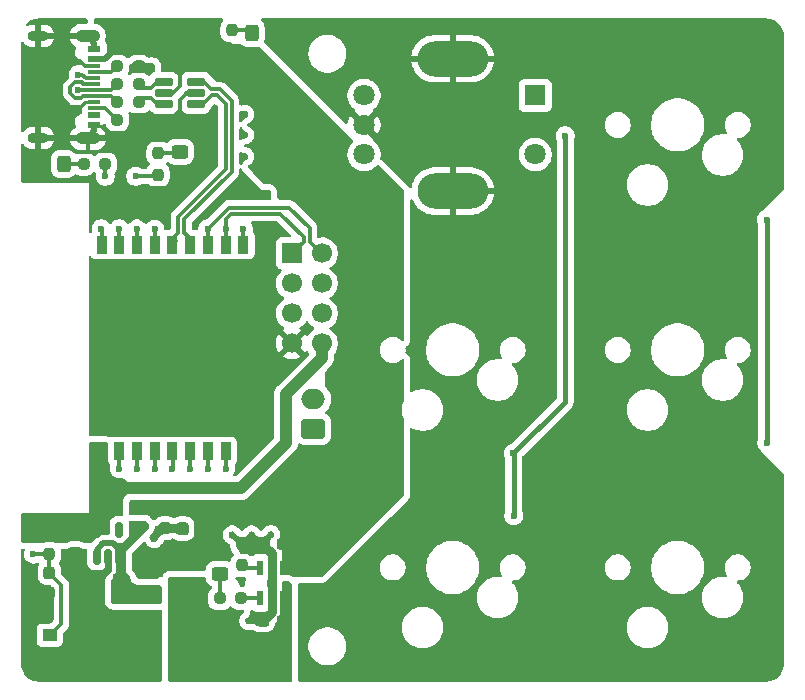
<source format=gbr>
%TF.GenerationSoftware,KiCad,Pcbnew,9.0.2*%
%TF.CreationDate,2025-07-23T19:01:54-06:00*%
%TF.ProjectId,macro devboard ESP32,6d616372-6f20-4646-9576-626f61726420,rev?*%
%TF.SameCoordinates,Original*%
%TF.FileFunction,Copper,L1,Top*%
%TF.FilePolarity,Positive*%
%FSLAX46Y46*%
G04 Gerber Fmt 4.6, Leading zero omitted, Abs format (unit mm)*
G04 Created by KiCad (PCBNEW 9.0.2) date 2025-07-23 19:01:54*
%MOMM*%
%LPD*%
G01*
G04 APERTURE LIST*
G04 Aperture macros list*
%AMRoundRect*
0 Rectangle with rounded corners*
0 $1 Rounding radius*
0 $2 $3 $4 $5 $6 $7 $8 $9 X,Y pos of 4 corners*
0 Add a 4 corners polygon primitive as box body*
4,1,4,$2,$3,$4,$5,$6,$7,$8,$9,$2,$3,0*
0 Add four circle primitives for the rounded corners*
1,1,$1+$1,$2,$3*
1,1,$1+$1,$4,$5*
1,1,$1+$1,$6,$7*
1,1,$1+$1,$8,$9*
0 Add four rect primitives between the rounded corners*
20,1,$1+$1,$2,$3,$4,$5,0*
20,1,$1+$1,$4,$5,$6,$7,0*
20,1,$1+$1,$6,$7,$8,$9,0*
20,1,$1+$1,$8,$9,$2,$3,0*%
G04 Aperture macros list end*
%TA.AperFunction,SMDPad,CuDef*%
%ADD10RoundRect,0.237500X-0.237500X0.250000X-0.237500X-0.250000X0.237500X-0.250000X0.237500X0.250000X0*%
%TD*%
%TA.AperFunction,SMDPad,CuDef*%
%ADD11RoundRect,0.237500X0.237500X-0.300000X0.237500X0.300000X-0.237500X0.300000X-0.237500X-0.300000X0*%
%TD*%
%TA.AperFunction,SMDPad,CuDef*%
%ADD12R,0.558800X1.270000*%
%TD*%
%TA.AperFunction,SMDPad,CuDef*%
%ADD13RoundRect,0.237500X-0.300000X-0.237500X0.300000X-0.237500X0.300000X0.237500X-0.300000X0.237500X0*%
%TD*%
%TA.AperFunction,ComponentPad*%
%ADD14R,1.800000X1.800000*%
%TD*%
%TA.AperFunction,ComponentPad*%
%ADD15C,1.800000*%
%TD*%
%TA.AperFunction,ComponentPad*%
%ADD16O,6.000000X3.000000*%
%TD*%
%TA.AperFunction,SMDPad,CuDef*%
%ADD17R,0.900000X1.500000*%
%TD*%
%TA.AperFunction,HeatsinkPad*%
%ADD18C,0.600000*%
%TD*%
%TA.AperFunction,HeatsinkPad*%
%ADD19R,2.900000X2.900000*%
%TD*%
%TA.AperFunction,SMDPad,CuDef*%
%ADD20RoundRect,0.250000X0.450000X-0.325000X0.450000X0.325000X-0.450000X0.325000X-0.450000X-0.325000X0*%
%TD*%
%TA.AperFunction,SMDPad,CuDef*%
%ADD21RoundRect,0.237500X-0.237500X0.300000X-0.237500X-0.300000X0.237500X-0.300000X0.237500X0.300000X0*%
%TD*%
%TA.AperFunction,SMDPad,CuDef*%
%ADD22RoundRect,0.237500X0.250000X0.237500X-0.250000X0.237500X-0.250000X-0.237500X0.250000X-0.237500X0*%
%TD*%
%TA.AperFunction,SMDPad,CuDef*%
%ADD23RoundRect,0.237500X0.237500X-0.250000X0.237500X0.250000X-0.237500X0.250000X-0.237500X-0.250000X0*%
%TD*%
%TA.AperFunction,SMDPad,CuDef*%
%ADD24R,1.250000X1.000000*%
%TD*%
%TA.AperFunction,SMDPad,CuDef*%
%ADD25RoundRect,0.237500X-0.250000X-0.237500X0.250000X-0.237500X0.250000X0.237500X-0.250000X0.237500X0*%
%TD*%
%TA.AperFunction,SMDPad,CuDef*%
%ADD26RoundRect,0.237500X0.300000X0.237500X-0.300000X0.237500X-0.300000X-0.237500X0.300000X-0.237500X0*%
%TD*%
%TA.AperFunction,SMDPad,CuDef*%
%ADD27RoundRect,0.162500X-0.837500X-0.162500X0.837500X-0.162500X0.837500X0.162500X-0.837500X0.162500X0*%
%TD*%
%TA.AperFunction,SMDPad,CuDef*%
%ADD28RoundRect,0.162500X0.617500X0.162500X-0.617500X0.162500X-0.617500X-0.162500X0.617500X-0.162500X0*%
%TD*%
%TA.AperFunction,SMDPad,CuDef*%
%ADD29R,1.140000X0.600000*%
%TD*%
%TA.AperFunction,SMDPad,CuDef*%
%ADD30R,1.140000X0.300000*%
%TD*%
%TA.AperFunction,ComponentPad*%
%ADD31O,2.100000X1.050000*%
%TD*%
%TA.AperFunction,ComponentPad*%
%ADD32O,1.800000X0.900000*%
%TD*%
%TA.AperFunction,SMDPad,CuDef*%
%ADD33RoundRect,0.150000X0.150000X-0.512500X0.150000X0.512500X-0.150000X0.512500X-0.150000X-0.512500X0*%
%TD*%
%TA.AperFunction,SMDPad,CuDef*%
%ADD34RoundRect,0.250000X0.325000X0.450000X-0.325000X0.450000X-0.325000X-0.450000X0.325000X-0.450000X0*%
%TD*%
%TA.AperFunction,SMDPad,CuDef*%
%ADD35RoundRect,0.250000X-0.325000X-0.450000X0.325000X-0.450000X0.325000X0.450000X-0.325000X0.450000X0*%
%TD*%
%TA.AperFunction,SMDPad,CuDef*%
%ADD36RoundRect,0.125000X-0.125000X0.125000X-0.125000X-0.125000X0.125000X-0.125000X0.125000X0.125000X0*%
%TD*%
%TA.AperFunction,ComponentPad*%
%ADD37RoundRect,0.250000X0.750000X-0.600000X0.750000X0.600000X-0.750000X0.600000X-0.750000X-0.600000X0*%
%TD*%
%TA.AperFunction,ComponentPad*%
%ADD38O,2.000000X1.700000*%
%TD*%
%TA.AperFunction,ComponentPad*%
%ADD39R,1.700000X1.700000*%
%TD*%
%TA.AperFunction,ComponentPad*%
%ADD40C,1.700000*%
%TD*%
%TA.AperFunction,ViaPad*%
%ADD41C,0.600000*%
%TD*%
%TA.AperFunction,Conductor*%
%ADD42C,0.400000*%
%TD*%
%TA.AperFunction,Conductor*%
%ADD43C,0.300000*%
%TD*%
%TA.AperFunction,Conductor*%
%ADD44C,0.200000*%
%TD*%
%TA.AperFunction,Conductor*%
%ADD45C,0.800000*%
%TD*%
%TA.AperFunction,Conductor*%
%ADD46C,0.500000*%
%TD*%
%TA.AperFunction,Conductor*%
%ADD47C,0.280000*%
%TD*%
%TA.AperFunction,Conductor*%
%ADD48C,0.600000*%
%TD*%
%TA.AperFunction,Conductor*%
%ADD49C,1.000000*%
%TD*%
G04 APERTURE END LIST*
D10*
%TO.P,R12,1*%
%TO.N,VDD*%
X191890000Y-84017500D03*
%TO.P,R12,2*%
%TO.N,EN*%
X191890000Y-85842500D03*
%TD*%
D11*
%TO.P,C5,1*%
%TO.N,GND*%
X194110000Y-85797500D03*
%TO.P,C5,2*%
%TO.N,VDD*%
X194110000Y-84072500D03*
%TD*%
D12*
%TO.P,U2,1,STAT*%
%TO.N,Net-(U2-STAT)*%
X209770000Y-89590800D03*
%TO.P,U2,2,VSS*%
%TO.N,GND*%
X210709800Y-89590800D03*
%TO.P,U2,3,VBAT*%
%TO.N,VBAT*%
X211649600Y-89590800D03*
%TO.P,U2,4,VDD*%
%TO.N,VBUS*%
X211649600Y-87000000D03*
%TO.P,U2,5,PROG*%
%TO.N,Net-(U2-PROG)*%
X209770000Y-87000000D03*
%TD*%
D13*
%TO.P,C4,1*%
%TO.N,GND*%
X196097500Y-87995000D03*
%TO.P,C4,2*%
%TO.N,Net-(D11-K)*%
X197822500Y-87995000D03*
%TD*%
D14*
%TO.P,S1,1*%
%TO.N,Net-(D7-A)*%
X233040000Y-47020000D03*
D15*
%TO.P,S1,2*%
%TO.N,col2*%
X233040000Y-52020000D03*
%TO.P,S1,A,CHANNEL_A*%
%TO.N,ROT1*%
X218540000Y-47020000D03*
%TO.P,S1,B,CHANNEL_B*%
%TO.N,ROT2*%
X218540000Y-52020000D03*
%TO.P,S1,C,COMMON*%
%TO.N,GND*%
X218540000Y-49520000D03*
D16*
%TO.P,S1,SH1,SHIELD*%
X226040000Y-43920000D03*
%TO.P,S1,SH2,SHIELD__1*%
X226040000Y-55120000D03*
%TD*%
D17*
%TO.P,U1,1,3V3*%
%TO.N,VDD*%
X196320000Y-77150000D03*
%TO.P,U1,2,EN*%
%TO.N,EN*%
X197820000Y-77150000D03*
%TO.P,U1,3,IO4*%
%TO.N,col0*%
X199320000Y-77150000D03*
%TO.P,U1,4,IO5*%
%TO.N,row1*%
X200820000Y-77150000D03*
%TO.P,U1,5,IO6*%
%TO.N,row0*%
X202320000Y-77150000D03*
%TO.P,U1,6,IO7*%
%TO.N,col1*%
X203820000Y-77150000D03*
%TO.P,U1,7,IO8*%
%TO.N,col2*%
X205320000Y-77150000D03*
%TO.P,U1,8,IO9*%
%TO.N,ROT1*%
X206820000Y-77150000D03*
%TO.P,U1,9,GND*%
%TO.N,GND*%
X208320000Y-77150000D03*
%TO.P,U1,10,IO10*%
%TO.N,ROT2*%
X208320000Y-59650000D03*
%TO.P,U1,11,IO20/RXD*%
%TO.N,IO20{slash}RXD*%
X206820000Y-59650000D03*
%TO.P,U1,12,IO21/TXD*%
%TO.N,IO21{slash}TXD*%
X205320000Y-59650000D03*
%TO.P,U1,13,IO18*%
%TO.N,D-*%
X203820000Y-59650000D03*
%TO.P,U1,14,IO19*%
%TO.N,D+*%
X202320000Y-59650000D03*
%TO.P,U1,15,IO3*%
%TO.N,IO3*%
X200820000Y-59650000D03*
%TO.P,U1,16,IO2*%
%TO.N,IO2*%
X199320000Y-59650000D03*
%TO.P,U1,17,IO1*%
%TO.N,IO1*%
X197820000Y-59650000D03*
%TO.P,U1,18,IO0*%
%TO.N,IO0*%
X196320000Y-59650000D03*
D18*
%TO.P,U1,19,GND*%
%TO.N,GND*%
X201970000Y-68540000D03*
X203070000Y-68540000D03*
X201420000Y-67990000D03*
X202520000Y-67990000D03*
X203620000Y-67990000D03*
X201970000Y-67440000D03*
D19*
X202520000Y-67440000D03*
D18*
X203070000Y-67440000D03*
X201420000Y-66890000D03*
X202520000Y-66890000D03*
X203620000Y-66890000D03*
X201970000Y-66340000D03*
X203070000Y-66340000D03*
%TD*%
D13*
%TO.P,C8,1*%
%TO.N,GND*%
X209950000Y-91487500D03*
%TO.P,C8,2*%
%TO.N,VBAT*%
X211675000Y-91487500D03*
%TD*%
D20*
%TO.P,D8,1,K*%
%TO.N,Net-(D8-K)*%
X206340000Y-87510000D03*
%TO.P,D8,2,A*%
%TO.N,VBUS*%
X206340000Y-85460000D03*
%TD*%
D21*
%TO.P,C6,1*%
%TO.N,GND*%
X203200000Y-83700000D03*
%TO.P,C6,2*%
%TO.N,VBUS*%
X203200000Y-85425000D03*
%TD*%
D13*
%TO.P,C3,1*%
%TO.N,GND*%
X196107500Y-89505000D03*
%TO.P,C3,2*%
%TO.N,Net-(D11-K)*%
X197832500Y-89505000D03*
%TD*%
D22*
%TO.P,R2,1*%
%TO.N,GND*%
X199480000Y-44562500D03*
%TO.P,R2,2*%
%TO.N,Net-(J1-CC1_A)*%
X197655000Y-44562500D03*
%TD*%
D20*
%TO.P,D10,1,K*%
%TO.N,GND*%
X202970000Y-53842500D03*
%TO.P,D10,2,A*%
%TO.N,Net-(D10-A)*%
X202970000Y-51792500D03*
%TD*%
D23*
%TO.P,R11,1*%
%TO.N,VBUS*%
X207360000Y-43325000D03*
%TO.P,R11,2*%
%TO.N,Net-(D9-A)*%
X207360000Y-41500000D03*
%TD*%
D22*
%TO.P,R5,1*%
%TO.N,Net-(R5-Pad1)*%
X199472500Y-46072500D03*
%TO.P,R5,2*%
%TO.N,/Din-*%
X197647500Y-46072500D03*
%TD*%
%TO.P,R4,1*%
%TO.N,Net-(R4-Pad1)*%
X199472500Y-47572500D03*
%TO.P,R4,2*%
%TO.N,/Din+*%
X197647500Y-47572500D03*
%TD*%
%TO.P,R1,1*%
%TO.N,GND*%
X199475000Y-49082500D03*
%TO.P,R1,2*%
%TO.N,Net-(J1-CC1_B)*%
X197650000Y-49082500D03*
%TD*%
D24*
%TO.P,SW3,1,1*%
%TO.N,GND*%
X199690000Y-92730000D03*
%TO.P,SW3,2,2*%
%TO.N,EN*%
X191940000Y-92730000D03*
%TD*%
D25*
%TO.P,R13,1*%
%TO.N,Net-(D8-K)*%
X206340000Y-89600000D03*
%TO.P,R13,2*%
%TO.N,Net-(U2-STAT)*%
X208165000Y-89600000D03*
%TD*%
D26*
%TO.P,C9,1*%
%TO.N,VBUS*%
X211660000Y-84990000D03*
%TO.P,C9,2*%
%TO.N,GND*%
X209935000Y-84990000D03*
%TD*%
D27*
%TO.P,Q1,1,G*%
%TO.N,VBUS*%
X200240000Y-87612500D03*
%TO.P,Q1,2,S*%
%TO.N,Net-(D11-K)*%
X200240000Y-89512500D03*
%TO.P,Q1,3,D*%
%TO.N,VBAT*%
X203660000Y-88562500D03*
%TD*%
D23*
%TO.P,R14,1*%
%TO.N,Net-(U2-PROG)*%
X208210000Y-86805000D03*
%TO.P,R14,2*%
%TO.N,GND*%
X208210000Y-84980000D03*
%TD*%
D10*
%TO.P,R6,1*%
%TO.N,Net-(D10-A)*%
X201100000Y-51915000D03*
%TO.P,R6,2*%
%TO.N,Net-(JP10-A)*%
X201100000Y-53740000D03*
%TD*%
%TO.P,R10,1*%
%TO.N,GND*%
X201690000Y-83652500D03*
%TO.P,R10,2*%
%TO.N,VBUS*%
X201690000Y-85477500D03*
%TD*%
D28*
%TO.P,U3,1,I/O1*%
%TO.N,D+*%
X204315000Y-47747500D03*
%TO.P,U3,2,GND*%
%TO.N,GND*%
X204315000Y-46797500D03*
%TO.P,U3,3,I/O2*%
%TO.N,D-*%
X204315000Y-45847500D03*
%TO.P,U3,4,I/O2*%
%TO.N,Net-(R5-Pad1)*%
X201615000Y-45847500D03*
%TO.P,U3,5,VBUS*%
%TO.N,VBUS*%
X201615000Y-46797500D03*
%TO.P,U3,6,I/O1*%
%TO.N,Net-(R4-Pad1)*%
X201615000Y-47747500D03*
%TD*%
D29*
%TO.P,J1,A1_B12,GND*%
%TO.N,GND*%
X195710000Y-43110000D03*
%TO.P,J1,A4_B9,VBUS*%
%TO.N,VBUS*%
X195710000Y-43910000D03*
D30*
%TO.P,J1,A5,CC1_A*%
%TO.N,Net-(J1-CC1_A)*%
X195710000Y-45060000D03*
%TO.P,J1,A6,D+_A*%
%TO.N,/Din+*%
X195710000Y-46060000D03*
%TO.P,J1,A7,D-_A*%
%TO.N,/Din-*%
X195710000Y-46560000D03*
%TO.P,J1,A8,SBU1*%
%TO.N,GND*%
X195710000Y-47560000D03*
D29*
%TO.P,J1,B1_A12,GND__1*%
X195710000Y-49510000D03*
%TO.P,J1,B4_A9,VBUS__1*%
%TO.N,unconnected-(J1-VBUS__1-PadB4_A9)*%
X195710000Y-48710000D03*
D30*
%TO.P,J1,B5,CC1_B*%
%TO.N,Net-(J1-CC1_B)*%
X195710000Y-48060000D03*
%TO.P,J1,B6,D+_B*%
%TO.N,/Din+*%
X195710000Y-47060000D03*
%TO.P,J1,B7,D-_B*%
%TO.N,/Din-*%
X195710000Y-45560000D03*
%TO.P,J1,B8,SBU2*%
%TO.N,GND*%
X195710000Y-44560000D03*
D31*
%TO.P,J1,SH1,SHIELD*%
X195140000Y-41990000D03*
%TO.P,J1,SH2,SHIELD__1*%
X195140000Y-50630000D03*
D32*
%TO.P,J1,SH3,SHIELD__2*%
X190960000Y-41990000D03*
%TO.P,J1,SH4,SHIELD__3*%
X190960000Y-50630000D03*
%TD*%
D33*
%TO.P,U4,1,VIN*%
%TO.N,Net-(D11-K)*%
X195920000Y-86065000D03*
%TO.P,U4,2,GND*%
%TO.N,GND*%
X196870000Y-86065000D03*
%TO.P,U4,3,CE*%
%TO.N,Net-(D11-K)*%
X197820000Y-86065000D03*
%TO.P,U4,4,NC*%
%TO.N,unconnected-(U4-NC-Pad4)*%
X197820000Y-83790000D03*
%TO.P,U4,5,VOUT*%
%TO.N,VDD*%
X195920000Y-83790000D03*
%TD*%
D34*
%TO.P,D9,1,K*%
%TO.N,GND*%
X211100000Y-41740000D03*
%TO.P,D9,2,A*%
%TO.N,Net-(D9-A)*%
X209050000Y-41740000D03*
%TD*%
D11*
%TO.P,C7,1*%
%TO.N,GND*%
X191890000Y-89175000D03*
%TO.P,C7,2*%
%TO.N,EN*%
X191890000Y-87450000D03*
%TD*%
D25*
%TO.P,R7,1*%
%TO.N,Net-(D12-A)*%
X194797500Y-52830000D03*
%TO.P,R7,2*%
%TO.N,Net-(JP11-A)*%
X196622500Y-52830000D03*
%TD*%
D35*
%TO.P,D12,1,K*%
%TO.N,GND*%
X191057500Y-52830000D03*
%TO.P,D12,2,A*%
%TO.N,Net-(D12-A)*%
X193107500Y-52830000D03*
%TD*%
D36*
%TO.P,D11,1,K*%
%TO.N,Net-(D11-K)*%
X199950000Y-83457500D03*
%TO.P,D11,2,A*%
%TO.N,VBUS*%
X199950000Y-85657500D03*
%TD*%
D37*
%TO.P,J2,1,Pin_1*%
%TO.N,VBAT*%
X214260000Y-75240000D03*
D38*
%TO.P,J2,2,Pin_2*%
%TO.N,GND*%
X214260000Y-72740000D03*
%TD*%
D39*
%TO.P,J3,1,Pin_1*%
%TO.N,IO20{slash}RXD*%
X212440000Y-60390000D03*
D40*
%TO.P,J3,2,Pin_2*%
%TO.N,IO21{slash}TXD*%
X214980000Y-60390000D03*
%TO.P,J3,3,Pin_3*%
%TO.N,IO3*%
X212440000Y-62930000D03*
%TO.P,J3,4,Pin_4*%
%TO.N,IO2*%
X214980000Y-62930000D03*
%TO.P,J3,5,Pin_5*%
%TO.N,IO1*%
X212440000Y-65470000D03*
%TO.P,J3,6,Pin_6*%
%TO.N,IO0*%
X214980000Y-65470000D03*
%TO.P,J3,7,Pin_7*%
%TO.N,GND*%
X212440000Y-68010000D03*
%TO.P,J3,8,Pin_8*%
%TO.N,VDD*%
X214980000Y-68010000D03*
%TD*%
D41*
%TO.N,row0*%
X202327500Y-78610000D03*
X252620000Y-57540000D03*
X252650000Y-76450000D03*
%TO.N,row1*%
X200827500Y-78610000D03*
X235580000Y-50440000D03*
X231210000Y-82620000D03*
X231190000Y-77330000D03*
%TO.N,GND*%
X223720000Y-47560000D03*
X208720000Y-73560000D03*
X245720000Y-81560000D03*
X249720000Y-59560000D03*
X223420000Y-66170000D03*
X208720000Y-75560000D03*
X247720000Y-55560000D03*
X198720000Y-65560000D03*
X245720000Y-61560000D03*
X198720000Y-75560000D03*
X208450000Y-52210000D03*
X200570000Y-44580000D03*
X196720000Y-91560000D03*
X247720000Y-61560000D03*
X210660000Y-84220000D03*
X251720000Y-43560000D03*
X241720000Y-45560000D03*
X231720000Y-65560000D03*
X249720000Y-43560000D03*
X237720000Y-65560000D03*
X239720000Y-77560000D03*
X235720000Y-41560000D03*
X229720000Y-95560000D03*
X204720000Y-75560000D03*
X247720000Y-81560000D03*
X200720000Y-73560000D03*
X251720000Y-41560000D03*
X231720000Y-43560000D03*
X233720000Y-67560000D03*
X247720000Y-79560000D03*
X233720000Y-41560000D03*
X245720000Y-55560000D03*
X223720000Y-83560000D03*
X231720000Y-93560000D03*
X190720000Y-45560000D03*
X233720000Y-93560000D03*
X208450000Y-50360000D03*
X245720000Y-63560000D03*
X237720000Y-63560000D03*
X194720000Y-95560000D03*
X206720000Y-73560000D03*
X243720000Y-79560000D03*
X249720000Y-45560000D03*
X202720000Y-75560000D03*
X245720000Y-91560000D03*
X198720000Y-71560000D03*
X196720000Y-71560000D03*
X241720000Y-63560000D03*
X249720000Y-81560000D03*
X241720000Y-47560000D03*
X243720000Y-81560000D03*
X239720000Y-43560000D03*
X239720000Y-47560000D03*
X227720000Y-75560000D03*
X208770000Y-91490000D03*
X201610000Y-49082500D03*
X225720000Y-93560000D03*
X192720000Y-43560000D03*
X243720000Y-77560000D03*
X245720000Y-41560000D03*
X227720000Y-47560000D03*
X239720000Y-95560000D03*
X229720000Y-45560000D03*
X196720000Y-73560000D03*
X227720000Y-95560000D03*
X227720000Y-49560000D03*
X235720000Y-79560000D03*
X208720000Y-71560000D03*
X232530000Y-78010000D03*
X237720000Y-71560000D03*
X196720000Y-93560000D03*
X227720000Y-91560000D03*
X239720000Y-51560000D03*
X235720000Y-85560000D03*
X237720000Y-95560000D03*
X235720000Y-93560000D03*
X239720000Y-71560000D03*
X229720000Y-41560000D03*
X233720000Y-61560000D03*
X229720000Y-49560000D03*
X247720000Y-95560000D03*
X237720000Y-47560000D03*
X239720000Y-89560000D03*
X249720000Y-57560000D03*
X196720000Y-69560000D03*
X235720000Y-81560000D03*
X206720000Y-71560000D03*
X190170000Y-92690000D03*
X208720000Y-66540000D03*
X216190000Y-47380000D03*
X243720000Y-43560000D03*
X249720000Y-63560000D03*
X231720000Y-59560000D03*
X239720000Y-59560000D03*
X221720000Y-47560000D03*
X249720000Y-95560000D03*
X253000000Y-79550000D03*
X245720000Y-57560000D03*
X239720000Y-41560000D03*
X204720000Y-71560000D03*
X245720000Y-59560000D03*
X251720000Y-45560000D03*
X245720000Y-65560000D03*
X235720000Y-43560000D03*
X237720000Y-81560000D03*
X192720000Y-41560000D03*
X222310000Y-53580000D03*
X229720000Y-75560000D03*
X225720000Y-83560000D03*
X208480000Y-54030000D03*
X227720000Y-93560000D03*
X229720000Y-65560000D03*
X237720000Y-85560000D03*
X221720000Y-89560000D03*
X247720000Y-59560000D03*
X233720000Y-63560000D03*
X247720000Y-43560000D03*
X241720000Y-43560000D03*
X229720000Y-47560000D03*
X205580000Y-56690000D03*
X241720000Y-95560000D03*
X249720000Y-61560000D03*
X247720000Y-41560000D03*
X233720000Y-65560000D03*
X235720000Y-91560000D03*
X229720000Y-83560000D03*
X208210000Y-88180000D03*
X229720000Y-51560000D03*
X231720000Y-53560000D03*
X241720000Y-49560000D03*
X245720000Y-71560000D03*
X227720000Y-63560000D03*
X191890000Y-90840000D03*
X208790000Y-55310000D03*
X229720000Y-73560000D03*
X237720000Y-45560000D03*
X221720000Y-95560000D03*
X225720000Y-49560000D03*
X223720000Y-41560000D03*
X202720000Y-73560000D03*
X219720000Y-41560000D03*
X190720000Y-47560000D03*
X249720000Y-75560000D03*
X245720000Y-73560000D03*
X241720000Y-77560000D03*
X196720000Y-95560000D03*
X198720000Y-69560000D03*
X245720000Y-43560000D03*
X202720000Y-71560000D03*
X225720000Y-71560000D03*
X221720000Y-41560000D03*
X241720000Y-57560000D03*
X202970000Y-55530000D03*
X196720000Y-67560000D03*
X210390000Y-55310000D03*
X225720000Y-47560000D03*
X249720000Y-93560000D03*
X239720000Y-65560000D03*
X241720000Y-87560000D03*
X249720000Y-77560000D03*
X200720000Y-95560000D03*
X235720000Y-95560000D03*
X227720000Y-41560000D03*
X237720000Y-79560000D03*
X204720000Y-73560000D03*
X196720000Y-65560000D03*
X229720000Y-63560000D03*
X198720000Y-63560000D03*
X239720000Y-61560000D03*
X243720000Y-61560000D03*
X204530000Y-53920000D03*
X206980000Y-55330000D03*
X237720000Y-61560000D03*
X241720000Y-41560000D03*
X225720000Y-95560000D03*
X205760000Y-52190000D03*
X239720000Y-81560000D03*
X253000000Y-81550000D03*
X237720000Y-67560000D03*
X225720000Y-41560000D03*
X233720000Y-43560000D03*
X241720000Y-59560000D03*
X208720000Y-69560000D03*
X243720000Y-45560000D03*
X227720000Y-57560000D03*
X243720000Y-59560000D03*
X223440000Y-76800000D03*
X247720000Y-73560000D03*
X229720000Y-53560000D03*
X231720000Y-41560000D03*
X239720000Y-63560000D03*
X200720000Y-71560000D03*
X245720000Y-79560000D03*
X241720000Y-89560000D03*
X247720000Y-77560000D03*
X247720000Y-65560000D03*
X229720000Y-93560000D03*
X223720000Y-95560000D03*
X225720000Y-57560000D03*
X241720000Y-61560000D03*
X221720000Y-83560000D03*
X241720000Y-85560000D03*
X200720000Y-63570000D03*
X237720000Y-49560000D03*
X208450000Y-48630000D03*
X231720000Y-63560000D03*
X247720000Y-63560000D03*
X249720000Y-41560000D03*
X237720000Y-89560000D03*
X247720000Y-75560000D03*
X237720000Y-77560000D03*
X243720000Y-57560000D03*
X241720000Y-69560000D03*
X225720000Y-77560000D03*
X204720000Y-61560000D03*
X227720000Y-77560000D03*
X233720000Y-49560000D03*
X237720000Y-69560000D03*
X210633474Y-59090000D03*
X247720000Y-47560000D03*
X233720000Y-57560000D03*
X190720000Y-43560000D03*
X245720000Y-93560000D03*
X231720000Y-73560000D03*
X227720000Y-73560000D03*
X249720000Y-47560000D03*
X198720000Y-67560000D03*
X206720000Y-69560000D03*
X249720000Y-65560000D03*
X235720000Y-45560000D03*
X196720000Y-61560000D03*
X245720000Y-75560000D03*
X223720000Y-89560000D03*
X231720000Y-95560000D03*
X192720000Y-95560000D03*
X206720000Y-75560000D03*
X235720000Y-74850000D03*
X221720000Y-45560000D03*
X199700000Y-91270000D03*
X196720000Y-63560000D03*
X241720000Y-51560000D03*
X251720000Y-47560000D03*
X227720000Y-83560000D03*
X225720000Y-75560000D03*
X200790000Y-84565000D03*
X198720000Y-73560000D03*
X231720000Y-49560000D03*
X204220000Y-58040000D03*
X192720000Y-49560000D03*
X241720000Y-65560000D03*
X223720000Y-61560000D03*
X245720000Y-53560000D03*
X233720000Y-59560000D03*
X231720000Y-61560000D03*
X233720000Y-95560000D03*
X249720000Y-79560000D03*
X225720000Y-51560000D03*
X211000000Y-70440000D03*
X200720000Y-75560000D03*
X237720000Y-87560000D03*
X239720000Y-57560000D03*
X219720000Y-43560000D03*
X205760000Y-48640000D03*
X237720000Y-59560000D03*
X206720000Y-61560000D03*
X223720000Y-51560000D03*
X208720000Y-61560000D03*
X243720000Y-41560000D03*
X251720000Y-93560000D03*
X249720000Y-55560000D03*
X205760000Y-50350000D03*
X243720000Y-65560000D03*
X241720000Y-67560000D03*
X229720000Y-85560000D03*
X201710000Y-57380000D03*
X194720000Y-89560000D03*
X235720000Y-87560000D03*
X221720000Y-43560000D03*
X239720000Y-45560000D03*
X198720000Y-95560000D03*
X241720000Y-81560000D03*
X225720000Y-59560000D03*
X229720000Y-61560000D03*
X227720000Y-51560000D03*
X241720000Y-79560000D03*
X235720000Y-89560000D03*
X223720000Y-49560000D03*
X194780000Y-87202500D03*
X210720000Y-61560000D03*
X245720000Y-95560000D03*
X223720000Y-57560000D03*
X196720000Y-75560000D03*
X207380000Y-84230000D03*
X243720000Y-95560000D03*
X199440000Y-52370000D03*
X245720000Y-77560000D03*
X190520000Y-89560000D03*
X223720000Y-59560000D03*
X249720000Y-73560000D03*
X225720000Y-65560000D03*
X229720000Y-77560000D03*
X227720000Y-65560000D03*
X237720000Y-43560000D03*
X245720000Y-45560000D03*
X237720000Y-57560000D03*
X212720000Y-41560000D03*
X251720000Y-95560000D03*
X194720000Y-93560000D03*
X198710000Y-61550000D03*
X237720000Y-41560000D03*
X247720000Y-57560000D03*
X209030000Y-84230000D03*
X237720000Y-51560000D03*
X243720000Y-63560000D03*
X239720000Y-79560000D03*
X247720000Y-93560000D03*
X247720000Y-45560000D03*
X194720000Y-91560000D03*
X206720000Y-67560000D03*
%TO.N,/Din-*%
X194340000Y-45260000D03*
X194344670Y-46559999D03*
%TO.N,IO1*%
X197830000Y-58310000D03*
%TO.N,IO20{slash}RXD*%
X206820000Y-58300000D03*
%TO.N,IO3*%
X200822500Y-58325000D03*
%TO.N,IO21{slash}TXD*%
X205320000Y-58300000D03*
%TO.N,IO2*%
X199320000Y-58320000D03*
%TO.N,IO0*%
X196312500Y-58300000D03*
%TO.N,ROT1*%
X206817500Y-78620000D03*
%TO.N,ROT2*%
X208320000Y-58300000D03*
%TO.N,Net-(JP10-A)*%
X199220000Y-53860000D03*
%TO.N,Net-(JP11-A)*%
X196640000Y-53860000D03*
%TO.N,VBAT*%
X207320000Y-93470000D03*
X211460000Y-93470000D03*
X208710000Y-93470000D03*
X203010000Y-94760000D03*
X204420000Y-93470000D03*
X210120000Y-93460000D03*
X210120000Y-94740000D03*
X203010000Y-96060000D03*
X208710000Y-94750000D03*
X204420000Y-96050000D03*
X203010000Y-93480000D03*
X205910000Y-94760000D03*
X208710000Y-96050000D03*
X210120000Y-96040000D03*
X211460000Y-94750000D03*
X205910000Y-96060000D03*
X204420000Y-94750000D03*
X211460000Y-96050000D03*
X207320000Y-94750000D03*
X205910000Y-93480000D03*
X207320000Y-96050000D03*
%TO.N,EN*%
X190550000Y-85850000D03*
X197830000Y-78620000D03*
%TO.N,col2*%
X205317500Y-78620000D03*
%TO.N,col0*%
X199327500Y-78610000D03*
%TO.N,col1*%
X203827500Y-78610000D03*
%TD*%
D42*
%TO.N,row0*%
X252620000Y-76420000D02*
X252650000Y-76450000D01*
D43*
X202330000Y-78580000D02*
X202330000Y-77160000D01*
X202330000Y-77160000D02*
X202320000Y-77150000D01*
D42*
X252620000Y-57540000D02*
X252620000Y-76420000D01*
%TO.N,row1*%
X231210000Y-82620000D02*
X231210000Y-77350000D01*
X235580000Y-50440000D02*
X235580000Y-72940000D01*
X231210000Y-77350000D02*
X231190000Y-77330000D01*
X235580000Y-72940000D02*
X231190000Y-77330000D01*
D43*
X200830000Y-77160000D02*
X200820000Y-77150000D01*
X200830000Y-78580000D02*
X200830000Y-77160000D01*
%TO.N,GND*%
X194110000Y-86532500D02*
X194110000Y-85797500D01*
X194150000Y-51780000D02*
X194130000Y-51800000D01*
D44*
X199690000Y-91280000D02*
X199700000Y-91270000D01*
D45*
X210709800Y-89590800D02*
X210709800Y-90727700D01*
D44*
X191890000Y-90840000D02*
X191890000Y-89175000D01*
D43*
X195140000Y-51530000D02*
X195140000Y-51780000D01*
X200552500Y-44562500D02*
X200570000Y-44580000D01*
D46*
X190960000Y-50630000D02*
X190960000Y-52732500D01*
D43*
X195140000Y-51780000D02*
X194150000Y-51780000D01*
X199480000Y-44562500D02*
X200552500Y-44562500D01*
X194780000Y-87202500D02*
X195552500Y-87975000D01*
X194780000Y-87202500D02*
X194110000Y-86532500D01*
X202090000Y-49082500D02*
X202955000Y-48217500D01*
D46*
X190960000Y-52732500D02*
X191057500Y-52830000D01*
D43*
X195552500Y-87975000D02*
X196077500Y-87975000D01*
D47*
X195710000Y-47560000D02*
X194954379Y-47560000D01*
D45*
X210709800Y-90727700D02*
X209950000Y-91487500D01*
D43*
X203535001Y-46797500D02*
X204315000Y-46797500D01*
D45*
X210709800Y-85764800D02*
X210709800Y-89590800D01*
D43*
X196097500Y-87995000D02*
X196097500Y-89495000D01*
D48*
X196097500Y-87995000D02*
X196870000Y-87222500D01*
D43*
X200790000Y-84565000D02*
X200810000Y-84565000D01*
X202955000Y-48217500D02*
X202955000Y-47377501D01*
X200810000Y-84565000D02*
X201690000Y-83685000D01*
D46*
X203215000Y-53842500D02*
X202970000Y-53842500D01*
D48*
X196870000Y-87222500D02*
X196870000Y-86065000D01*
D43*
X201610000Y-49082500D02*
X199475000Y-49082500D01*
X195140000Y-51780000D02*
X195390000Y-51780000D01*
D48*
X201737500Y-83700000D02*
X201690000Y-83652500D01*
D43*
X202955000Y-47377501D02*
X203535001Y-46797500D01*
X201610000Y-49082500D02*
X202090000Y-49082500D01*
D46*
X195710000Y-42560000D02*
X195140000Y-41990000D01*
D48*
X203200000Y-83700000D02*
X201737500Y-83700000D01*
D43*
X196097500Y-89495000D02*
X196107500Y-89505000D01*
D44*
X199690000Y-92730000D02*
X199690000Y-91280000D01*
D47*
X194954379Y-47560000D02*
X194144379Y-48370000D01*
D46*
X195710000Y-49510000D02*
X195710000Y-50060000D01*
D43*
X194924000Y-44560000D02*
X194510000Y-44146000D01*
X196077500Y-87975000D02*
X196097500Y-87995000D01*
D45*
X210709800Y-89590800D02*
X210710000Y-89591000D01*
D43*
X195140000Y-50630000D02*
X195140000Y-51530000D01*
D46*
X195710000Y-43110000D02*
X195710000Y-42560000D01*
X195710000Y-50060000D02*
X195140000Y-50630000D01*
D43*
X208320000Y-77157000D02*
X208320000Y-77150000D01*
D45*
X210709800Y-85764800D02*
X209935000Y-84990000D01*
D43*
X201690000Y-83685000D02*
X201690000Y-83652500D01*
X195710000Y-44560000D02*
X194924000Y-44560000D01*
%TO.N,Net-(D9-A)*%
X208810000Y-41500000D02*
X209050000Y-41740000D01*
X207360000Y-41500000D02*
X208810000Y-41500000D01*
%TO.N,Net-(D10-A)*%
X202847500Y-51915000D02*
X202970000Y-51792500D01*
X201100000Y-51915000D02*
X202847500Y-51915000D01*
%TO.N,VBUS*%
X210755000Y-82647500D02*
X211660000Y-83552500D01*
D46*
X197170000Y-43330000D02*
X197240000Y-43330000D01*
D49*
X203647500Y-85425000D02*
X203200000Y-85425000D01*
D43*
X202935000Y-45295000D02*
X203310000Y-44920000D01*
D46*
X195710000Y-43910000D02*
X196590000Y-43910000D01*
D43*
X202369000Y-46797500D02*
X201615000Y-46797500D01*
D46*
X196590000Y-43910000D02*
X197170000Y-43330000D01*
D43*
X201634000Y-43994000D02*
X202935000Y-45295000D01*
X206340000Y-82647500D02*
X210755000Y-82647500D01*
X203110000Y-85335000D02*
X203200000Y-85425000D01*
D49*
X203647500Y-85425000D02*
X203595000Y-85477500D01*
X203595000Y-85477500D02*
X201690000Y-85477500D01*
D44*
X200240000Y-87612500D02*
X200240000Y-85947500D01*
D43*
X211660000Y-83552500D02*
X211660000Y-84990000D01*
X201742500Y-85425000D02*
X201690000Y-85477500D01*
X206340000Y-85460000D02*
X206340000Y-82647500D01*
D44*
X200240000Y-85947500D02*
X199950000Y-85657500D01*
D43*
X202935000Y-46231500D02*
X202369000Y-46797500D01*
X203150000Y-85035000D02*
X203110000Y-85075000D01*
X202935000Y-45295000D02*
X202935000Y-46231500D01*
X203110000Y-85075000D02*
X203110000Y-85335000D01*
D46*
%TO.N,Net-(D11-K)*%
X197820000Y-85570000D02*
X197820000Y-86065000D01*
X197820000Y-85498400D02*
X197820000Y-86065000D01*
D48*
X197832500Y-88005000D02*
X197822500Y-87995000D01*
D46*
X195920000Y-86065000D02*
X195920000Y-85498400D01*
X199932500Y-83457500D02*
X197820000Y-85570000D01*
D48*
X197822500Y-87995000D02*
X197822500Y-86067500D01*
X197822500Y-86067500D02*
X197820000Y-86065000D01*
D46*
X197273100Y-84951500D02*
X197820000Y-85498400D01*
D44*
X197840000Y-89512500D02*
X197832500Y-89505000D01*
X200240000Y-89512500D02*
X197840000Y-89512500D01*
D46*
X199950000Y-83457500D02*
X199932500Y-83457500D01*
X196466900Y-84951500D02*
X197273100Y-84951500D01*
D48*
X197832500Y-89505000D02*
X197832500Y-88005000D01*
D46*
X195920000Y-85498400D02*
X196466900Y-84951500D01*
D43*
%TO.N,Net-(D12-A)*%
X193107500Y-52830000D02*
X194797500Y-52830000D01*
%TO.N,/Din-*%
X194344671Y-46560000D02*
X195710000Y-46560000D01*
X197160000Y-46560000D02*
X197647500Y-46072500D01*
X194695000Y-45260000D02*
X194995000Y-45560000D01*
X194340000Y-45260000D02*
X194695000Y-45260000D01*
X194344670Y-46559999D02*
X194344671Y-46560000D01*
X194995000Y-45560000D02*
X195710000Y-45560000D01*
X195710000Y-46560000D02*
X197160000Y-46560000D01*
%TO.N,Net-(J1-CC1_B)*%
X195710000Y-48060000D02*
X196627500Y-48060000D01*
X196627500Y-48060000D02*
X197650000Y-49082500D01*
%TO.N,/Din+*%
X194080000Y-47220000D02*
X194600000Y-47220000D01*
X193690000Y-46290000D02*
X193690000Y-46830000D01*
X194070000Y-45910000D02*
X193690000Y-46290000D01*
X195710000Y-47060000D02*
X197135000Y-47060000D01*
X194760000Y-47060000D02*
X195710000Y-47060000D01*
X197135000Y-47060000D02*
X197647500Y-47572500D01*
X193690000Y-46830000D02*
X194080000Y-47220000D01*
X194600000Y-47220000D02*
X194760000Y-47060000D01*
X195710000Y-46060000D02*
X194780000Y-46060000D01*
X194780000Y-46060000D02*
X194630000Y-45910000D01*
X194630000Y-45910000D02*
X194070000Y-45910000D01*
%TO.N,Net-(J1-CC1_A)*%
X197157500Y-45060000D02*
X197655000Y-44562500D01*
X195710000Y-45060000D02*
X197157500Y-45060000D01*
%TO.N,IO1*%
X197820000Y-58320000D02*
X197820000Y-59650000D01*
X197830000Y-58310000D02*
X197820000Y-58320000D01*
%TO.N,IO20{slash}RXD*%
X207307520Y-57021000D02*
X211461000Y-57021000D01*
X213430000Y-59410000D02*
X212450000Y-60390000D01*
X206820000Y-58300000D02*
X206820000Y-57508520D01*
X206820000Y-57508520D02*
X207307520Y-57021000D01*
X211461000Y-57021000D02*
X213430000Y-58990000D01*
X206820000Y-58300000D02*
X206820000Y-59650000D01*
X213430000Y-58990000D02*
X213430000Y-59410000D01*
%TO.N,IO3*%
X200822500Y-58325000D02*
X200822500Y-59277500D01*
X200820000Y-59280000D02*
X200820000Y-59650000D01*
X200822500Y-59277500D02*
X200820000Y-59280000D01*
%TO.N,IO21{slash}TXD*%
X213931000Y-58251000D02*
X213931000Y-59391000D01*
X212200000Y-56520000D02*
X213931000Y-58251000D01*
X214930000Y-60390000D02*
X214990000Y-60390000D01*
X205320000Y-58300000D02*
X205320000Y-59650000D01*
X207100000Y-56520000D02*
X212200000Y-56520000D01*
X213931000Y-59391000D02*
X214930000Y-60390000D01*
X205320000Y-58300000D02*
X207100000Y-56520000D01*
%TO.N,IO2*%
X199320000Y-58320000D02*
X199322500Y-58322500D01*
X199322500Y-58322500D02*
X199322500Y-58627500D01*
X199320000Y-58630000D02*
X199320000Y-59650000D01*
X199322500Y-58627500D02*
X199320000Y-58630000D01*
%TO.N,IO0*%
X196330000Y-59640000D02*
X196320000Y-59650000D01*
X196320000Y-58300000D02*
X196330000Y-58310000D01*
X196312500Y-58300000D02*
X196320000Y-58300000D01*
X196330000Y-58310000D02*
X196330000Y-59640000D01*
%TO.N,ROT1*%
X206820000Y-77150000D02*
X206820000Y-78590000D01*
%TO.N,ROT2*%
X208320000Y-58300000D02*
X208320000Y-59650000D01*
%TO.N,Net-(JP10-A)*%
X201100000Y-53740000D02*
X200980000Y-53860000D01*
X200980000Y-53860000D02*
X199220000Y-53860000D01*
%TO.N,Net-(JP11-A)*%
X196640000Y-52847500D02*
X196640000Y-53860000D01*
X196622500Y-52830000D02*
X196640000Y-52847500D01*
D46*
%TO.N,VBAT*%
X211675000Y-91487500D02*
X211675000Y-89616200D01*
X211675000Y-89616200D02*
X211649600Y-89590800D01*
D43*
%TO.N,Net-(U2-PROG)*%
X209770000Y-87000000D02*
X208405000Y-87000000D01*
X208405000Y-87000000D02*
X208210000Y-86805000D01*
%TO.N,Net-(R4-Pad1)*%
X200780298Y-47473500D02*
X200549298Y-47242500D01*
X201610000Y-47752500D02*
X201060000Y-47752500D01*
X200781000Y-47473500D02*
X200780298Y-47473500D01*
X201435000Y-47567500D02*
X201615000Y-47747500D01*
X200549298Y-47242500D02*
X199802500Y-47242500D01*
X201615000Y-47747500D02*
X201610000Y-47752500D01*
X199802500Y-47242500D02*
X199472500Y-47572500D01*
X201060000Y-47752500D02*
X200781000Y-47473500D01*
%TO.N,Net-(R5-Pad1)*%
X201560000Y-45902500D02*
X200999298Y-45902500D01*
X200999298Y-45902500D02*
X200499298Y-46402500D01*
X201615000Y-45847500D02*
X201560000Y-45902500D01*
X199802500Y-46402500D02*
X199472500Y-46072500D01*
X199672500Y-45872500D02*
X199672500Y-46172500D01*
X200499298Y-46402500D02*
X199802500Y-46402500D01*
X199472500Y-46072500D02*
X199672500Y-45872500D01*
%TO.N,EN*%
X197830000Y-78620000D02*
X197830000Y-77160000D01*
X190550000Y-85850000D02*
X191882500Y-85850000D01*
X192910000Y-91760000D02*
X192910000Y-88470000D01*
X197830000Y-77160000D02*
X197820000Y-77150000D01*
X191890000Y-85842500D02*
X191890000Y-87450000D01*
X191882500Y-85850000D02*
X191890000Y-85842500D01*
X191940000Y-92730000D02*
X192910000Y-91760000D01*
X192910000Y-88470000D02*
X191890000Y-87450000D01*
%TO.N,col2*%
X205320000Y-77150000D02*
X205320000Y-78590000D01*
%TO.N,col0*%
X199330000Y-77160000D02*
X199320000Y-77150000D01*
X199330000Y-78580000D02*
X199330000Y-77160000D01*
%TO.N,col1*%
X203830000Y-77160000D02*
X203820000Y-77150000D01*
X203830000Y-78580000D02*
X203830000Y-77160000D01*
%TO.N,D+*%
X205666500Y-47013500D02*
X206123499Y-47013500D01*
X204352500Y-47747500D02*
X204932500Y-47747500D01*
X202101601Y-59431601D02*
X202320000Y-59650000D01*
X204332500Y-47727500D02*
X204352500Y-47747500D01*
X206123499Y-47013500D02*
X206830000Y-47720001D01*
X202390000Y-59070000D02*
X202390000Y-59580000D01*
X204932500Y-47747500D02*
X205666500Y-47013500D01*
X202390000Y-59580000D02*
X202320000Y-59650000D01*
X206830000Y-47720001D02*
X206830000Y-53280000D01*
X202120000Y-59450000D02*
X202320000Y-59650000D01*
X202810000Y-57300000D02*
X202810000Y-58650000D01*
X202810000Y-58650000D02*
X202390000Y-59070000D01*
X202622500Y-59347500D02*
X202320000Y-59650000D01*
X206830000Y-53280000D02*
X202810000Y-57300000D01*
%TO.N,D-*%
X203311000Y-57507520D02*
X203311000Y-58631000D01*
X204512500Y-46007500D02*
X205072500Y-46007500D01*
X203522500Y-59352500D02*
X203820000Y-59650000D01*
X205577500Y-46512500D02*
X206331020Y-46512500D01*
X203700000Y-59530000D02*
X203820000Y-59650000D01*
X205072500Y-46007500D02*
X205577500Y-46512500D01*
X206331020Y-46512500D02*
X207331000Y-47512481D01*
X207331000Y-47512481D02*
X207331000Y-53487520D01*
X203311000Y-58631000D02*
X203700000Y-59020000D01*
X207331000Y-53487520D02*
X203311000Y-57507520D01*
X204332500Y-45827500D02*
X204512500Y-46007500D01*
X203700000Y-59020000D02*
X203700000Y-59530000D01*
D44*
%TO.N,VDD*%
X191890000Y-84017500D02*
X191945000Y-84072500D01*
D49*
X199250000Y-80280000D02*
X195920000Y-80280000D01*
X195920000Y-76900000D02*
X195920000Y-78940000D01*
X208090000Y-80280000D02*
X199860000Y-80280000D01*
X198320000Y-80280000D02*
X197420000Y-81180000D01*
X198340000Y-80280000D02*
X197970000Y-79910000D01*
X199860000Y-80280000D02*
X198320000Y-80280000D01*
X195920000Y-80280000D02*
X195920000Y-83790000D01*
X195920000Y-78940000D02*
X195920000Y-80280000D01*
D44*
X191945000Y-84072500D02*
X194110000Y-84072500D01*
D48*
X194110000Y-84072500D02*
X195637500Y-84072500D01*
D49*
X211960000Y-76410000D02*
X208090000Y-80280000D01*
X195920000Y-78170000D02*
X196270000Y-77820000D01*
D43*
X196320000Y-77150000D02*
X196320000Y-76850000D01*
D49*
X214980000Y-68010000D02*
X214980000Y-69270000D01*
X199860000Y-80280000D02*
X198340000Y-80280000D01*
X199860000Y-80280000D02*
X199250000Y-80280000D01*
X195920000Y-78940000D02*
X195920000Y-78170000D01*
X214980000Y-69270000D02*
X211960000Y-72290000D01*
D48*
X195637500Y-84072500D02*
X195920000Y-83790000D01*
D49*
X211960000Y-72290000D02*
X211960000Y-76410000D01*
D43*
%TO.N,Net-(D8-K)*%
X206340000Y-89600000D02*
X206340000Y-87510000D01*
%TO.N,Net-(U2-STAT)*%
X209770000Y-89590800D02*
X208174200Y-89590800D01*
X208174200Y-89590800D02*
X208165000Y-89600000D01*
%TD*%
%TA.AperFunction,Conductor*%
%TO.N,VBAT*%
G36*
X205085367Y-87814685D02*
G01*
X205131122Y-87867489D01*
X205141686Y-87906399D01*
X205150000Y-87987796D01*
X205150001Y-87987799D01*
X205205185Y-88154331D01*
X205205187Y-88154336D01*
X205225962Y-88188017D01*
X205297288Y-88303656D01*
X205421344Y-88427712D01*
X205570666Y-88519814D01*
X205604500Y-88531025D01*
X205624534Y-88544894D01*
X205646703Y-88555019D01*
X205652750Y-88564429D01*
X205661947Y-88570796D01*
X205671303Y-88593298D01*
X205684477Y-88613797D01*
X205686935Y-88630893D01*
X205688772Y-88635311D01*
X205689500Y-88648732D01*
X205689500Y-88673228D01*
X205669815Y-88740267D01*
X205634569Y-88774867D01*
X205634816Y-88775179D01*
X205631915Y-88777472D01*
X205630600Y-88778764D01*
X205629154Y-88779655D01*
X205629153Y-88779656D01*
X205507159Y-88901651D01*
X205416593Y-89048481D01*
X205416592Y-89048484D01*
X205362326Y-89212247D01*
X205362326Y-89212248D01*
X205362325Y-89212248D01*
X205352000Y-89313315D01*
X205352000Y-89886669D01*
X205352001Y-89886687D01*
X205362325Y-89987752D01*
X205416592Y-90151515D01*
X205416593Y-90151518D01*
X205450895Y-90207129D01*
X205507160Y-90298350D01*
X205629150Y-90420340D01*
X205775984Y-90510908D01*
X205939747Y-90565174D01*
X206040823Y-90575500D01*
X206639176Y-90575499D01*
X206639184Y-90575498D01*
X206639187Y-90575498D01*
X206694530Y-90569844D01*
X206740253Y-90565174D01*
X206904016Y-90510908D01*
X207050850Y-90420340D01*
X207164819Y-90306371D01*
X207226142Y-90272886D01*
X207295834Y-90277870D01*
X207340181Y-90306371D01*
X207454150Y-90420340D01*
X207600984Y-90510908D01*
X207764747Y-90565174D01*
X207865823Y-90575500D01*
X208289010Y-90575499D01*
X208356049Y-90595183D01*
X208401804Y-90647987D01*
X208411748Y-90717146D01*
X208382723Y-90780702D01*
X208357902Y-90802601D01*
X208259707Y-90868213D01*
X208148213Y-90979707D01*
X208148210Y-90979711D01*
X208060609Y-91110814D01*
X208060602Y-91110827D01*
X208000264Y-91256498D01*
X208000261Y-91256510D01*
X207969500Y-91411153D01*
X207969500Y-91568846D01*
X208000261Y-91723489D01*
X208000264Y-91723501D01*
X208060602Y-91869172D01*
X208060609Y-91869185D01*
X208148210Y-92000288D01*
X208148213Y-92000292D01*
X208259707Y-92111786D01*
X208259711Y-92111789D01*
X208390814Y-92199390D01*
X208390827Y-92199397D01*
X208515789Y-92251157D01*
X208536503Y-92259737D01*
X208628498Y-92278036D01*
X208691153Y-92290499D01*
X208691156Y-92290500D01*
X208691158Y-92290500D01*
X208848844Y-92290500D01*
X208848845Y-92290499D01*
X209003497Y-92259737D01*
X209024211Y-92251157D01*
X209093680Y-92243687D01*
X209156160Y-92274961D01*
X209159346Y-92278036D01*
X209189150Y-92307840D01*
X209335984Y-92398408D01*
X209499747Y-92452674D01*
X209600823Y-92463000D01*
X210299176Y-92462999D01*
X210299184Y-92462998D01*
X210299187Y-92462998D01*
X210354530Y-92457344D01*
X210400253Y-92452674D01*
X210564016Y-92398408D01*
X210710850Y-92307840D01*
X210832840Y-92185850D01*
X210923408Y-92039016D01*
X210977674Y-91875253D01*
X210988000Y-91774177D01*
X210987999Y-91774164D01*
X210988160Y-91771028D01*
X210988320Y-91771036D01*
X210988324Y-91771036D01*
X210988976Y-91771069D01*
X211007661Y-91707356D01*
X211024309Y-91686688D01*
X211409263Y-91301736D01*
X211439487Y-91256503D01*
X211507813Y-91154247D01*
X211575694Y-90990366D01*
X211577814Y-90979711D01*
X211610299Y-90816395D01*
X211610300Y-90816393D01*
X211610300Y-89680697D01*
X211610500Y-89679692D01*
X211610500Y-89502308D01*
X211610300Y-89501302D01*
X211610300Y-88259499D01*
X211629985Y-88192460D01*
X211682789Y-88146705D01*
X211734300Y-88135499D01*
X211976871Y-88135499D01*
X211976872Y-88135499D01*
X212036483Y-88129091D01*
X212036482Y-88129091D01*
X212044196Y-88128262D01*
X212044345Y-88129653D01*
X212105767Y-88132943D01*
X212152200Y-88162200D01*
X212443681Y-88453681D01*
X212477166Y-88515004D01*
X212480000Y-88541362D01*
X212480000Y-96520500D01*
X212460315Y-96587539D01*
X212407511Y-96633294D01*
X212356000Y-96644500D01*
X202074000Y-96644500D01*
X202006961Y-96624815D01*
X201961206Y-96572011D01*
X201950000Y-96520500D01*
X201950000Y-87919000D01*
X201969685Y-87851961D01*
X202022489Y-87806206D01*
X202074000Y-87795000D01*
X205018328Y-87795000D01*
X205085367Y-87814685D01*
G37*
%TD.AperFunction*%
%TD*%
%TA.AperFunction,Conductor*%
%TO.N,VDD*%
G36*
X196812539Y-76419685D02*
G01*
X196858294Y-76472489D01*
X196869500Y-76524000D01*
X196869500Y-77947870D01*
X196869501Y-77947876D01*
X196875908Y-78007483D01*
X196926202Y-78142328D01*
X196926206Y-78142335D01*
X197012451Y-78257542D01*
X197012457Y-78257549D01*
X197013844Y-78258587D01*
X197014882Y-78259973D01*
X197018728Y-78263820D01*
X197018175Y-78264372D01*
X197055714Y-78314521D01*
X197061149Y-78382044D01*
X197029500Y-78541153D01*
X197029500Y-78698846D01*
X197060261Y-78853489D01*
X197060264Y-78853501D01*
X197120602Y-78999172D01*
X197120609Y-78999185D01*
X197208210Y-79130288D01*
X197208213Y-79130292D01*
X197319707Y-79241786D01*
X197319711Y-79241789D01*
X197450814Y-79329390D01*
X197450827Y-79329397D01*
X197596498Y-79389735D01*
X197596503Y-79389737D01*
X197751153Y-79420499D01*
X197751156Y-79420500D01*
X197751158Y-79420500D01*
X197908844Y-79420500D01*
X198019308Y-79398527D01*
X198088900Y-79404754D01*
X198144077Y-79447617D01*
X198167322Y-79513507D01*
X198167500Y-79520144D01*
X198167500Y-82503230D01*
X198147815Y-82570269D01*
X198095011Y-82616024D01*
X198038170Y-82626113D01*
X198038132Y-82627096D01*
X198035701Y-82627000D01*
X198035694Y-82627000D01*
X197604306Y-82627000D01*
X197604298Y-82627000D01*
X197567432Y-82629901D01*
X197567426Y-82629902D01*
X197409606Y-82675754D01*
X197409603Y-82675755D01*
X197268137Y-82759417D01*
X197268129Y-82759423D01*
X197151923Y-82875629D01*
X197151917Y-82875637D01*
X197068255Y-83017103D01*
X197068254Y-83017106D01*
X197022402Y-83174926D01*
X197022401Y-83174932D01*
X197019500Y-83211798D01*
X197019500Y-84077000D01*
X196999815Y-84144039D01*
X196947011Y-84189794D01*
X196895500Y-84201000D01*
X196392980Y-84201000D01*
X196247992Y-84229840D01*
X196247982Y-84229843D01*
X196111411Y-84286412D01*
X196111398Y-84286419D01*
X195988484Y-84368548D01*
X195988480Y-84368551D01*
X195510851Y-84846181D01*
X195449528Y-84879666D01*
X195423170Y-84882500D01*
X194791377Y-84882500D01*
X194726281Y-84864039D01*
X194661516Y-84824092D01*
X194661517Y-84824092D01*
X194606928Y-84806003D01*
X194497753Y-84769826D01*
X194497751Y-84769825D01*
X194396678Y-84759500D01*
X193823330Y-84759500D01*
X193823312Y-84759501D01*
X193722247Y-84769825D01*
X193722244Y-84769826D01*
X193558483Y-84824092D01*
X193493719Y-84864039D01*
X193428623Y-84882500D01*
X192351099Y-84882500D01*
X192312096Y-84876206D01*
X192277755Y-84864826D01*
X192277751Y-84864825D01*
X192176678Y-84854500D01*
X191603330Y-84854500D01*
X191603312Y-84854501D01*
X191502247Y-84864825D01*
X191478617Y-84872656D01*
X191467903Y-84876206D01*
X191428901Y-84882500D01*
X189619500Y-84882500D01*
X189552461Y-84862815D01*
X189506706Y-84810011D01*
X189495500Y-84758500D01*
X189495500Y-82524000D01*
X189515185Y-82456961D01*
X189567989Y-82411206D01*
X189619500Y-82400000D01*
X195220000Y-82400000D01*
X195220000Y-76524000D01*
X195239685Y-76456961D01*
X195292489Y-76411206D01*
X195344000Y-76400000D01*
X196745500Y-76400000D01*
X196812539Y-76419685D01*
G37*
%TD.AperFunction*%
%TD*%
%TA.AperFunction,Conductor*%
%TO.N,Net-(D11-K)*%
G36*
X200065677Y-83059685D02*
G01*
X200086319Y-83076319D01*
X200273681Y-83263681D01*
X200307166Y-83325004D01*
X200310000Y-83351362D01*
X200310000Y-83638638D01*
X200290315Y-83705677D01*
X200273681Y-83726319D01*
X198380000Y-85619999D01*
X198380000Y-87410000D01*
X198703181Y-87733181D01*
X198736666Y-87794504D01*
X198739500Y-87820850D01*
X198739500Y-87828583D01*
X198739501Y-87828590D01*
X198745568Y-87895382D01*
X198745571Y-87895393D01*
X198793467Y-88049098D01*
X198793468Y-88049100D01*
X198793469Y-88049102D01*
X198848685Y-88140440D01*
X198876766Y-88186891D01*
X198990608Y-88300733D01*
X198990610Y-88300734D01*
X198990612Y-88300736D01*
X199128398Y-88384031D01*
X199282113Y-88431930D01*
X199348909Y-88438000D01*
X201131090Y-88437999D01*
X201131097Y-88437999D01*
X201204422Y-88431337D01*
X201204531Y-88432543D01*
X201209985Y-88430509D01*
X201236837Y-88436350D01*
X201264208Y-88438794D01*
X201272229Y-88444049D01*
X201278258Y-88445361D01*
X201306512Y-88466512D01*
X201393681Y-88553681D01*
X201427166Y-88615004D01*
X201430000Y-88641362D01*
X201430000Y-89916000D01*
X201410315Y-89983039D01*
X201357511Y-90028794D01*
X201306000Y-90040000D01*
X197257007Y-90040000D01*
X197189968Y-90020315D01*
X197144213Y-89967511D01*
X197134269Y-89898353D01*
X197135046Y-89894005D01*
X197145499Y-89791684D01*
X197145500Y-89791677D01*
X197145499Y-89218324D01*
X197135174Y-89117247D01*
X197106294Y-89030092D01*
X197100000Y-88991088D01*
X197100000Y-88478731D01*
X197106293Y-88439730D01*
X197125174Y-88382753D01*
X197135500Y-88281677D01*
X197135499Y-88140439D01*
X197155183Y-88073400D01*
X197171809Y-88052767D01*
X197491789Y-87732789D01*
X197579394Y-87601679D01*
X197639737Y-87455997D01*
X197670500Y-87301342D01*
X197670500Y-87143658D01*
X197670500Y-85986158D01*
X197670500Y-85486806D01*
X197667598Y-85449931D01*
X197654723Y-85405617D01*
X197621745Y-85292106D01*
X197621744Y-85292103D01*
X197621744Y-85292102D01*
X197538081Y-85150635D01*
X197534110Y-85143920D01*
X197535928Y-85142844D01*
X197514381Y-85087968D01*
X197528059Y-85019450D01*
X197576609Y-84969204D01*
X197637895Y-84953000D01*
X198035686Y-84953000D01*
X198035694Y-84953000D01*
X198072569Y-84950098D01*
X198072571Y-84950097D01*
X198072573Y-84950097D01*
X198114191Y-84938005D01*
X198230398Y-84904244D01*
X198371865Y-84820581D01*
X198488081Y-84704365D01*
X198571744Y-84562898D01*
X198605505Y-84446691D01*
X198617597Y-84405073D01*
X198617598Y-84405067D01*
X198620499Y-84368201D01*
X198620500Y-84368194D01*
X198620500Y-83211806D01*
X198617598Y-83174931D01*
X198617597Y-83174929D01*
X198617503Y-83173729D01*
X198631867Y-83105352D01*
X198680918Y-83055595D01*
X198741121Y-83040000D01*
X199998638Y-83040000D01*
X200065677Y-83059685D01*
G37*
%TD.AperFunction*%
%TD*%
%TA.AperFunction,Conductor*%
%TO.N,VBUS*%
G36*
X206575539Y-40515185D02*
G01*
X206621294Y-40567989D01*
X206632500Y-40619500D01*
X206632500Y-40644948D01*
X206612815Y-40711987D01*
X206596181Y-40732629D01*
X206539661Y-40789148D01*
X206449093Y-40935981D01*
X206449091Y-40935986D01*
X206437599Y-40970666D01*
X206394826Y-41099747D01*
X206394826Y-41099748D01*
X206394825Y-41099748D01*
X206384500Y-41200815D01*
X206384500Y-41799169D01*
X206384501Y-41799187D01*
X206394825Y-41900252D01*
X206430119Y-42006759D01*
X206449092Y-42064016D01*
X206539660Y-42210850D01*
X206661650Y-42332840D01*
X206808484Y-42423408D01*
X206972247Y-42477674D01*
X207073323Y-42488000D01*
X207159138Y-42487999D01*
X207226175Y-42507683D01*
X207246818Y-42524318D01*
X207422500Y-42700000D01*
X208122270Y-42700000D01*
X208189309Y-42719685D01*
X208209951Y-42736319D01*
X208256344Y-42782712D01*
X208405666Y-42874814D01*
X208572203Y-42929999D01*
X208674991Y-42940500D01*
X209425008Y-42940499D01*
X209425016Y-42940498D01*
X209425019Y-42940498D01*
X209481302Y-42934748D01*
X209527797Y-42929999D01*
X209637117Y-42893773D01*
X209706941Y-42891372D01*
X209763799Y-42923799D01*
X217622015Y-50782015D01*
X217655500Y-50843338D01*
X217650516Y-50913030D01*
X217622016Y-50957377D01*
X217471751Y-51107642D01*
X217342187Y-51285974D01*
X217242104Y-51482393D01*
X217242103Y-51482396D01*
X217173985Y-51692047D01*
X217152005Y-51830827D01*
X217139500Y-51909778D01*
X217139500Y-52130222D01*
X217139648Y-52131155D01*
X217173985Y-52347952D01*
X217242103Y-52557603D01*
X217242104Y-52557606D01*
X217276877Y-52625850D01*
X217339717Y-52749179D01*
X217342187Y-52754025D01*
X217471752Y-52932358D01*
X217471756Y-52932363D01*
X217627636Y-53088243D01*
X217627641Y-53088247D01*
X217670658Y-53119500D01*
X217805978Y-53217815D01*
X217934375Y-53283237D01*
X218002393Y-53317895D01*
X218002396Y-53317896D01*
X218090442Y-53346503D01*
X218212049Y-53386015D01*
X218429778Y-53420500D01*
X218429779Y-53420500D01*
X218650221Y-53420500D01*
X218650222Y-53420500D01*
X218867951Y-53386015D01*
X219077606Y-53317895D01*
X219274022Y-53217815D01*
X219419153Y-53112371D01*
X219452357Y-53088248D01*
X219452357Y-53088247D01*
X219452365Y-53088242D01*
X219602625Y-52937981D01*
X219663945Y-52904499D01*
X219733636Y-52909483D01*
X219777984Y-52937984D01*
X221913681Y-55073681D01*
X221947166Y-55135004D01*
X221950000Y-55161362D01*
X221950000Y-67703023D01*
X221930315Y-67770062D01*
X221877511Y-67815817D01*
X221808353Y-67825761D01*
X221744797Y-67796736D01*
X221738319Y-67790704D01*
X221677516Y-67729901D01*
X221677514Y-67729899D01*
X221537260Y-67627998D01*
X221382791Y-67549291D01*
X221382788Y-67549290D01*
X221217913Y-67495720D01*
X221046687Y-67468600D01*
X221046682Y-67468600D01*
X220873318Y-67468600D01*
X220873313Y-67468600D01*
X220702086Y-67495720D01*
X220537211Y-67549290D01*
X220537208Y-67549291D01*
X220382739Y-67627998D01*
X220302719Y-67686136D01*
X220242486Y-67729899D01*
X220242484Y-67729901D01*
X220242483Y-67729901D01*
X220119901Y-67852483D01*
X220119901Y-67852484D01*
X220119899Y-67852486D01*
X220082680Y-67903713D01*
X220017998Y-67992739D01*
X219939291Y-68147208D01*
X219939290Y-68147211D01*
X219885720Y-68312086D01*
X219858600Y-68483312D01*
X219858600Y-68656687D01*
X219885720Y-68827913D01*
X219939290Y-68992788D01*
X219939291Y-68992791D01*
X219963399Y-69040104D01*
X220017998Y-69147260D01*
X220119899Y-69287514D01*
X220242486Y-69410101D01*
X220382740Y-69512002D01*
X220458502Y-69550604D01*
X220537208Y-69590708D01*
X220537211Y-69590709D01*
X220619648Y-69617494D01*
X220702088Y-69644280D01*
X220781391Y-69656840D01*
X220873313Y-69671400D01*
X220873318Y-69671400D01*
X221046687Y-69671400D01*
X221129695Y-69658252D01*
X221217912Y-69644280D01*
X221382791Y-69590708D01*
X221537260Y-69512002D01*
X221677514Y-69410101D01*
X221738319Y-69349296D01*
X221799642Y-69315811D01*
X221869334Y-69320795D01*
X221925267Y-69362667D01*
X221949684Y-69428131D01*
X221950000Y-69436977D01*
X221950000Y-72800452D01*
X221933390Y-72862447D01*
X221926658Y-72874107D01*
X221926650Y-72874123D01*
X221838842Y-73086112D01*
X221779453Y-73307759D01*
X221779451Y-73307770D01*
X221749500Y-73535258D01*
X221749500Y-73764741D01*
X221774131Y-73951821D01*
X221779452Y-73992238D01*
X221838842Y-74213887D01*
X221926651Y-74425879D01*
X221926658Y-74425892D01*
X221933386Y-74437545D01*
X221950000Y-74499547D01*
X221950000Y-80798638D01*
X221930315Y-80865677D01*
X221913681Y-80886319D01*
X215026319Y-87773681D01*
X214964996Y-87807166D01*
X214938638Y-87810000D01*
X212559640Y-87810000D01*
X212492601Y-87790315D01*
X212482266Y-87782898D01*
X212462088Y-87766786D01*
X212421678Y-87734518D01*
X212375245Y-87705261D01*
X212273922Y-87656231D01*
X212273920Y-87656230D01*
X212273919Y-87656230D01*
X212132807Y-87628167D01*
X212045091Y-87623468D01*
X212041657Y-87625112D01*
X212023474Y-87626697D01*
X212020428Y-87626737D01*
X211990182Y-87625656D01*
X211982468Y-87626485D01*
X211982457Y-87626487D01*
X211982455Y-87626487D01*
X211974457Y-87627346D01*
X211974437Y-87627347D01*
X211956393Y-87629288D01*
X211943136Y-87629999D01*
X211734300Y-87629999D01*
X211667261Y-87610314D01*
X211621506Y-87557510D01*
X211610300Y-87505999D01*
X211610300Y-85676108D01*
X211610299Y-85676107D01*
X211596704Y-85607756D01*
X211575695Y-85502134D01*
X211526045Y-85382269D01*
X211519937Y-85367524D01*
X211507815Y-85338257D01*
X211507814Y-85338255D01*
X211505463Y-85334737D01*
X211458204Y-85264008D01*
X211409265Y-85190766D01*
X211359542Y-85141043D01*
X211283835Y-85065336D01*
X211202970Y-84984471D01*
X211169485Y-84923148D01*
X211174469Y-84853456D01*
X211202970Y-84809109D01*
X211281786Y-84730292D01*
X211281789Y-84730289D01*
X211369394Y-84599179D01*
X211429737Y-84453497D01*
X211460500Y-84298842D01*
X211460500Y-84141158D01*
X211460500Y-84141155D01*
X211460499Y-84141153D01*
X211442205Y-84049184D01*
X211429737Y-83986503D01*
X211399097Y-83912531D01*
X211369397Y-83840827D01*
X211369390Y-83840814D01*
X211281789Y-83709711D01*
X211281786Y-83709707D01*
X211170292Y-83598213D01*
X211170288Y-83598210D01*
X211039185Y-83510609D01*
X211039172Y-83510602D01*
X210893501Y-83450264D01*
X210893489Y-83450261D01*
X210738845Y-83419500D01*
X210738842Y-83419500D01*
X210581158Y-83419500D01*
X210581155Y-83419500D01*
X210426510Y-83450261D01*
X210426498Y-83450264D01*
X210280827Y-83510602D01*
X210280814Y-83510609D01*
X210149711Y-83598210D01*
X210149707Y-83598213D01*
X210038213Y-83709707D01*
X210038210Y-83709711D01*
X209947221Y-83845886D01*
X209945917Y-83845014D01*
X209902310Y-83889392D01*
X209834170Y-83904842D01*
X209768494Y-83881000D01*
X209738830Y-83849976D01*
X209651789Y-83719711D01*
X209651786Y-83719707D01*
X209540292Y-83608213D01*
X209540288Y-83608210D01*
X209409185Y-83520609D01*
X209409172Y-83520602D01*
X209263501Y-83460264D01*
X209263489Y-83460261D01*
X209108845Y-83429500D01*
X209108842Y-83429500D01*
X208951158Y-83429500D01*
X208951155Y-83429500D01*
X208796510Y-83460261D01*
X208796498Y-83460264D01*
X208650827Y-83520602D01*
X208650814Y-83520609D01*
X208519711Y-83608210D01*
X208519707Y-83608213D01*
X208408213Y-83719707D01*
X208408210Y-83719711D01*
X208320609Y-83850814D01*
X208320603Y-83850826D01*
X208319560Y-83853345D01*
X208318660Y-83854460D01*
X208317736Y-83856191D01*
X208317407Y-83856015D01*
X208275718Y-83907747D01*
X208209424Y-83929811D01*
X208141725Y-83912531D01*
X208094115Y-83861393D01*
X208090440Y-83853345D01*
X208089396Y-83850826D01*
X208089390Y-83850814D01*
X208001789Y-83719711D01*
X208001786Y-83719707D01*
X207890292Y-83608213D01*
X207890288Y-83608210D01*
X207759185Y-83520609D01*
X207759172Y-83520602D01*
X207613501Y-83460264D01*
X207613489Y-83460261D01*
X207458845Y-83429500D01*
X207458842Y-83429500D01*
X207301158Y-83429500D01*
X207301155Y-83429500D01*
X207146510Y-83460261D01*
X207146498Y-83460264D01*
X207000827Y-83520602D01*
X207000814Y-83520609D01*
X206869711Y-83608210D01*
X206869707Y-83608213D01*
X206758213Y-83719707D01*
X206758210Y-83719711D01*
X206670609Y-83850814D01*
X206670602Y-83850827D01*
X206610264Y-83996498D01*
X206610261Y-83996510D01*
X206579500Y-84151153D01*
X206579500Y-84308846D01*
X206610261Y-84463489D01*
X206610264Y-84463501D01*
X206670602Y-84609172D01*
X206670609Y-84609185D01*
X206758210Y-84740288D01*
X206758213Y-84740292D01*
X206869707Y-84851786D01*
X206869711Y-84851789D01*
X207000814Y-84939390D01*
X207000827Y-84939397D01*
X207152131Y-85002068D01*
X207151688Y-85003136D01*
X207204937Y-85038035D01*
X207233391Y-85101848D01*
X207234500Y-85118394D01*
X207234500Y-85279168D01*
X207234501Y-85279187D01*
X207244825Y-85380252D01*
X207267915Y-85449931D01*
X207299092Y-85544016D01*
X207380566Y-85676107D01*
X207389661Y-85690851D01*
X207503629Y-85804819D01*
X207537114Y-85866142D01*
X207532130Y-85935834D01*
X207503629Y-85980181D01*
X207389661Y-86094148D01*
X207299093Y-86240981D01*
X207299091Y-86240986D01*
X207242697Y-86411173D01*
X207240382Y-86410406D01*
X207212434Y-86461976D01*
X207151217Y-86495655D01*
X207085472Y-86492279D01*
X206942797Y-86445001D01*
X206942795Y-86445000D01*
X206840010Y-86434500D01*
X205839998Y-86434500D01*
X205839980Y-86434501D01*
X205737203Y-86445000D01*
X205737200Y-86445001D01*
X205570668Y-86500185D01*
X205570663Y-86500187D01*
X205421342Y-86592289D01*
X205297289Y-86716342D01*
X205205187Y-86865663D01*
X205205186Y-86865666D01*
X205150001Y-87032203D01*
X205150001Y-87032204D01*
X205150000Y-87032204D01*
X205139500Y-87134983D01*
X205139500Y-87165500D01*
X205119815Y-87232539D01*
X205067011Y-87278294D01*
X205015500Y-87289500D01*
X202074000Y-87289500D01*
X202073991Y-87289500D01*
X202073990Y-87289501D01*
X201966549Y-87301052D01*
X201966537Y-87301054D01*
X201915027Y-87312260D01*
X201812502Y-87346383D01*
X201812496Y-87346386D01*
X201691462Y-87424171D01*
X201691451Y-87424179D01*
X201638659Y-87469923D01*
X201544433Y-87578664D01*
X201544430Y-87578668D01*
X201484662Y-87709539D01*
X201481315Y-87720938D01*
X201443539Y-87779715D01*
X201379982Y-87808738D01*
X201362339Y-87810000D01*
X199356061Y-87810000D01*
X199289022Y-87790315D01*
X199243267Y-87737511D01*
X199233659Y-87705841D01*
X199230614Y-87687052D01*
X199180332Y-87552243D01*
X199146847Y-87490920D01*
X199060623Y-87375739D01*
X199060618Y-87375734D01*
X199060613Y-87375728D01*
X198921819Y-87236934D01*
X198888334Y-87175611D01*
X198885500Y-87149253D01*
X198885500Y-85880745D01*
X198905185Y-85813706D01*
X198921814Y-85793068D01*
X199858615Y-84856267D01*
X199919936Y-84822784D01*
X199989627Y-84827768D01*
X200045561Y-84869640D01*
X200060855Y-84896497D01*
X200080604Y-84944175D01*
X200080609Y-84944185D01*
X200168210Y-85075288D01*
X200168213Y-85075292D01*
X200279707Y-85186786D01*
X200279711Y-85186789D01*
X200410814Y-85274390D01*
X200410827Y-85274397D01*
X200556498Y-85334735D01*
X200556503Y-85334737D01*
X200683508Y-85360000D01*
X200711153Y-85365499D01*
X200711156Y-85365500D01*
X200711158Y-85365500D01*
X200868844Y-85365500D01*
X200868845Y-85365499D01*
X201023497Y-85334737D01*
X201157634Y-85279176D01*
X201169172Y-85274397D01*
X201169172Y-85274396D01*
X201169179Y-85274394D01*
X201300289Y-85186789D01*
X201411789Y-85075289D01*
X201499394Y-84944179D01*
X201559737Y-84798497D01*
X201568113Y-84756384D01*
X201576879Y-84739625D01*
X201580900Y-84721146D01*
X201599637Y-84696115D01*
X201600496Y-84694475D01*
X201601939Y-84693005D01*
X201618131Y-84676813D01*
X201679454Y-84643332D01*
X201705808Y-84640499D01*
X201976670Y-84640499D01*
X201976676Y-84640499D01*
X202077753Y-84630174D01*
X202241516Y-84575908D01*
X202314675Y-84530783D01*
X202382065Y-84512343D01*
X202448728Y-84533265D01*
X202467451Y-84548641D01*
X202501650Y-84582840D01*
X202648484Y-84673408D01*
X202812247Y-84727674D01*
X202913323Y-84738000D01*
X203486676Y-84737999D01*
X203486684Y-84737998D01*
X203486687Y-84737998D01*
X203562163Y-84730288D01*
X203587753Y-84727674D01*
X203751516Y-84673408D01*
X203898350Y-84582840D01*
X204020340Y-84460850D01*
X204110908Y-84314016D01*
X204165174Y-84150253D01*
X204175500Y-84049177D01*
X204175499Y-83350824D01*
X204165174Y-83249747D01*
X204110908Y-83085984D01*
X204020340Y-82939150D01*
X203898350Y-82817160D01*
X203751516Y-82726592D01*
X203587753Y-82672326D01*
X203587751Y-82672325D01*
X203486678Y-82662000D01*
X202913330Y-82662000D01*
X202913312Y-82662001D01*
X202812247Y-82672325D01*
X202648484Y-82726592D01*
X202648477Y-82726595D01*
X202508069Y-82813200D01*
X202440677Y-82831640D01*
X202377877Y-82813200D01*
X202241516Y-82729092D01*
X202077753Y-82674826D01*
X202077751Y-82674825D01*
X201976678Y-82664500D01*
X201403330Y-82664500D01*
X201403312Y-82664501D01*
X201302247Y-82674825D01*
X201138484Y-82729092D01*
X201138481Y-82729093D01*
X200991648Y-82819661D01*
X200869660Y-82941649D01*
X200869654Y-82941657D01*
X200869507Y-82941896D01*
X200869363Y-82942025D01*
X200865179Y-82947317D01*
X200864274Y-82946601D01*
X200817556Y-82988617D01*
X200748592Y-82999833D01*
X200684513Y-82971985D01*
X200664707Y-82951102D01*
X200657912Y-82942025D01*
X200631123Y-82906239D01*
X200631118Y-82906234D01*
X200631113Y-82906228D01*
X200443776Y-82718892D01*
X200443761Y-82718877D01*
X200443737Y-82718855D01*
X200403519Y-82682728D01*
X200403507Y-82682718D01*
X200382856Y-82666076D01*
X200338974Y-82634433D01*
X200208100Y-82574663D01*
X200141055Y-82554976D01*
X200064191Y-82543925D01*
X199998638Y-82534500D01*
X198797000Y-82534500D01*
X198729961Y-82514815D01*
X198684206Y-82462011D01*
X198673000Y-82410500D01*
X198673000Y-81404500D01*
X198692685Y-81337461D01*
X198745489Y-81291706D01*
X198797000Y-81280500D01*
X208188542Y-81280500D01*
X208219566Y-81274328D01*
X208285188Y-81261275D01*
X208381836Y-81242051D01*
X208435165Y-81219961D01*
X208563914Y-81166632D01*
X208727782Y-81057139D01*
X208867139Y-80917782D01*
X208867139Y-80917780D01*
X208877347Y-80907573D01*
X208877348Y-80907570D01*
X212737139Y-77047782D01*
X212774129Y-76992421D01*
X212846631Y-76883916D01*
X212846636Y-76883906D01*
X212922050Y-76701837D01*
X212922051Y-76701835D01*
X212933412Y-76644723D01*
X212946286Y-76579999D01*
X212947953Y-76571621D01*
X212980338Y-76509710D01*
X213041053Y-76475136D01*
X213110823Y-76478875D01*
X213134661Y-76490270D01*
X213190666Y-76524814D01*
X213357203Y-76579999D01*
X213459991Y-76590500D01*
X215060008Y-76590499D01*
X215162797Y-76579999D01*
X215329334Y-76524814D01*
X215478656Y-76432712D01*
X215602712Y-76308656D01*
X215694814Y-76159334D01*
X215749999Y-75992797D01*
X215760500Y-75890009D01*
X215760499Y-74589992D01*
X215749999Y-74487203D01*
X215694814Y-74320666D01*
X215602712Y-74171344D01*
X215478656Y-74047288D01*
X215329334Y-73955186D01*
X215329333Y-73955185D01*
X215323878Y-73951821D01*
X215277154Y-73899873D01*
X215265931Y-73830910D01*
X215293775Y-73766828D01*
X215301272Y-73758623D01*
X215440104Y-73619792D01*
X215565051Y-73447816D01*
X215661557Y-73258412D01*
X215727246Y-73056243D01*
X215760500Y-72846287D01*
X215760500Y-72633713D01*
X215727246Y-72423757D01*
X215661557Y-72221588D01*
X215565051Y-72032184D01*
X215565049Y-72032181D01*
X215565048Y-72032179D01*
X215440109Y-71860213D01*
X215289790Y-71709894D01*
X215289785Y-71709890D01*
X215261115Y-71689060D01*
X215218449Y-71633730D01*
X215210000Y-71588742D01*
X215210000Y-70506281D01*
X215229685Y-70439242D01*
X215246319Y-70418600D01*
X215395525Y-70269394D01*
X215617778Y-70047141D01*
X215617782Y-70047139D01*
X215757139Y-69907782D01*
X215866632Y-69743914D01*
X215942051Y-69561835D01*
X215976132Y-69390500D01*
X215980500Y-69368543D01*
X215980500Y-68970199D01*
X216000185Y-68903160D01*
X216009471Y-68890664D01*
X216135048Y-68717820D01*
X216135047Y-68717820D01*
X216135051Y-68717816D01*
X216231557Y-68528412D01*
X216297246Y-68326243D01*
X216330500Y-68116287D01*
X216330500Y-67903713D01*
X216297246Y-67693757D01*
X216231557Y-67491588D01*
X216135051Y-67302184D01*
X216135049Y-67302181D01*
X216135048Y-67302179D01*
X216010109Y-67130213D01*
X215859786Y-66979890D01*
X215687820Y-66854951D01*
X215679292Y-66850606D01*
X215679054Y-66850485D01*
X215628259Y-66802512D01*
X215611463Y-66734692D01*
X215633999Y-66668556D01*
X215679054Y-66629515D01*
X215687816Y-66625051D01*
X215709789Y-66609086D01*
X215859786Y-66500109D01*
X215859788Y-66500106D01*
X215859792Y-66500104D01*
X216010104Y-66349792D01*
X216010106Y-66349788D01*
X216010109Y-66349786D01*
X216135048Y-66177820D01*
X216135047Y-66177820D01*
X216135051Y-66177816D01*
X216231557Y-65988412D01*
X216297246Y-65786243D01*
X216330500Y-65576287D01*
X216330500Y-65363713D01*
X216297246Y-65153757D01*
X216231557Y-64951588D01*
X216135051Y-64762184D01*
X216135049Y-64762181D01*
X216135048Y-64762179D01*
X216010109Y-64590213D01*
X215859786Y-64439890D01*
X215687820Y-64314951D01*
X215687115Y-64314591D01*
X215679054Y-64310485D01*
X215628259Y-64262512D01*
X215611463Y-64194692D01*
X215633999Y-64128556D01*
X215679054Y-64089515D01*
X215687816Y-64085051D01*
X215709789Y-64069086D01*
X215859786Y-63960109D01*
X215859788Y-63960106D01*
X215859792Y-63960104D01*
X216010104Y-63809792D01*
X216010106Y-63809788D01*
X216010109Y-63809786D01*
X216127040Y-63648842D01*
X216135051Y-63637816D01*
X216231557Y-63448412D01*
X216297246Y-63246243D01*
X216330500Y-63036287D01*
X216330500Y-62823713D01*
X216297246Y-62613757D01*
X216231557Y-62411588D01*
X216135051Y-62222184D01*
X216135049Y-62222181D01*
X216135048Y-62222179D01*
X216010109Y-62050213D01*
X215859786Y-61899890D01*
X215687820Y-61774951D01*
X215687115Y-61774591D01*
X215679054Y-61770485D01*
X215628259Y-61722512D01*
X215611463Y-61654692D01*
X215633999Y-61588556D01*
X215679054Y-61549515D01*
X215687816Y-61545051D01*
X215709789Y-61529086D01*
X215859786Y-61420109D01*
X215859788Y-61420106D01*
X215859792Y-61420104D01*
X216010104Y-61269792D01*
X216010106Y-61269788D01*
X216010109Y-61269786D01*
X216135048Y-61097820D01*
X216135047Y-61097820D01*
X216135051Y-61097816D01*
X216231557Y-60908412D01*
X216297246Y-60706243D01*
X216330500Y-60496287D01*
X216330500Y-60283713D01*
X216297246Y-60073757D01*
X216231557Y-59871588D01*
X216135051Y-59682184D01*
X216135049Y-59682181D01*
X216135048Y-59682179D01*
X216010109Y-59510213D01*
X215859786Y-59359890D01*
X215687820Y-59234951D01*
X215498414Y-59138444D01*
X215498413Y-59138443D01*
X215498412Y-59138443D01*
X215296243Y-59072754D01*
X215296241Y-59072753D01*
X215296240Y-59072753D01*
X215134957Y-59047208D01*
X215086287Y-59039500D01*
X214873713Y-59039500D01*
X214796803Y-59051681D01*
X214724898Y-59063070D01*
X214655604Y-59054115D01*
X214602152Y-59009119D01*
X214581513Y-58942368D01*
X214581500Y-58940597D01*
X214581500Y-58186928D01*
X214556502Y-58061261D01*
X214556501Y-58061260D01*
X214556501Y-58061256D01*
X214507465Y-57942873D01*
X214499412Y-57930821D01*
X214436277Y-57836331D01*
X214436275Y-57836329D01*
X214436273Y-57836326D01*
X212614673Y-56014726D01*
X212614669Y-56014723D01*
X212508127Y-55943535D01*
X212455270Y-55921641D01*
X212389744Y-55894499D01*
X212389738Y-55894497D01*
X212264071Y-55869500D01*
X212264069Y-55869500D01*
X211490862Y-55869500D01*
X211423823Y-55849815D01*
X211403181Y-55833181D01*
X211198932Y-55628932D01*
X211165447Y-55567609D01*
X211164996Y-55517059D01*
X211190500Y-55388844D01*
X211190500Y-55231155D01*
X211190499Y-55231153D01*
X211190000Y-55228644D01*
X211159737Y-55076503D01*
X211136213Y-55019711D01*
X211099397Y-54930827D01*
X211099390Y-54930814D01*
X211011789Y-54799711D01*
X211011786Y-54799707D01*
X210900292Y-54688213D01*
X210900288Y-54688210D01*
X210769185Y-54600609D01*
X210769172Y-54600602D01*
X210623501Y-54540264D01*
X210623489Y-54540261D01*
X210468845Y-54509500D01*
X210468842Y-54509500D01*
X210311158Y-54509500D01*
X210311153Y-54509500D01*
X210182939Y-54535003D01*
X210113347Y-54528776D01*
X210071067Y-54501067D01*
X209134747Y-53564747D01*
X209119325Y-53545956D01*
X209101787Y-53519708D01*
X208990292Y-53408213D01*
X208990288Y-53408210D01*
X208964042Y-53390673D01*
X208945252Y-53375252D01*
X208720138Y-53150138D01*
X208686653Y-53088815D01*
X208691637Y-53019123D01*
X208733509Y-52963190D01*
X208760360Y-52947899D01*
X208829179Y-52919394D01*
X208960289Y-52831789D01*
X209071789Y-52720289D01*
X209159394Y-52589179D01*
X209219737Y-52443497D01*
X209250500Y-52288842D01*
X209250500Y-52131158D01*
X209250500Y-52131155D01*
X209250499Y-52131153D01*
X209219738Y-51976510D01*
X209219737Y-51976503D01*
X209195957Y-51919092D01*
X209159397Y-51830827D01*
X209159390Y-51830814D01*
X209071789Y-51699711D01*
X209071786Y-51699707D01*
X208960292Y-51588213D01*
X208960288Y-51588210D01*
X208829185Y-51500609D01*
X208829172Y-51500602D01*
X208683501Y-51440264D01*
X208683489Y-51440261D01*
X208528845Y-51409500D01*
X208528842Y-51409500D01*
X208504000Y-51409500D01*
X208495314Y-51406949D01*
X208486353Y-51408238D01*
X208462312Y-51397259D01*
X208436961Y-51389815D01*
X208431033Y-51382974D01*
X208422797Y-51379213D01*
X208408507Y-51356978D01*
X208391206Y-51337011D01*
X208388918Y-51326496D01*
X208385023Y-51320435D01*
X208380000Y-51285500D01*
X208380000Y-51284500D01*
X208399685Y-51217461D01*
X208452489Y-51171706D01*
X208504000Y-51160500D01*
X208528844Y-51160500D01*
X208528845Y-51160499D01*
X208683497Y-51129737D01*
X208829179Y-51069394D01*
X208960289Y-50981789D01*
X209071789Y-50870289D01*
X209159394Y-50739179D01*
X209219737Y-50593497D01*
X209250500Y-50438842D01*
X209250500Y-50281158D01*
X209250500Y-50281155D01*
X209250499Y-50281153D01*
X209219738Y-50126510D01*
X209219737Y-50126503D01*
X209215595Y-50116503D01*
X209159397Y-49980827D01*
X209159390Y-49980814D01*
X209071789Y-49849711D01*
X209071786Y-49849707D01*
X208960292Y-49738213D01*
X208960288Y-49738210D01*
X208829185Y-49650609D01*
X208829172Y-49650602D01*
X208730087Y-49609561D01*
X208675683Y-49565721D01*
X208653618Y-49499427D01*
X208670897Y-49431727D01*
X208722034Y-49384116D01*
X208730087Y-49380439D01*
X208829172Y-49339397D01*
X208829172Y-49339396D01*
X208829179Y-49339394D01*
X208960289Y-49251789D01*
X209071789Y-49140289D01*
X209159394Y-49009179D01*
X209219737Y-48863497D01*
X209250500Y-48708842D01*
X209250500Y-48551158D01*
X209250500Y-48551155D01*
X209250499Y-48551153D01*
X209219738Y-48396510D01*
X209219737Y-48396503D01*
X209191673Y-48328750D01*
X209159397Y-48250827D01*
X209159390Y-48250814D01*
X209071789Y-48119711D01*
X209071786Y-48119707D01*
X208960292Y-48008213D01*
X208960288Y-48008210D01*
X208829185Y-47920609D01*
X208829172Y-47920602D01*
X208683501Y-47860264D01*
X208683489Y-47860261D01*
X208528845Y-47829500D01*
X208528842Y-47829500D01*
X208371158Y-47829500D01*
X208371155Y-47829500D01*
X208216505Y-47860261D01*
X208216493Y-47860265D01*
X208196709Y-47868460D01*
X208176835Y-47870596D01*
X208158106Y-47877582D01*
X208142806Y-47874253D01*
X208127240Y-47875927D01*
X208109365Y-47866979D01*
X208089833Y-47862730D01*
X208067538Y-47846040D01*
X208064761Y-47844650D01*
X208061579Y-47841579D01*
X208017819Y-47797819D01*
X207984334Y-47736496D01*
X207981500Y-47710138D01*
X207981500Y-47448409D01*
X207956502Y-47322742D01*
X207956501Y-47322741D01*
X207956501Y-47322737D01*
X207907465Y-47204354D01*
X207873683Y-47153796D01*
X207857932Y-47130222D01*
X207836279Y-47097814D01*
X207836277Y-47097812D01*
X206745695Y-46007228D01*
X206745688Y-46007222D01*
X206639148Y-45936035D01*
X206639149Y-45936035D01*
X206520764Y-45886999D01*
X206520760Y-45886998D01*
X206516998Y-45886250D01*
X206513236Y-45885501D01*
X206513233Y-45885500D01*
X206513233Y-45885501D01*
X206395091Y-45862000D01*
X206395089Y-45862000D01*
X206133362Y-45862000D01*
X206066323Y-45842315D01*
X206045681Y-45825681D01*
X205340000Y-45120000D01*
X205314006Y-45120000D01*
X205249857Y-45102117D01*
X205206604Y-45075970D01*
X205206603Y-45075969D01*
X205206602Y-45075969D01*
X205052887Y-45028070D01*
X205052885Y-45028069D01*
X205052883Y-45028069D01*
X205006117Y-45023819D01*
X204986091Y-45022000D01*
X204986088Y-45022000D01*
X203643901Y-45022000D01*
X203577117Y-45028068D01*
X203577106Y-45028071D01*
X203423400Y-45075967D01*
X203423396Y-45075969D01*
X203380143Y-45102117D01*
X203315994Y-45120000D01*
X202614006Y-45120000D01*
X202549857Y-45102117D01*
X202506604Y-45075970D01*
X202506603Y-45075969D01*
X202506602Y-45075969D01*
X202352887Y-45028070D01*
X202352885Y-45028069D01*
X202352883Y-45028069D01*
X202306117Y-45023819D01*
X202286091Y-45022000D01*
X202286088Y-45022000D01*
X201438951Y-45022000D01*
X201371912Y-45002315D01*
X201326157Y-44949511D01*
X201316213Y-44880353D01*
X201324389Y-44850550D01*
X201339737Y-44813497D01*
X201370500Y-44658842D01*
X201370500Y-44501158D01*
X201370500Y-44501155D01*
X201370499Y-44501153D01*
X201339738Y-44346510D01*
X201339737Y-44346503D01*
X201283225Y-44210069D01*
X201279397Y-44200827D01*
X201279390Y-44200814D01*
X201191789Y-44069711D01*
X201191786Y-44069707D01*
X201080292Y-43958213D01*
X201080288Y-43958210D01*
X200949185Y-43870609D01*
X200949172Y-43870602D01*
X200803501Y-43810264D01*
X200803489Y-43810261D01*
X200648845Y-43779500D01*
X200648842Y-43779500D01*
X200491158Y-43779500D01*
X200491153Y-43779500D01*
X200336824Y-43810198D01*
X200267232Y-43803971D01*
X200224952Y-43776262D01*
X200190851Y-43742161D01*
X200190850Y-43742160D01*
X200044016Y-43651592D01*
X199880253Y-43597326D01*
X199880251Y-43597325D01*
X199779178Y-43587000D01*
X199180830Y-43587000D01*
X199180812Y-43587001D01*
X199079747Y-43597325D01*
X198915984Y-43651592D01*
X198915981Y-43651593D01*
X198769148Y-43742161D01*
X198655181Y-43856129D01*
X198593858Y-43889614D01*
X198524166Y-43884630D01*
X198479819Y-43856129D01*
X198365851Y-43742161D01*
X198365850Y-43742160D01*
X198219016Y-43651592D01*
X198055253Y-43597326D01*
X198055251Y-43597325D01*
X197954178Y-43587000D01*
X197355830Y-43587000D01*
X197355812Y-43587001D01*
X197254747Y-43597325D01*
X197090984Y-43651592D01*
X197090981Y-43651593D01*
X196944149Y-43742160D01*
X196942342Y-43743968D01*
X196940796Y-43744811D01*
X196938487Y-43746638D01*
X196938174Y-43746243D01*
X196881016Y-43777448D01*
X196811325Y-43772459D01*
X196755395Y-43730583D01*
X196730982Y-43665117D01*
X196738484Y-43612948D01*
X196774091Y-43517483D01*
X196780500Y-43457873D01*
X196780499Y-42762128D01*
X196774091Y-42702517D01*
X196773152Y-42700000D01*
X196723797Y-42567671D01*
X196723796Y-42567669D01*
X196664155Y-42487999D01*
X196645027Y-42462448D01*
X196620611Y-42396985D01*
X196629735Y-42340683D01*
X196651089Y-42289131D01*
X196651091Y-42289127D01*
X196690500Y-42091003D01*
X196690500Y-41888997D01*
X196651091Y-41690873D01*
X196573786Y-41504244D01*
X196573784Y-41504241D01*
X196573782Y-41504237D01*
X196461558Y-41336281D01*
X196318718Y-41193441D01*
X196150762Y-41081217D01*
X196150752Y-41081212D01*
X195964127Y-41003909D01*
X195964119Y-41003907D01*
X195766007Y-40964500D01*
X195766003Y-40964500D01*
X195764000Y-40964500D01*
X195762988Y-40964203D01*
X195759942Y-40963903D01*
X195759998Y-40963325D01*
X195755314Y-40961949D01*
X195746353Y-40963238D01*
X195722312Y-40952259D01*
X195696961Y-40944815D01*
X195691033Y-40937974D01*
X195682797Y-40934213D01*
X195668507Y-40911978D01*
X195651206Y-40892011D01*
X195648918Y-40881496D01*
X195645023Y-40875435D01*
X195640000Y-40840500D01*
X195640000Y-40619500D01*
X195659685Y-40552461D01*
X195712489Y-40506706D01*
X195764000Y-40495500D01*
X206508500Y-40495500D01*
X206575539Y-40515185D01*
G37*
%TD.AperFunction*%
%TD*%
%TA.AperFunction,Conductor*%
%TO.N,GND*%
G36*
X194369082Y-85265225D02*
G01*
X194369449Y-85265131D01*
X194370324Y-85265287D01*
X194377069Y-85265627D01*
X194377662Y-85265688D01*
X194404190Y-85271351D01*
X194432672Y-85280789D01*
X194458764Y-85292957D01*
X194460908Y-85294280D01*
X194588362Y-85350360D01*
X194653458Y-85368821D01*
X194791377Y-85388000D01*
X194995500Y-85388000D01*
X195062539Y-85407685D01*
X195108294Y-85460489D01*
X195119500Y-85512000D01*
X195119500Y-86643201D01*
X195122401Y-86680067D01*
X195122402Y-86680073D01*
X195168254Y-86837893D01*
X195168255Y-86837896D01*
X195251917Y-86979362D01*
X195251923Y-86979370D01*
X195368129Y-87095576D01*
X195368133Y-87095579D01*
X195368135Y-87095581D01*
X195509602Y-87179244D01*
X195551224Y-87191336D01*
X195667426Y-87225097D01*
X195667429Y-87225097D01*
X195667431Y-87225098D01*
X195704306Y-87228000D01*
X195704314Y-87228000D01*
X196135686Y-87228000D01*
X196135694Y-87228000D01*
X196172569Y-87225098D01*
X196172571Y-87225097D01*
X196172573Y-87225097D01*
X196214191Y-87213005D01*
X196330398Y-87179244D01*
X196471865Y-87095581D01*
X196588081Y-86979365D01*
X196671744Y-86837898D01*
X196717598Y-86680069D01*
X196720500Y-86643194D01*
X196720500Y-85826000D01*
X196723050Y-85817314D01*
X196721762Y-85808353D01*
X196732740Y-85784312D01*
X196740185Y-85758961D01*
X196747025Y-85753033D01*
X196750787Y-85744797D01*
X196773021Y-85730507D01*
X196792989Y-85713206D01*
X196803503Y-85710918D01*
X196809565Y-85707023D01*
X196844500Y-85702000D01*
X196895500Y-85702000D01*
X196962539Y-85721685D01*
X197008294Y-85774489D01*
X197019500Y-85826000D01*
X197019500Y-86643201D01*
X197021618Y-86670107D01*
X197022000Y-86679835D01*
X197022000Y-87162948D01*
X197002315Y-87229987D01*
X196985681Y-87250629D01*
X196939661Y-87296648D01*
X196849093Y-87443481D01*
X196849092Y-87443484D01*
X196794826Y-87607247D01*
X196794826Y-87607248D01*
X196794825Y-87607248D01*
X196785949Y-87694132D01*
X196762082Y-87754549D01*
X196762540Y-87754880D01*
X196729930Y-87800105D01*
X196729924Y-87800116D01*
X196670159Y-87930983D01*
X196670154Y-87930995D01*
X196650475Y-87998018D01*
X196650475Y-87998023D01*
X196650474Y-87998027D01*
X196629999Y-88140442D01*
X196629999Y-88249602D01*
X196629354Y-88262233D01*
X196629059Y-88265114D01*
X196626151Y-88281955D01*
X196607246Y-88359214D01*
X196600954Y-88398209D01*
X196594500Y-88478720D01*
X196594500Y-88991097D01*
X196600954Y-89071601D01*
X196600958Y-89071630D01*
X196607249Y-89110618D01*
X196607252Y-89110633D01*
X196626449Y-89189084D01*
X196626451Y-89189090D01*
X196626452Y-89189094D01*
X196633645Y-89210804D01*
X196639296Y-89237195D01*
X196639356Y-89237782D01*
X196639999Y-89250391D01*
X196639999Y-89759602D01*
X196639357Y-89772203D01*
X196629693Y-89866805D01*
X196633128Y-89874967D01*
X196633914Y-89888908D01*
X196633914Y-89970292D01*
X196633915Y-89970297D01*
X196643859Y-90039455D01*
X196643860Y-90039460D01*
X196643861Y-90039463D01*
X196684393Y-90177501D01*
X196684396Y-90177507D01*
X196762178Y-90298537D01*
X196762186Y-90298548D01*
X196807930Y-90351340D01*
X196807933Y-90351343D01*
X196807937Y-90351347D01*
X196916671Y-90445567D01*
X196916674Y-90445568D01*
X196916675Y-90445569D01*
X197017591Y-90491657D01*
X197047548Y-90505338D01*
X197114587Y-90525023D01*
X197114591Y-90525024D01*
X197257007Y-90545500D01*
X197257010Y-90545500D01*
X201305990Y-90545500D01*
X201306000Y-90545500D01*
X201307243Y-90545366D01*
X201307526Y-90545417D01*
X201309306Y-90545322D01*
X201309316Y-90545500D01*
X201309321Y-90545500D01*
X201309321Y-90545601D01*
X201309328Y-90545742D01*
X201376001Y-90557769D01*
X201427140Y-90605378D01*
X201444500Y-90668655D01*
X201444500Y-96520500D01*
X201424815Y-96587539D01*
X201372011Y-96633294D01*
X201320500Y-96644500D01*
X190999428Y-96644500D01*
X190990582Y-96644184D01*
X190968622Y-96642613D01*
X190790442Y-96629869D01*
X190772931Y-96627351D01*
X190581212Y-96585646D01*
X190564236Y-96580662D01*
X190380390Y-96512090D01*
X190364298Y-96504740D01*
X190192095Y-96410711D01*
X190177210Y-96401146D01*
X190020132Y-96283558D01*
X190006762Y-96271972D01*
X189868027Y-96133237D01*
X189856441Y-96119867D01*
X189738849Y-95962784D01*
X189729288Y-95947904D01*
X189635259Y-95775701D01*
X189627909Y-95759609D01*
X189567091Y-95596551D01*
X189559334Y-95575755D01*
X189554355Y-95558797D01*
X189512647Y-95367063D01*
X189510130Y-95349556D01*
X189503045Y-95250500D01*
X189495816Y-95149418D01*
X189495500Y-95140572D01*
X189495500Y-85512000D01*
X189515185Y-85444961D01*
X189567989Y-85399206D01*
X189619500Y-85388000D01*
X189689333Y-85388000D01*
X189756372Y-85407685D01*
X189802127Y-85460489D01*
X189812071Y-85529647D01*
X189803894Y-85559453D01*
X189780263Y-85616502D01*
X189780261Y-85616510D01*
X189749500Y-85771153D01*
X189749500Y-85928846D01*
X189780261Y-86083489D01*
X189780264Y-86083501D01*
X189840602Y-86229172D01*
X189840609Y-86229185D01*
X189928210Y-86360288D01*
X189928213Y-86360292D01*
X190039707Y-86471786D01*
X190039711Y-86471789D01*
X190170814Y-86559390D01*
X190170827Y-86559397D01*
X190314615Y-86618955D01*
X190316503Y-86619737D01*
X190434429Y-86643194D01*
X190471153Y-86650499D01*
X190471156Y-86650500D01*
X190471158Y-86650500D01*
X190628844Y-86650500D01*
X190628845Y-86650499D01*
X190783497Y-86619737D01*
X190871035Y-86583477D01*
X190940502Y-86576009D01*
X191002982Y-86607284D01*
X191038634Y-86667373D01*
X191036140Y-86737198D01*
X191024025Y-86763135D01*
X190979095Y-86835977D01*
X190979091Y-86835986D01*
X190978457Y-86837900D01*
X190924826Y-86999747D01*
X190924826Y-86999748D01*
X190924825Y-86999748D01*
X190914500Y-87100815D01*
X190914500Y-87799169D01*
X190914501Y-87799187D01*
X190924825Y-87900252D01*
X190946447Y-87965501D01*
X190977522Y-88059279D01*
X190979092Y-88064015D01*
X190979093Y-88064018D01*
X190993093Y-88086716D01*
X191069660Y-88210850D01*
X191191650Y-88332840D01*
X191338484Y-88423408D01*
X191502247Y-88477674D01*
X191603323Y-88488000D01*
X191956691Y-88487999D01*
X192023730Y-88507683D01*
X192044372Y-88524318D01*
X192223181Y-88703127D01*
X192256666Y-88764450D01*
X192259500Y-88790808D01*
X192259500Y-91439192D01*
X192250855Y-91468632D01*
X192244332Y-91498619D01*
X192240577Y-91503634D01*
X192239815Y-91506231D01*
X192223185Y-91526868D01*
X192139413Y-91610641D01*
X192056872Y-91693182D01*
X191995549Y-91726666D01*
X191969191Y-91729500D01*
X191267129Y-91729500D01*
X191267123Y-91729501D01*
X191207516Y-91735908D01*
X191072671Y-91786202D01*
X191072664Y-91786206D01*
X190957455Y-91872452D01*
X190957452Y-91872455D01*
X190871206Y-91987664D01*
X190871202Y-91987671D01*
X190820908Y-92122517D01*
X190814501Y-92182116D01*
X190814500Y-92182135D01*
X190814500Y-93277870D01*
X190814501Y-93277876D01*
X190820908Y-93337483D01*
X190871202Y-93472328D01*
X190871206Y-93472335D01*
X190957452Y-93587544D01*
X190957455Y-93587547D01*
X191072664Y-93673793D01*
X191072671Y-93673797D01*
X191207517Y-93724091D01*
X191207516Y-93724091D01*
X191214444Y-93724835D01*
X191267127Y-93730500D01*
X192612872Y-93730499D01*
X192672483Y-93724091D01*
X192807331Y-93673796D01*
X192922546Y-93587546D01*
X193008796Y-93472331D01*
X193059091Y-93337483D01*
X193065500Y-93277873D01*
X193065499Y-92575807D01*
X193085183Y-92508769D01*
X193101818Y-92488127D01*
X193415273Y-92174672D01*
X193415276Y-92174669D01*
X193485507Y-92069559D01*
X193486461Y-92068133D01*
X193486461Y-92068132D01*
X193486465Y-92068127D01*
X193535501Y-91949744D01*
X193535501Y-91949740D01*
X193535503Y-91949737D01*
X193543682Y-91908618D01*
X193543682Y-91908617D01*
X193560500Y-91824071D01*
X193560500Y-88405928D01*
X193535502Y-88280261D01*
X193535501Y-88280260D01*
X193535501Y-88280256D01*
X193486465Y-88161873D01*
X193477735Y-88148808D01*
X193415277Y-88055331D01*
X193415275Y-88055329D01*
X193415273Y-88055326D01*
X192901818Y-87541871D01*
X192868333Y-87480548D01*
X192865499Y-87454190D01*
X192865499Y-87100830D01*
X192865498Y-87100813D01*
X192855174Y-86999747D01*
X192848419Y-86979362D01*
X192800908Y-86835984D01*
X192800904Y-86835977D01*
X192800903Y-86835975D01*
X192708611Y-86686347D01*
X192690170Y-86618955D01*
X192708611Y-86556153D01*
X192800903Y-86406524D01*
X192800902Y-86406524D01*
X192800908Y-86406516D01*
X192855174Y-86242753D01*
X192865500Y-86141677D01*
X192865499Y-85543324D01*
X192864102Y-85529647D01*
X192863587Y-85524599D01*
X192876358Y-85455907D01*
X192924239Y-85405023D01*
X192986945Y-85388000D01*
X193428618Y-85388000D01*
X193428623Y-85388000D01*
X193566542Y-85368821D01*
X193631638Y-85350360D01*
X193759095Y-85294279D01*
X193761233Y-85292959D01*
X193787331Y-85280789D01*
X193815802Y-85271354D01*
X193842336Y-85265688D01*
X193842932Y-85265627D01*
X193855392Y-85265000D01*
X194364613Y-85265000D01*
X194369082Y-85265225D01*
G37*
%TD.AperFunction*%
%TA.AperFunction,Conductor*%
G36*
X252594418Y-40495816D02*
G01*
X252794561Y-40510130D01*
X252812063Y-40512647D01*
X253003797Y-40554355D01*
X253020755Y-40559334D01*
X253143687Y-40605186D01*
X253204609Y-40627909D01*
X253220701Y-40635259D01*
X253392904Y-40729288D01*
X253407784Y-40738849D01*
X253517983Y-40821344D01*
X253564867Y-40856441D01*
X253578237Y-40868027D01*
X253716972Y-41006762D01*
X253728558Y-41020132D01*
X253827822Y-41152733D01*
X253846146Y-41177210D01*
X253855711Y-41192095D01*
X253949740Y-41364298D01*
X253957090Y-41380390D01*
X254025662Y-41564236D01*
X254030646Y-41581212D01*
X254072351Y-41772931D01*
X254074869Y-41790442D01*
X254089184Y-41990580D01*
X254089500Y-41999427D01*
X254089500Y-54929137D01*
X254069815Y-54996176D01*
X254053181Y-55016818D01*
X252245156Y-56824842D01*
X252226366Y-56840263D01*
X252109711Y-56918210D01*
X252109707Y-56918213D01*
X251998213Y-57029707D01*
X251998210Y-57029711D01*
X251910609Y-57160814D01*
X251910602Y-57160827D01*
X251850264Y-57306498D01*
X251850261Y-57306510D01*
X251819500Y-57461153D01*
X251819500Y-57618846D01*
X251850261Y-57773489D01*
X251850264Y-57773501D01*
X251910061Y-57917864D01*
X251919500Y-57965316D01*
X251919500Y-76097111D01*
X251910061Y-76144563D01*
X251880263Y-76216501D01*
X251880260Y-76216511D01*
X251849500Y-76371153D01*
X251849500Y-76528846D01*
X251880261Y-76683489D01*
X251880264Y-76683501D01*
X251940602Y-76829172D01*
X251940609Y-76829185D01*
X252028210Y-76960288D01*
X252028213Y-76960292D01*
X252139708Y-77071787D01*
X252165956Y-77089325D01*
X252184747Y-77104747D01*
X254053181Y-78973181D01*
X254086666Y-79034504D01*
X254089500Y-79060862D01*
X254089500Y-95140572D01*
X254089184Y-95149418D01*
X254089184Y-95149419D01*
X254074869Y-95349557D01*
X254072351Y-95367068D01*
X254030646Y-95558787D01*
X254025662Y-95575763D01*
X253957090Y-95759609D01*
X253949740Y-95775701D01*
X253855711Y-95947904D01*
X253846146Y-95962789D01*
X253728558Y-96119867D01*
X253716972Y-96133237D01*
X253578237Y-96271972D01*
X253564867Y-96283558D01*
X253407789Y-96401146D01*
X253392904Y-96410711D01*
X253220701Y-96504740D01*
X253204609Y-96512090D01*
X253020763Y-96580662D01*
X253003787Y-96585646D01*
X252812068Y-96627351D01*
X252794557Y-96629869D01*
X252613779Y-96642799D01*
X252594417Y-96644184D01*
X252585572Y-96644500D01*
X213109500Y-96644500D01*
X213042461Y-96624815D01*
X212996706Y-96572011D01*
X212985500Y-96520500D01*
X212985500Y-93524038D01*
X213839500Y-93524038D01*
X213839500Y-93775961D01*
X213878910Y-94024785D01*
X213956760Y-94264383D01*
X214071132Y-94488848D01*
X214219201Y-94692649D01*
X214219205Y-94692654D01*
X214397345Y-94870794D01*
X214397350Y-94870798D01*
X214575117Y-94999952D01*
X214601155Y-95018870D01*
X214719379Y-95079108D01*
X214825616Y-95133239D01*
X214825618Y-95133239D01*
X214825621Y-95133241D01*
X215065215Y-95211090D01*
X215314038Y-95250500D01*
X215314039Y-95250500D01*
X215565961Y-95250500D01*
X215565962Y-95250500D01*
X215814785Y-95211090D01*
X216054379Y-95133241D01*
X216278845Y-95018870D01*
X216482656Y-94870793D01*
X216660793Y-94692656D01*
X216808870Y-94488845D01*
X216923241Y-94264379D01*
X217001090Y-94024785D01*
X217040500Y-93775962D01*
X217040500Y-93524038D01*
X217001090Y-93275215D01*
X216923241Y-93035621D01*
X216923239Y-93035618D01*
X216923239Y-93035616D01*
X216881747Y-92954184D01*
X216808870Y-92811155D01*
X216676445Y-92628887D01*
X216660798Y-92607350D01*
X216660794Y-92607345D01*
X216482654Y-92429205D01*
X216482649Y-92429201D01*
X216278848Y-92281132D01*
X216278847Y-92281131D01*
X216278845Y-92281130D01*
X216208747Y-92245413D01*
X216054383Y-92166760D01*
X215814785Y-92088909D01*
X215687059Y-92068680D01*
X215667416Y-92065568D01*
X215565962Y-92049500D01*
X215314038Y-92049500D01*
X215196452Y-92068124D01*
X215065214Y-92088910D01*
X214825616Y-92166760D01*
X214601151Y-92281132D01*
X214397350Y-92429201D01*
X214397345Y-92429205D01*
X214219205Y-92607345D01*
X214219201Y-92607350D01*
X214071132Y-92811151D01*
X213956760Y-93035616D01*
X213878910Y-93275214D01*
X213839500Y-93524038D01*
X212985500Y-93524038D01*
X212985500Y-91950258D01*
X221749500Y-91950258D01*
X221749500Y-91950266D01*
X221749500Y-92179734D01*
X221779452Y-92407238D01*
X221824620Y-92575808D01*
X221838842Y-92628887D01*
X221926650Y-92840876D01*
X221926657Y-92840890D01*
X222041392Y-93039617D01*
X222181081Y-93221661D01*
X222181089Y-93221670D01*
X222343330Y-93383911D01*
X222343338Y-93383918D01*
X222525382Y-93523607D01*
X222525385Y-93523608D01*
X222525388Y-93523611D01*
X222724112Y-93638344D01*
X222724117Y-93638346D01*
X222724123Y-93638349D01*
X222809693Y-93673793D01*
X222936113Y-93726158D01*
X223157762Y-93785548D01*
X223385266Y-93815500D01*
X223385273Y-93815500D01*
X223614727Y-93815500D01*
X223614734Y-93815500D01*
X223842238Y-93785548D01*
X224063887Y-93726158D01*
X224275888Y-93638344D01*
X224474612Y-93523611D01*
X224656661Y-93383919D01*
X224656665Y-93383914D01*
X224656670Y-93383911D01*
X224818911Y-93221670D01*
X224818914Y-93221665D01*
X224818919Y-93221661D01*
X224958611Y-93039612D01*
X225073344Y-92840888D01*
X225161158Y-92628887D01*
X225220548Y-92407238D01*
X225250500Y-92179734D01*
X225250500Y-91950266D01*
X225250499Y-91950258D01*
X240799500Y-91950258D01*
X240799500Y-91950266D01*
X240799500Y-92179734D01*
X240829452Y-92407238D01*
X240874620Y-92575808D01*
X240888842Y-92628887D01*
X240976650Y-92840876D01*
X240976657Y-92840890D01*
X241091392Y-93039617D01*
X241231081Y-93221661D01*
X241231089Y-93221670D01*
X241393330Y-93383911D01*
X241393338Y-93383918D01*
X241575382Y-93523607D01*
X241575385Y-93523608D01*
X241575388Y-93523611D01*
X241774112Y-93638344D01*
X241774117Y-93638346D01*
X241774123Y-93638349D01*
X241859693Y-93673793D01*
X241986113Y-93726158D01*
X242207762Y-93785548D01*
X242435266Y-93815500D01*
X242435273Y-93815500D01*
X242664727Y-93815500D01*
X242664734Y-93815500D01*
X242892238Y-93785548D01*
X243113887Y-93726158D01*
X243325888Y-93638344D01*
X243524612Y-93523611D01*
X243706661Y-93383919D01*
X243706665Y-93383914D01*
X243706670Y-93383911D01*
X243868911Y-93221670D01*
X243868914Y-93221665D01*
X243868919Y-93221661D01*
X244008611Y-93039612D01*
X244123344Y-92840888D01*
X244211158Y-92628887D01*
X244270548Y-92407238D01*
X244300500Y-92179734D01*
X244300500Y-91950266D01*
X244270548Y-91722762D01*
X244211158Y-91501113D01*
X244123344Y-91289112D01*
X244008611Y-91090388D01*
X244008608Y-91090385D01*
X244008607Y-91090382D01*
X243890132Y-90935984D01*
X243868919Y-90908339D01*
X243868918Y-90908338D01*
X243868911Y-90908330D01*
X243706670Y-90746089D01*
X243706661Y-90746081D01*
X243524617Y-90606392D01*
X243502649Y-90593709D01*
X243325888Y-90491656D01*
X243325876Y-90491650D01*
X243113887Y-90403842D01*
X242892238Y-90344452D01*
X242854215Y-90339446D01*
X242664741Y-90314500D01*
X242664734Y-90314500D01*
X242435266Y-90314500D01*
X242435258Y-90314500D01*
X242218715Y-90343009D01*
X242207762Y-90344452D01*
X242114076Y-90369554D01*
X241986112Y-90403842D01*
X241774123Y-90491650D01*
X241774109Y-90491657D01*
X241575382Y-90606392D01*
X241393338Y-90746081D01*
X241231081Y-90908338D01*
X241091392Y-91090382D01*
X240976657Y-91289109D01*
X240976650Y-91289123D01*
X240888842Y-91501112D01*
X240829453Y-91722759D01*
X240829451Y-91722770D01*
X240799500Y-91950258D01*
X225250499Y-91950258D01*
X225220548Y-91722762D01*
X225161158Y-91501113D01*
X225073344Y-91289112D01*
X224958611Y-91090388D01*
X224958608Y-91090385D01*
X224958607Y-91090382D01*
X224840132Y-90935984D01*
X224818919Y-90908339D01*
X224818918Y-90908338D01*
X224818911Y-90908330D01*
X224656670Y-90746089D01*
X224656661Y-90746081D01*
X224474617Y-90606392D01*
X224452649Y-90593709D01*
X224275888Y-90491656D01*
X224275876Y-90491650D01*
X224063887Y-90403842D01*
X223842238Y-90344452D01*
X223804215Y-90339446D01*
X223614741Y-90314500D01*
X223614734Y-90314500D01*
X223385266Y-90314500D01*
X223385258Y-90314500D01*
X223168715Y-90343009D01*
X223157762Y-90344452D01*
X223064076Y-90369554D01*
X222936112Y-90403842D01*
X222724123Y-90491650D01*
X222724109Y-90491657D01*
X222525382Y-90606392D01*
X222343338Y-90746081D01*
X222181081Y-90908338D01*
X222041392Y-91090382D01*
X221926657Y-91289109D01*
X221926650Y-91289123D01*
X221838842Y-91501112D01*
X221779453Y-91722759D01*
X221779451Y-91722770D01*
X221749500Y-91950258D01*
X212985500Y-91950258D01*
X212985500Y-89410258D01*
X228099500Y-89410258D01*
X228099500Y-89639741D01*
X228116940Y-89772203D01*
X228129452Y-89867238D01*
X228175597Y-90039455D01*
X228188842Y-90088887D01*
X228276650Y-90300876D01*
X228276656Y-90300888D01*
X228373213Y-90468131D01*
X228391392Y-90499617D01*
X228531081Y-90681661D01*
X228531089Y-90681670D01*
X228693330Y-90843911D01*
X228693338Y-90843918D01*
X228875382Y-90983607D01*
X228875385Y-90983608D01*
X228875388Y-90983611D01*
X229074112Y-91098344D01*
X229074117Y-91098346D01*
X229074123Y-91098349D01*
X229165480Y-91136190D01*
X229286113Y-91186158D01*
X229507762Y-91245548D01*
X229735266Y-91275500D01*
X229735273Y-91275500D01*
X229964727Y-91275500D01*
X229964734Y-91275500D01*
X230192238Y-91245548D01*
X230413887Y-91186158D01*
X230625888Y-91098344D01*
X230824612Y-90983611D01*
X231006661Y-90843919D01*
X231006665Y-90843914D01*
X231006670Y-90843911D01*
X231168911Y-90681670D01*
X231168914Y-90681665D01*
X231168919Y-90681661D01*
X231308611Y-90499612D01*
X231423344Y-90300888D01*
X231511158Y-90088887D01*
X231570548Y-89867238D01*
X231600500Y-89639734D01*
X231600500Y-89410266D01*
X231600499Y-89410258D01*
X247149500Y-89410258D01*
X247149500Y-89639741D01*
X247166940Y-89772203D01*
X247179452Y-89867238D01*
X247225597Y-90039455D01*
X247238842Y-90088887D01*
X247326650Y-90300876D01*
X247326656Y-90300888D01*
X247423213Y-90468131D01*
X247441392Y-90499617D01*
X247581081Y-90681661D01*
X247581089Y-90681670D01*
X247743330Y-90843911D01*
X247743338Y-90843918D01*
X247925382Y-90983607D01*
X247925385Y-90983608D01*
X247925388Y-90983611D01*
X248124112Y-91098344D01*
X248124117Y-91098346D01*
X248124123Y-91098349D01*
X248215480Y-91136190D01*
X248336113Y-91186158D01*
X248557762Y-91245548D01*
X248785266Y-91275500D01*
X248785273Y-91275500D01*
X249014727Y-91275500D01*
X249014734Y-91275500D01*
X249242238Y-91245548D01*
X249463887Y-91186158D01*
X249675888Y-91098344D01*
X249874612Y-90983611D01*
X250056661Y-90843919D01*
X250056665Y-90843914D01*
X250056670Y-90843911D01*
X250218911Y-90681670D01*
X250218914Y-90681665D01*
X250218919Y-90681661D01*
X250358611Y-90499612D01*
X250473344Y-90300888D01*
X250561158Y-90088887D01*
X250620548Y-89867238D01*
X250650500Y-89639734D01*
X250650500Y-89410266D01*
X250620548Y-89182762D01*
X250561158Y-88961113D01*
X250490615Y-88790808D01*
X250473349Y-88749123D01*
X250473346Y-88749117D01*
X250473344Y-88749112D01*
X250358611Y-88550388D01*
X250358608Y-88550385D01*
X250358607Y-88550382D01*
X250249008Y-88407552D01*
X250218919Y-88368339D01*
X250218918Y-88368338D01*
X250218911Y-88368330D01*
X250148662Y-88298081D01*
X250115177Y-88236758D01*
X250120161Y-88167066D01*
X250162033Y-88111133D01*
X250227497Y-88086716D01*
X250236343Y-88086400D01*
X250256687Y-88086400D01*
X250339695Y-88073252D01*
X250427912Y-88059280D01*
X250592791Y-88005708D01*
X250747260Y-87927002D01*
X250887514Y-87825101D01*
X251010101Y-87702514D01*
X251112002Y-87562260D01*
X251190708Y-87407791D01*
X251244280Y-87242912D01*
X251261831Y-87132099D01*
X251271400Y-87071687D01*
X251271400Y-86898312D01*
X251245881Y-86737198D01*
X251244280Y-86727088D01*
X251217019Y-86643186D01*
X251190709Y-86562211D01*
X251190708Y-86562208D01*
X251112001Y-86407739D01*
X251010101Y-86267486D01*
X250887514Y-86144899D01*
X250747260Y-86042998D01*
X250720021Y-86029119D01*
X250592791Y-85964291D01*
X250592788Y-85964290D01*
X250427913Y-85910720D01*
X250256687Y-85883600D01*
X250256682Y-85883600D01*
X250083318Y-85883600D01*
X250083313Y-85883600D01*
X249912086Y-85910720D01*
X249747211Y-85964290D01*
X249747208Y-85964291D01*
X249592739Y-86042998D01*
X249522336Y-86094150D01*
X249452486Y-86144899D01*
X249452484Y-86144901D01*
X249452483Y-86144901D01*
X249329901Y-86267483D01*
X249329901Y-86267484D01*
X249329899Y-86267486D01*
X249293833Y-86317127D01*
X249227998Y-86407739D01*
X249149291Y-86562208D01*
X249149290Y-86562211D01*
X249095720Y-86727086D01*
X249068600Y-86898312D01*
X249068600Y-87071687D01*
X249095720Y-87242913D01*
X249149290Y-87407788D01*
X249149291Y-87407791D01*
X249227998Y-87562260D01*
X249251420Y-87594497D01*
X249274900Y-87660303D01*
X249259075Y-87728357D01*
X249208970Y-87777052D01*
X249140492Y-87790928D01*
X249134917Y-87790322D01*
X249014744Y-87774501D01*
X249014739Y-87774500D01*
X249014734Y-87774500D01*
X248785266Y-87774500D01*
X248785258Y-87774500D01*
X248588205Y-87800444D01*
X248557762Y-87804452D01*
X248480709Y-87825098D01*
X248336112Y-87863842D01*
X248124123Y-87951650D01*
X248124109Y-87951657D01*
X247925382Y-88066392D01*
X247743338Y-88206081D01*
X247581081Y-88368338D01*
X247441392Y-88550382D01*
X247326657Y-88749109D01*
X247326650Y-88749123D01*
X247238842Y-88961112D01*
X247179453Y-89182759D01*
X247179451Y-89182770D01*
X247149500Y-89410258D01*
X231600499Y-89410258D01*
X231570548Y-89182762D01*
X231511158Y-88961113D01*
X231440615Y-88790808D01*
X231423349Y-88749123D01*
X231423346Y-88749117D01*
X231423344Y-88749112D01*
X231308611Y-88550388D01*
X231308608Y-88550385D01*
X231308607Y-88550382D01*
X231199008Y-88407552D01*
X231168919Y-88368339D01*
X231168918Y-88368338D01*
X231168911Y-88368330D01*
X231098662Y-88298081D01*
X231065177Y-88236758D01*
X231070161Y-88167066D01*
X231112033Y-88111133D01*
X231177497Y-88086716D01*
X231186343Y-88086400D01*
X231206687Y-88086400D01*
X231289695Y-88073252D01*
X231377912Y-88059280D01*
X231542791Y-88005708D01*
X231697260Y-87927002D01*
X231837514Y-87825101D01*
X231960101Y-87702514D01*
X232062002Y-87562260D01*
X232140708Y-87407791D01*
X232194280Y-87242912D01*
X232211831Y-87132099D01*
X232221400Y-87071687D01*
X232221400Y-86898312D01*
X238908600Y-86898312D01*
X238908600Y-87071687D01*
X238935720Y-87242913D01*
X238989290Y-87407788D01*
X238989291Y-87407791D01*
X239039104Y-87505553D01*
X239067998Y-87562260D01*
X239169899Y-87702514D01*
X239292486Y-87825101D01*
X239432740Y-87927002D01*
X239481126Y-87951656D01*
X239587208Y-88005708D01*
X239587211Y-88005709D01*
X239669648Y-88032494D01*
X239752088Y-88059280D01*
X239831391Y-88071840D01*
X239923313Y-88086400D01*
X239923318Y-88086400D01*
X240096687Y-88086400D01*
X240179695Y-88073252D01*
X240267912Y-88059280D01*
X240432791Y-88005708D01*
X240587260Y-87927002D01*
X240727514Y-87825101D01*
X240850101Y-87702514D01*
X240952002Y-87562260D01*
X241030708Y-87407791D01*
X241084280Y-87242912D01*
X241101831Y-87132099D01*
X241111400Y-87071687D01*
X241111400Y-86898312D01*
X241104260Y-86853233D01*
X241101831Y-86837900D01*
X242845600Y-86837900D01*
X242845600Y-87132099D01*
X242845601Y-87132116D01*
X242861203Y-87250629D01*
X242884002Y-87423800D01*
X242953421Y-87682876D01*
X242960152Y-87707994D01*
X243072734Y-87979794D01*
X243072742Y-87979810D01*
X243219840Y-88234589D01*
X243219851Y-88234605D01*
X243398948Y-88468009D01*
X243398954Y-88468016D01*
X243606983Y-88676045D01*
X243606990Y-88676051D01*
X243722194Y-88764450D01*
X243840403Y-88855155D01*
X243840410Y-88855159D01*
X244095189Y-89002257D01*
X244095205Y-89002265D01*
X244367005Y-89114847D01*
X244367007Y-89114847D01*
X244367013Y-89114850D01*
X244651200Y-89190998D01*
X244942894Y-89229400D01*
X244942901Y-89229400D01*
X245237099Y-89229400D01*
X245237106Y-89229400D01*
X245528800Y-89190998D01*
X245812987Y-89114850D01*
X245917400Y-89071601D01*
X246084794Y-89002265D01*
X246084797Y-89002263D01*
X246084803Y-89002261D01*
X246339597Y-88855155D01*
X246573011Y-88676050D01*
X246781050Y-88468011D01*
X246960155Y-88234597D01*
X247107261Y-87979803D01*
X247115260Y-87960493D01*
X247211391Y-87728408D01*
X247219850Y-87707987D01*
X247295998Y-87423800D01*
X247334400Y-87132106D01*
X247334400Y-86837894D01*
X247295998Y-86546200D01*
X247219850Y-86262013D01*
X247217988Y-86257517D01*
X247107265Y-85990205D01*
X247107257Y-85990189D01*
X246965414Y-85744511D01*
X246960155Y-85735403D01*
X246812772Y-85543330D01*
X246781051Y-85501990D01*
X246781045Y-85501983D01*
X246573016Y-85293954D01*
X246573009Y-85293948D01*
X246339605Y-85114851D01*
X246339603Y-85114849D01*
X246339597Y-85114845D01*
X246339592Y-85114842D01*
X246339589Y-85114840D01*
X246084810Y-84967742D01*
X246084794Y-84967734D01*
X245812994Y-84855152D01*
X245807489Y-84853677D01*
X245528800Y-84779002D01*
X245528799Y-84779001D01*
X245528796Y-84779001D01*
X245237116Y-84740601D01*
X245237111Y-84740600D01*
X245237106Y-84740600D01*
X244942894Y-84740600D01*
X244942888Y-84740600D01*
X244942883Y-84740601D01*
X244651203Y-84779001D01*
X244367005Y-84855152D01*
X244095205Y-84967734D01*
X244095189Y-84967742D01*
X243840410Y-85114840D01*
X243840394Y-85114851D01*
X243606990Y-85293948D01*
X243606983Y-85293954D01*
X243398954Y-85501983D01*
X243398948Y-85501990D01*
X243219851Y-85735394D01*
X243219840Y-85735410D01*
X243072742Y-85990189D01*
X243072734Y-85990205D01*
X242960152Y-86262005D01*
X242884001Y-86546203D01*
X242845601Y-86837883D01*
X242845600Y-86837900D01*
X241101831Y-86837900D01*
X241085881Y-86737198D01*
X241084280Y-86727088D01*
X241057019Y-86643186D01*
X241030709Y-86562211D01*
X241030708Y-86562208D01*
X240952001Y-86407739D01*
X240850101Y-86267486D01*
X240727514Y-86144899D01*
X240587260Y-86042998D01*
X240560021Y-86029119D01*
X240432791Y-85964291D01*
X240432788Y-85964290D01*
X240267913Y-85910720D01*
X240096687Y-85883600D01*
X240096682Y-85883600D01*
X239923318Y-85883600D01*
X239923313Y-85883600D01*
X239752086Y-85910720D01*
X239587211Y-85964290D01*
X239587208Y-85964291D01*
X239432739Y-86042998D01*
X239362336Y-86094150D01*
X239292486Y-86144899D01*
X239292484Y-86144901D01*
X239292483Y-86144901D01*
X239169901Y-86267483D01*
X239169901Y-86267484D01*
X239169899Y-86267486D01*
X239133833Y-86317127D01*
X239067998Y-86407739D01*
X238989291Y-86562208D01*
X238989290Y-86562211D01*
X238935720Y-86727086D01*
X238908600Y-86898312D01*
X232221400Y-86898312D01*
X232195881Y-86737198D01*
X232194280Y-86727088D01*
X232167019Y-86643186D01*
X232140709Y-86562211D01*
X232140708Y-86562208D01*
X232062001Y-86407739D01*
X231960101Y-86267486D01*
X231837514Y-86144899D01*
X231697260Y-86042998D01*
X231670021Y-86029119D01*
X231542791Y-85964291D01*
X231542788Y-85964290D01*
X231377913Y-85910720D01*
X231206687Y-85883600D01*
X231206682Y-85883600D01*
X231033318Y-85883600D01*
X231033313Y-85883600D01*
X230862086Y-85910720D01*
X230697211Y-85964290D01*
X230697208Y-85964291D01*
X230542739Y-86042998D01*
X230472336Y-86094150D01*
X230402486Y-86144899D01*
X230402484Y-86144901D01*
X230402483Y-86144901D01*
X230279901Y-86267483D01*
X230279901Y-86267484D01*
X230279899Y-86267486D01*
X230243833Y-86317127D01*
X230177998Y-86407739D01*
X230099291Y-86562208D01*
X230099290Y-86562211D01*
X230045720Y-86727086D01*
X230018600Y-86898312D01*
X230018600Y-87071687D01*
X230045720Y-87242913D01*
X230099290Y-87407788D01*
X230099291Y-87407791D01*
X230177998Y-87562260D01*
X230201420Y-87594497D01*
X230224900Y-87660303D01*
X230209075Y-87728357D01*
X230158970Y-87777052D01*
X230090492Y-87790928D01*
X230084917Y-87790322D01*
X229964744Y-87774501D01*
X229964739Y-87774500D01*
X229964734Y-87774500D01*
X229735266Y-87774500D01*
X229735258Y-87774500D01*
X229538205Y-87800444D01*
X229507762Y-87804452D01*
X229430709Y-87825098D01*
X229286112Y-87863842D01*
X229074123Y-87951650D01*
X229074109Y-87951657D01*
X228875382Y-88066392D01*
X228693338Y-88206081D01*
X228531081Y-88368338D01*
X228391392Y-88550382D01*
X228276657Y-88749109D01*
X228276650Y-88749123D01*
X228188842Y-88961112D01*
X228129453Y-89182759D01*
X228129451Y-89182770D01*
X228099500Y-89410258D01*
X212985500Y-89410258D01*
X212985500Y-88541359D01*
X212984586Y-88524318D01*
X212982603Y-88487322D01*
X212982602Y-88487310D01*
X212979771Y-88460978D01*
X212979769Y-88460964D01*
X212979507Y-88459348D01*
X212988206Y-88390025D01*
X213033004Y-88336407D01*
X213099679Y-88315520D01*
X213101908Y-88315500D01*
X214938640Y-88315500D01*
X214948786Y-88314955D01*
X214992678Y-88312603D01*
X214992686Y-88312602D01*
X214992688Y-88312602D01*
X214992689Y-88312602D01*
X214999682Y-88311849D01*
X215019036Y-88309769D01*
X215019046Y-88309767D01*
X215019049Y-88309767D01*
X215028648Y-88308211D01*
X215072448Y-88301114D01*
X215207257Y-88250832D01*
X215268580Y-88217347D01*
X215383761Y-88131123D01*
X216034336Y-87480548D01*
X216616573Y-86898312D01*
X219858600Y-86898312D01*
X219858600Y-87071687D01*
X219885720Y-87242913D01*
X219939290Y-87407788D01*
X219939291Y-87407791D01*
X219989104Y-87505553D01*
X220017998Y-87562260D01*
X220119899Y-87702514D01*
X220242486Y-87825101D01*
X220382740Y-87927002D01*
X220431126Y-87951656D01*
X220537208Y-88005708D01*
X220537211Y-88005709D01*
X220619648Y-88032494D01*
X220702088Y-88059280D01*
X220781391Y-88071840D01*
X220873313Y-88086400D01*
X220873318Y-88086400D01*
X221046687Y-88086400D01*
X221129695Y-88073252D01*
X221217912Y-88059280D01*
X221382791Y-88005708D01*
X221537260Y-87927002D01*
X221677514Y-87825101D01*
X221800101Y-87702514D01*
X221902002Y-87562260D01*
X221980708Y-87407791D01*
X222034280Y-87242912D01*
X222051831Y-87132099D01*
X222061400Y-87071687D01*
X222061400Y-86898312D01*
X222054260Y-86853233D01*
X222051831Y-86837900D01*
X223795600Y-86837900D01*
X223795600Y-87132099D01*
X223795601Y-87132116D01*
X223811203Y-87250629D01*
X223834002Y-87423800D01*
X223903421Y-87682876D01*
X223910152Y-87707994D01*
X224022734Y-87979794D01*
X224022742Y-87979810D01*
X224169840Y-88234589D01*
X224169851Y-88234605D01*
X224348948Y-88468009D01*
X224348954Y-88468016D01*
X224556983Y-88676045D01*
X224556990Y-88676051D01*
X224672194Y-88764450D01*
X224790403Y-88855155D01*
X224790410Y-88855159D01*
X225045189Y-89002257D01*
X225045205Y-89002265D01*
X225317005Y-89114847D01*
X225317007Y-89114847D01*
X225317013Y-89114850D01*
X225601200Y-89190998D01*
X225892894Y-89229400D01*
X225892901Y-89229400D01*
X226187099Y-89229400D01*
X226187106Y-89229400D01*
X226478800Y-89190998D01*
X226762987Y-89114850D01*
X226867400Y-89071601D01*
X227034794Y-89002265D01*
X227034797Y-89002263D01*
X227034803Y-89002261D01*
X227289597Y-88855155D01*
X227523011Y-88676050D01*
X227731050Y-88468011D01*
X227910155Y-88234597D01*
X228057261Y-87979803D01*
X228065260Y-87960493D01*
X228161391Y-87728408D01*
X228169850Y-87707987D01*
X228245998Y-87423800D01*
X228284400Y-87132106D01*
X228284400Y-86837894D01*
X228245998Y-86546200D01*
X228169850Y-86262013D01*
X228167988Y-86257517D01*
X228057265Y-85990205D01*
X228057257Y-85990189D01*
X227915414Y-85744511D01*
X227910155Y-85735403D01*
X227762772Y-85543330D01*
X227731051Y-85501990D01*
X227731045Y-85501983D01*
X227523016Y-85293954D01*
X227523009Y-85293948D01*
X227289605Y-85114851D01*
X227289603Y-85114849D01*
X227289597Y-85114845D01*
X227289592Y-85114842D01*
X227289589Y-85114840D01*
X227034810Y-84967742D01*
X227034794Y-84967734D01*
X226762994Y-84855152D01*
X226757489Y-84853677D01*
X226478800Y-84779002D01*
X226478799Y-84779001D01*
X226478796Y-84779001D01*
X226187116Y-84740601D01*
X226187111Y-84740600D01*
X226187106Y-84740600D01*
X225892894Y-84740600D01*
X225892888Y-84740600D01*
X225892883Y-84740601D01*
X225601203Y-84779001D01*
X225317005Y-84855152D01*
X225045205Y-84967734D01*
X225045189Y-84967742D01*
X224790410Y-85114840D01*
X224790394Y-85114851D01*
X224556990Y-85293948D01*
X224556983Y-85293954D01*
X224348954Y-85501983D01*
X224348948Y-85501990D01*
X224169851Y-85735394D01*
X224169840Y-85735410D01*
X224022742Y-85990189D01*
X224022734Y-85990205D01*
X223910152Y-86262005D01*
X223834001Y-86546203D01*
X223795601Y-86837883D01*
X223795600Y-86837900D01*
X222051831Y-86837900D01*
X222035881Y-86737198D01*
X222034280Y-86727088D01*
X222007019Y-86643186D01*
X221980709Y-86562211D01*
X221980708Y-86562208D01*
X221902001Y-86407739D01*
X221800101Y-86267486D01*
X221677514Y-86144899D01*
X221537260Y-86042998D01*
X221510021Y-86029119D01*
X221382791Y-85964291D01*
X221382788Y-85964290D01*
X221217913Y-85910720D01*
X221046687Y-85883600D01*
X221046682Y-85883600D01*
X220873318Y-85883600D01*
X220873313Y-85883600D01*
X220702086Y-85910720D01*
X220537211Y-85964290D01*
X220537208Y-85964291D01*
X220382739Y-86042998D01*
X220312336Y-86094150D01*
X220242486Y-86144899D01*
X220242484Y-86144901D01*
X220242483Y-86144901D01*
X220119901Y-86267483D01*
X220119901Y-86267484D01*
X220119899Y-86267486D01*
X220083833Y-86317127D01*
X220017998Y-86407739D01*
X219939291Y-86562208D01*
X219939290Y-86562211D01*
X219885720Y-86727086D01*
X219858600Y-86898312D01*
X216616573Y-86898312D01*
X216709120Y-86805765D01*
X220816042Y-82698842D01*
X222271123Y-81243761D01*
X222307288Y-81203500D01*
X222323922Y-81182858D01*
X222355567Y-81138974D01*
X222415338Y-81008097D01*
X222435023Y-80941058D01*
X222435024Y-80941054D01*
X222455500Y-80798638D01*
X222455500Y-77251153D01*
X230389500Y-77251153D01*
X230389500Y-77408846D01*
X230420261Y-77563489D01*
X230420264Y-77563501D01*
X230480602Y-77709172D01*
X230480604Y-77709176D01*
X230480606Y-77709179D01*
X230488602Y-77721147D01*
X230509480Y-77787821D01*
X230509500Y-77790036D01*
X230509500Y-82194684D01*
X230500061Y-82242136D01*
X230440264Y-82386498D01*
X230440261Y-82386510D01*
X230409500Y-82541153D01*
X230409500Y-82698846D01*
X230440261Y-82853489D01*
X230440264Y-82853501D01*
X230500602Y-82999172D01*
X230500609Y-82999185D01*
X230588210Y-83130288D01*
X230588213Y-83130292D01*
X230699707Y-83241786D01*
X230699711Y-83241789D01*
X230830814Y-83329390D01*
X230830827Y-83329397D01*
X230976498Y-83389735D01*
X230976503Y-83389737D01*
X231131153Y-83420499D01*
X231131156Y-83420500D01*
X231131158Y-83420500D01*
X231288844Y-83420500D01*
X231288845Y-83420499D01*
X231443497Y-83389737D01*
X231556166Y-83343067D01*
X231589172Y-83329397D01*
X231589172Y-83329396D01*
X231589179Y-83329394D01*
X231720289Y-83241789D01*
X231831789Y-83130289D01*
X231919394Y-82999179D01*
X231979737Y-82853497D01*
X232010500Y-82698842D01*
X232010500Y-82541158D01*
X232010500Y-82541155D01*
X232010499Y-82541153D01*
X231979737Y-82386503D01*
X231919939Y-82242136D01*
X231910500Y-82194684D01*
X231910500Y-77707031D01*
X231912126Y-77698855D01*
X231911210Y-77693777D01*
X231919939Y-77659579D01*
X231959192Y-77564812D01*
X231986069Y-77524586D01*
X235382525Y-74128132D01*
X235975400Y-73535258D01*
X240799500Y-73535258D01*
X240799500Y-73764741D01*
X240824446Y-73954215D01*
X240829452Y-73992238D01*
X240865864Y-74128132D01*
X240888842Y-74213887D01*
X240976650Y-74425876D01*
X240976657Y-74425890D01*
X241091392Y-74624617D01*
X241231081Y-74806661D01*
X241231089Y-74806670D01*
X241393330Y-74968911D01*
X241393338Y-74968918D01*
X241575382Y-75108607D01*
X241575385Y-75108608D01*
X241575388Y-75108611D01*
X241774112Y-75223344D01*
X241774117Y-75223346D01*
X241774123Y-75223349D01*
X241865480Y-75261190D01*
X241986113Y-75311158D01*
X242207762Y-75370548D01*
X242435266Y-75400500D01*
X242435273Y-75400500D01*
X242664727Y-75400500D01*
X242664734Y-75400500D01*
X242892238Y-75370548D01*
X243113887Y-75311158D01*
X243325888Y-75223344D01*
X243524612Y-75108611D01*
X243706661Y-74968919D01*
X243706665Y-74968914D01*
X243706670Y-74968911D01*
X243868911Y-74806670D01*
X243868914Y-74806665D01*
X243868919Y-74806661D01*
X244008611Y-74624612D01*
X244123344Y-74425888D01*
X244211158Y-74213887D01*
X244270548Y-73992238D01*
X244300500Y-73764734D01*
X244300500Y-73535266D01*
X244270548Y-73307762D01*
X244211158Y-73086113D01*
X244149752Y-72937867D01*
X244123349Y-72874123D01*
X244123346Y-72874117D01*
X244123344Y-72874112D01*
X244008611Y-72675388D01*
X244008608Y-72675385D01*
X244008607Y-72675382D01*
X243868918Y-72493338D01*
X243868911Y-72493330D01*
X243706670Y-72331089D01*
X243706661Y-72331081D01*
X243524617Y-72191392D01*
X243325890Y-72076657D01*
X243325876Y-72076650D01*
X243113887Y-71988842D01*
X242892238Y-71929452D01*
X242854215Y-71924446D01*
X242664741Y-71899500D01*
X242664734Y-71899500D01*
X242435266Y-71899500D01*
X242435258Y-71899500D01*
X242218715Y-71928009D01*
X242207762Y-71929452D01*
X242114076Y-71954554D01*
X241986112Y-71988842D01*
X241774123Y-72076650D01*
X241774109Y-72076657D01*
X241575382Y-72191392D01*
X241393338Y-72331081D01*
X241231081Y-72493338D01*
X241091392Y-72675382D01*
X240976657Y-72874109D01*
X240976650Y-72874123D01*
X240888842Y-73086112D01*
X240829453Y-73307759D01*
X240829451Y-73307770D01*
X240799500Y-73535258D01*
X235975400Y-73535258D01*
X236067132Y-73443526D01*
X236124111Y-73386546D01*
X236124112Y-73386545D01*
X236124112Y-73386544D01*
X236124114Y-73386543D01*
X236200775Y-73271811D01*
X236253580Y-73144328D01*
X236265160Y-73086112D01*
X236280500Y-73008995D01*
X236280500Y-70995258D01*
X247149500Y-70995258D01*
X247149500Y-71224741D01*
X247174446Y-71414215D01*
X247179452Y-71452238D01*
X247179453Y-71452240D01*
X247238842Y-71673887D01*
X247326650Y-71885876D01*
X247326657Y-71885890D01*
X247441392Y-72084617D01*
X247581081Y-72266661D01*
X247581089Y-72266670D01*
X247743330Y-72428911D01*
X247743338Y-72428918D01*
X247743339Y-72428919D01*
X247793962Y-72467764D01*
X247925382Y-72568607D01*
X247925385Y-72568608D01*
X247925388Y-72568611D01*
X248124112Y-72683344D01*
X248124117Y-72683346D01*
X248124123Y-72683349D01*
X248215480Y-72721190D01*
X248336113Y-72771158D01*
X248557762Y-72830548D01*
X248785266Y-72860500D01*
X248785273Y-72860500D01*
X249014727Y-72860500D01*
X249014734Y-72860500D01*
X249242238Y-72830548D01*
X249463887Y-72771158D01*
X249675888Y-72683344D01*
X249874612Y-72568611D01*
X250056661Y-72428919D01*
X250056665Y-72428914D01*
X250056670Y-72428911D01*
X250218911Y-72266670D01*
X250218914Y-72266665D01*
X250218919Y-72266661D01*
X250358611Y-72084612D01*
X250473344Y-71885888D01*
X250561158Y-71673887D01*
X250620548Y-71452238D01*
X250650500Y-71224734D01*
X250650500Y-70995266D01*
X250620548Y-70767762D01*
X250561158Y-70546113D01*
X250473344Y-70334112D01*
X250358611Y-70135388D01*
X250358608Y-70135385D01*
X250358607Y-70135382D01*
X250218918Y-69953338D01*
X250218911Y-69953330D01*
X250148662Y-69883081D01*
X250115177Y-69821758D01*
X250120161Y-69752066D01*
X250162033Y-69696133D01*
X250227497Y-69671716D01*
X250236343Y-69671400D01*
X250256687Y-69671400D01*
X250339695Y-69658252D01*
X250427912Y-69644280D01*
X250592791Y-69590708D01*
X250747260Y-69512002D01*
X250887514Y-69410101D01*
X251010101Y-69287514D01*
X251112002Y-69147260D01*
X251190708Y-68992791D01*
X251244280Y-68827912D01*
X251258252Y-68739695D01*
X251271400Y-68656687D01*
X251271400Y-68483312D01*
X251252431Y-68363554D01*
X251244280Y-68312088D01*
X251207162Y-68197849D01*
X251190709Y-68147211D01*
X251190708Y-68147208D01*
X251112001Y-67992739D01*
X251010101Y-67852486D01*
X250887514Y-67729899D01*
X250747260Y-67627998D01*
X250711743Y-67609901D01*
X250592791Y-67549291D01*
X250592788Y-67549290D01*
X250427913Y-67495720D01*
X250256687Y-67468600D01*
X250256682Y-67468600D01*
X250083318Y-67468600D01*
X250083313Y-67468600D01*
X249912086Y-67495720D01*
X249747211Y-67549290D01*
X249747208Y-67549291D01*
X249592739Y-67627998D01*
X249512719Y-67686136D01*
X249452486Y-67729899D01*
X249452484Y-67729901D01*
X249452483Y-67729901D01*
X249329901Y-67852483D01*
X249329901Y-67852484D01*
X249329899Y-67852486D01*
X249292680Y-67903713D01*
X249227998Y-67992739D01*
X249149291Y-68147208D01*
X249149290Y-68147211D01*
X249095720Y-68312086D01*
X249068600Y-68483312D01*
X249068600Y-68656687D01*
X249095720Y-68827913D01*
X249149290Y-68992788D01*
X249149291Y-68992791D01*
X249227998Y-69147260D01*
X249251420Y-69179497D01*
X249274900Y-69245303D01*
X249259075Y-69313357D01*
X249208970Y-69362052D01*
X249140492Y-69375928D01*
X249134917Y-69375322D01*
X249014744Y-69359501D01*
X249014739Y-69359500D01*
X249014734Y-69359500D01*
X248785266Y-69359500D01*
X248785258Y-69359500D01*
X248568715Y-69388009D01*
X248557762Y-69389452D01*
X248480855Y-69410059D01*
X248336112Y-69448842D01*
X248124123Y-69536650D01*
X248124109Y-69536657D01*
X247925382Y-69651392D01*
X247743338Y-69791081D01*
X247581081Y-69953338D01*
X247441392Y-70135382D01*
X247326657Y-70334109D01*
X247326650Y-70334123D01*
X247238842Y-70546112D01*
X247179453Y-70767759D01*
X247179451Y-70767770D01*
X247149500Y-70995258D01*
X236280500Y-70995258D01*
X236280500Y-68483312D01*
X238908600Y-68483312D01*
X238908600Y-68656687D01*
X238935720Y-68827913D01*
X238989290Y-68992788D01*
X238989291Y-68992791D01*
X239067998Y-69147260D01*
X239169899Y-69287514D01*
X239292486Y-69410101D01*
X239432740Y-69512002D01*
X239481126Y-69536656D01*
X239587208Y-69590708D01*
X239587211Y-69590709D01*
X239669648Y-69617494D01*
X239752088Y-69644280D01*
X239831391Y-69656840D01*
X239923313Y-69671400D01*
X239923318Y-69671400D01*
X240096687Y-69671400D01*
X240179695Y-69658252D01*
X240267912Y-69644280D01*
X240432791Y-69590708D01*
X240587260Y-69512002D01*
X240727514Y-69410101D01*
X240850101Y-69287514D01*
X240952002Y-69147260D01*
X241030708Y-68992791D01*
X241084280Y-68827912D01*
X241098252Y-68739695D01*
X241111400Y-68656687D01*
X241111400Y-68483312D01*
X241104260Y-68438233D01*
X241101831Y-68422900D01*
X242845600Y-68422900D01*
X242845600Y-68717099D01*
X242845601Y-68717116D01*
X242877841Y-68962009D01*
X242884002Y-69008800D01*
X242931485Y-69186010D01*
X242960152Y-69292994D01*
X243072734Y-69564794D01*
X243072742Y-69564810D01*
X243219840Y-69819589D01*
X243219851Y-69819605D01*
X243398948Y-70053009D01*
X243398954Y-70053016D01*
X243606983Y-70261045D01*
X243606990Y-70261051D01*
X243773205Y-70388592D01*
X243840403Y-70440155D01*
X243840410Y-70440159D01*
X244095189Y-70587257D01*
X244095205Y-70587265D01*
X244367005Y-70699847D01*
X244367007Y-70699847D01*
X244367013Y-70699850D01*
X244651200Y-70775998D01*
X244942894Y-70814400D01*
X244942901Y-70814400D01*
X245237099Y-70814400D01*
X245237106Y-70814400D01*
X245528800Y-70775998D01*
X245812987Y-70699850D01*
X245886318Y-70669475D01*
X246084794Y-70587265D01*
X246084797Y-70587263D01*
X246084803Y-70587261D01*
X246339597Y-70440155D01*
X246573011Y-70261050D01*
X246781050Y-70053011D01*
X246960155Y-69819597D01*
X247107261Y-69564803D01*
X247118920Y-69536657D01*
X247205862Y-69326757D01*
X247219850Y-69292987D01*
X247295998Y-69008800D01*
X247334400Y-68717106D01*
X247334400Y-68422894D01*
X247295998Y-68131200D01*
X247219850Y-67847013D01*
X247219200Y-67845443D01*
X247107265Y-67575205D01*
X247107257Y-67575189D01*
X246960159Y-67320410D01*
X246960155Y-67320403D01*
X246781050Y-67086989D01*
X246781045Y-67086983D01*
X246573016Y-66878954D01*
X246573009Y-66878948D01*
X246339605Y-66699851D01*
X246339603Y-66699849D01*
X246339597Y-66699845D01*
X246339592Y-66699842D01*
X246339589Y-66699840D01*
X246084810Y-66552742D01*
X246084794Y-66552734D01*
X245812994Y-66440152D01*
X245528796Y-66364001D01*
X245237116Y-66325601D01*
X245237111Y-66325600D01*
X245237106Y-66325600D01*
X244942894Y-66325600D01*
X244942888Y-66325600D01*
X244942883Y-66325601D01*
X244651203Y-66364001D01*
X244367005Y-66440152D01*
X244095205Y-66552734D01*
X244095189Y-66552742D01*
X243840410Y-66699840D01*
X243840394Y-66699851D01*
X243606990Y-66878948D01*
X243606983Y-66878954D01*
X243398954Y-67086983D01*
X243398948Y-67086990D01*
X243219851Y-67320394D01*
X243219840Y-67320410D01*
X243072742Y-67575189D01*
X243072734Y-67575205D01*
X242960152Y-67847005D01*
X242884001Y-68131203D01*
X242845601Y-68422883D01*
X242845600Y-68422900D01*
X241101831Y-68422900D01*
X241092431Y-68363554D01*
X241084280Y-68312088D01*
X241047162Y-68197849D01*
X241030709Y-68147211D01*
X241030708Y-68147208D01*
X240952001Y-67992739D01*
X240850101Y-67852486D01*
X240727514Y-67729899D01*
X240587260Y-67627998D01*
X240551743Y-67609901D01*
X240432791Y-67549291D01*
X240432788Y-67549290D01*
X240267913Y-67495720D01*
X240096687Y-67468600D01*
X240096682Y-67468600D01*
X239923318Y-67468600D01*
X239923313Y-67468600D01*
X239752086Y-67495720D01*
X239587211Y-67549290D01*
X239587208Y-67549291D01*
X239432739Y-67627998D01*
X239352719Y-67686136D01*
X239292486Y-67729899D01*
X239292484Y-67729901D01*
X239292483Y-67729901D01*
X239169901Y-67852483D01*
X239169901Y-67852484D01*
X239169899Y-67852486D01*
X239132680Y-67903713D01*
X239067998Y-67992739D01*
X238989291Y-68147208D01*
X238989290Y-68147211D01*
X238935720Y-68312086D01*
X238908600Y-68483312D01*
X236280500Y-68483312D01*
X236280500Y-54485258D01*
X240799500Y-54485258D01*
X240799500Y-54714741D01*
X240822936Y-54892743D01*
X240829452Y-54942238D01*
X240866623Y-55080964D01*
X240888842Y-55163887D01*
X240976650Y-55375876D01*
X240976657Y-55375890D01*
X241091392Y-55574617D01*
X241231081Y-55756661D01*
X241231089Y-55756670D01*
X241393330Y-55918911D01*
X241393338Y-55918918D01*
X241575382Y-56058607D01*
X241575385Y-56058608D01*
X241575388Y-56058611D01*
X241774112Y-56173344D01*
X241774117Y-56173346D01*
X241774123Y-56173349D01*
X241865480Y-56211190D01*
X241986113Y-56261158D01*
X242207762Y-56320548D01*
X242435266Y-56350500D01*
X242435273Y-56350500D01*
X242664727Y-56350500D01*
X242664734Y-56350500D01*
X242892238Y-56320548D01*
X243113887Y-56261158D01*
X243325888Y-56173344D01*
X243524612Y-56058611D01*
X243706661Y-55918919D01*
X243706665Y-55918914D01*
X243706670Y-55918911D01*
X243868911Y-55756670D01*
X243868914Y-55756665D01*
X243868919Y-55756661D01*
X244008611Y-55574612D01*
X244123344Y-55375888D01*
X244211158Y-55163887D01*
X244270548Y-54942238D01*
X244300500Y-54714734D01*
X244300500Y-54485266D01*
X244270548Y-54257762D01*
X244211158Y-54036113D01*
X244155684Y-53902187D01*
X244123349Y-53824123D01*
X244123346Y-53824117D01*
X244123344Y-53824112D01*
X244008611Y-53625388D01*
X244008608Y-53625385D01*
X244008607Y-53625382D01*
X243868918Y-53443338D01*
X243868911Y-53443330D01*
X243706670Y-53281089D01*
X243706661Y-53281081D01*
X243524617Y-53141392D01*
X243481821Y-53116684D01*
X243330208Y-53029150D01*
X243325890Y-53026657D01*
X243325876Y-53026650D01*
X243113887Y-52938842D01*
X243089688Y-52932358D01*
X242892238Y-52879452D01*
X242852164Y-52874176D01*
X242664741Y-52849500D01*
X242664734Y-52849500D01*
X242435266Y-52849500D01*
X242435258Y-52849500D01*
X242218715Y-52878009D01*
X242207762Y-52879452D01*
X242173427Y-52888652D01*
X241986112Y-52938842D01*
X241774123Y-53026650D01*
X241774109Y-53026657D01*
X241575382Y-53141392D01*
X241393338Y-53281081D01*
X241231081Y-53443338D01*
X241091392Y-53625382D01*
X240976657Y-53824109D01*
X240976650Y-53824123D01*
X240891167Y-54030499D01*
X240888842Y-54036113D01*
X240835946Y-54233528D01*
X240829453Y-54257759D01*
X240829451Y-54257770D01*
X240799500Y-54485258D01*
X236280500Y-54485258D01*
X236280500Y-51945258D01*
X247149500Y-51945258D01*
X247149500Y-52174741D01*
X247171054Y-52338449D01*
X247179452Y-52402238D01*
X247221082Y-52557606D01*
X247238842Y-52623887D01*
X247326650Y-52835876D01*
X247326657Y-52835890D01*
X247441392Y-53034617D01*
X247581081Y-53216661D01*
X247581089Y-53216670D01*
X247743330Y-53378911D01*
X247743338Y-53378918D01*
X247743339Y-53378919D01*
X247769770Y-53399200D01*
X247925382Y-53518607D01*
X247925385Y-53518608D01*
X247925388Y-53518611D01*
X248124112Y-53633344D01*
X248124117Y-53633346D01*
X248124123Y-53633349D01*
X248215480Y-53671190D01*
X248336113Y-53721158D01*
X248557762Y-53780548D01*
X248785266Y-53810500D01*
X248785273Y-53810500D01*
X249014727Y-53810500D01*
X249014734Y-53810500D01*
X249242238Y-53780548D01*
X249463887Y-53721158D01*
X249675888Y-53633344D01*
X249874612Y-53518611D01*
X250056661Y-53378919D01*
X250056665Y-53378914D01*
X250056670Y-53378911D01*
X250218911Y-53216670D01*
X250218914Y-53216665D01*
X250218919Y-53216661D01*
X250358611Y-53034612D01*
X250473344Y-52835888D01*
X250561158Y-52623887D01*
X250620548Y-52402238D01*
X250650500Y-52174734D01*
X250650500Y-51945266D01*
X250620548Y-51717762D01*
X250561158Y-51496113D01*
X250501044Y-51350986D01*
X250473349Y-51284123D01*
X250473346Y-51284117D01*
X250473344Y-51284112D01*
X250358611Y-51085388D01*
X250358608Y-51085385D01*
X250358607Y-51085382D01*
X250244998Y-50937326D01*
X250218919Y-50903339D01*
X250218918Y-50903338D01*
X250218911Y-50903330D01*
X250148662Y-50833081D01*
X250115177Y-50771758D01*
X250120161Y-50702066D01*
X250162033Y-50646133D01*
X250227497Y-50621716D01*
X250236343Y-50621400D01*
X250256687Y-50621400D01*
X250339695Y-50608252D01*
X250427912Y-50594280D01*
X250592791Y-50540708D01*
X250747260Y-50462002D01*
X250887514Y-50360101D01*
X251010101Y-50237514D01*
X251112002Y-50097260D01*
X251190708Y-49942791D01*
X251244280Y-49777912D01*
X251262874Y-49660515D01*
X251271400Y-49606687D01*
X251271400Y-49433312D01*
X251248561Y-49289118D01*
X251244280Y-49262088D01*
X251213204Y-49166446D01*
X251190709Y-49097211D01*
X251190708Y-49097208D01*
X251112001Y-48942739D01*
X251104262Y-48932087D01*
X251010101Y-48802486D01*
X250887514Y-48679899D01*
X250747260Y-48577998D01*
X250725534Y-48566928D01*
X250592791Y-48499291D01*
X250592788Y-48499290D01*
X250427913Y-48445720D01*
X250256687Y-48418600D01*
X250256682Y-48418600D01*
X250083318Y-48418600D01*
X250083313Y-48418600D01*
X249912086Y-48445720D01*
X249747211Y-48499290D01*
X249747208Y-48499291D01*
X249592739Y-48577998D01*
X249512719Y-48636136D01*
X249452486Y-48679899D01*
X249452484Y-48679901D01*
X249452483Y-48679901D01*
X249329901Y-48802483D01*
X249329901Y-48802484D01*
X249329899Y-48802486D01*
X249297825Y-48846632D01*
X249227998Y-48942739D01*
X249149291Y-49097208D01*
X249149290Y-49097211D01*
X249095720Y-49262086D01*
X249068600Y-49433312D01*
X249068600Y-49606687D01*
X249095720Y-49777913D01*
X249149290Y-49942788D01*
X249149291Y-49942791D01*
X249227998Y-50097260D01*
X249251420Y-50129497D01*
X249274900Y-50195303D01*
X249259075Y-50263357D01*
X249208970Y-50312052D01*
X249140492Y-50325928D01*
X249134917Y-50325322D01*
X249014744Y-50309501D01*
X249014739Y-50309500D01*
X249014734Y-50309500D01*
X248785266Y-50309500D01*
X248785258Y-50309500D01*
X248568715Y-50338009D01*
X248557762Y-50339452D01*
X248516739Y-50350444D01*
X248336112Y-50398842D01*
X248124123Y-50486650D01*
X248124109Y-50486657D01*
X247925382Y-50601392D01*
X247743338Y-50741081D01*
X247581081Y-50903338D01*
X247441392Y-51085382D01*
X247326657Y-51284109D01*
X247326650Y-51284123D01*
X247238842Y-51496112D01*
X247206823Y-51615612D01*
X247185502Y-51695185D01*
X247179453Y-51717759D01*
X247179451Y-51717770D01*
X247149500Y-51945258D01*
X236280500Y-51945258D01*
X236280500Y-50865316D01*
X236289939Y-50817864D01*
X236331717Y-50717001D01*
X236349737Y-50673497D01*
X236380500Y-50518842D01*
X236380500Y-50361158D01*
X236380500Y-50361155D01*
X236380499Y-50361153D01*
X236372106Y-50318961D01*
X236349737Y-50206503D01*
X236339629Y-50182100D01*
X236289397Y-50060827D01*
X236289390Y-50060814D01*
X236201789Y-49929711D01*
X236201786Y-49929707D01*
X236090292Y-49818213D01*
X236090288Y-49818210D01*
X235959185Y-49730609D01*
X235959172Y-49730602D01*
X235813501Y-49670264D01*
X235813489Y-49670261D01*
X235658845Y-49639500D01*
X235658842Y-49639500D01*
X235501158Y-49639500D01*
X235501155Y-49639500D01*
X235346510Y-49670261D01*
X235346498Y-49670264D01*
X235200827Y-49730602D01*
X235200814Y-49730609D01*
X235069711Y-49818210D01*
X235069707Y-49818213D01*
X234958213Y-49929707D01*
X234958210Y-49929711D01*
X234870609Y-50060814D01*
X234870602Y-50060827D01*
X234810264Y-50206498D01*
X234810261Y-50206510D01*
X234779500Y-50361153D01*
X234779500Y-50518846D01*
X234810261Y-50673489D01*
X234810264Y-50673501D01*
X234870061Y-50817864D01*
X234879500Y-50865316D01*
X234879500Y-72598480D01*
X234859815Y-72665519D01*
X234843181Y-72686161D01*
X230995412Y-76533929D01*
X230955184Y-76560809D01*
X230810823Y-76620604D01*
X230810814Y-76620609D01*
X230679711Y-76708210D01*
X230679707Y-76708213D01*
X230568213Y-76819707D01*
X230568210Y-76819711D01*
X230480609Y-76950814D01*
X230480602Y-76950827D01*
X230420264Y-77096498D01*
X230420261Y-77096510D01*
X230389500Y-77251153D01*
X222455500Y-77251153D01*
X222455500Y-75283035D01*
X222475185Y-75215996D01*
X222527989Y-75170241D01*
X222597147Y-75160297D01*
X222641499Y-75175647D01*
X222724112Y-75223344D01*
X222724117Y-75223346D01*
X222724123Y-75223349D01*
X222815480Y-75261190D01*
X222936113Y-75311158D01*
X223157762Y-75370548D01*
X223385266Y-75400500D01*
X223385273Y-75400500D01*
X223614727Y-75400500D01*
X223614734Y-75400500D01*
X223842238Y-75370548D01*
X224063887Y-75311158D01*
X224275888Y-75223344D01*
X224474612Y-75108611D01*
X224656661Y-74968919D01*
X224656665Y-74968914D01*
X224656670Y-74968911D01*
X224818911Y-74806670D01*
X224818914Y-74806665D01*
X224818919Y-74806661D01*
X224958611Y-74624612D01*
X225073344Y-74425888D01*
X225161158Y-74213887D01*
X225220548Y-73992238D01*
X225250500Y-73764734D01*
X225250500Y-73535266D01*
X225220548Y-73307762D01*
X225161158Y-73086113D01*
X225099752Y-72937867D01*
X225073349Y-72874123D01*
X225073346Y-72874117D01*
X225073344Y-72874112D01*
X224958611Y-72675388D01*
X224958608Y-72675385D01*
X224958607Y-72675382D01*
X224818918Y-72493338D01*
X224818911Y-72493330D01*
X224656670Y-72331089D01*
X224656661Y-72331081D01*
X224474617Y-72191392D01*
X224275890Y-72076657D01*
X224275876Y-72076650D01*
X224063887Y-71988842D01*
X223842238Y-71929452D01*
X223804215Y-71924446D01*
X223614741Y-71899500D01*
X223614734Y-71899500D01*
X223385266Y-71899500D01*
X223385258Y-71899500D01*
X223168715Y-71928009D01*
X223157762Y-71929452D01*
X223064076Y-71954554D01*
X222936112Y-71988842D01*
X222724123Y-72076650D01*
X222724113Y-72076655D01*
X222641499Y-72124352D01*
X222573599Y-72140823D01*
X222507572Y-72117971D01*
X222464382Y-72063049D01*
X222455500Y-72016964D01*
X222455500Y-70995258D01*
X228099500Y-70995258D01*
X228099500Y-71224741D01*
X228124446Y-71414215D01*
X228129452Y-71452238D01*
X228129453Y-71452240D01*
X228188842Y-71673887D01*
X228276650Y-71885876D01*
X228276657Y-71885890D01*
X228391392Y-72084617D01*
X228531081Y-72266661D01*
X228531089Y-72266670D01*
X228693330Y-72428911D01*
X228693338Y-72428918D01*
X228693339Y-72428919D01*
X228743962Y-72467764D01*
X228875382Y-72568607D01*
X228875385Y-72568608D01*
X228875388Y-72568611D01*
X229074112Y-72683344D01*
X229074117Y-72683346D01*
X229074123Y-72683349D01*
X229165480Y-72721190D01*
X229286113Y-72771158D01*
X229507762Y-72830548D01*
X229735266Y-72860500D01*
X229735273Y-72860500D01*
X229964727Y-72860500D01*
X229964734Y-72860500D01*
X230192238Y-72830548D01*
X230413887Y-72771158D01*
X230625888Y-72683344D01*
X230824612Y-72568611D01*
X231006661Y-72428919D01*
X231006665Y-72428914D01*
X231006670Y-72428911D01*
X231168911Y-72266670D01*
X231168914Y-72266665D01*
X231168919Y-72266661D01*
X231308611Y-72084612D01*
X231423344Y-71885888D01*
X231511158Y-71673887D01*
X231570548Y-71452238D01*
X231600500Y-71224734D01*
X231600500Y-70995266D01*
X231570548Y-70767762D01*
X231511158Y-70546113D01*
X231423344Y-70334112D01*
X231308611Y-70135388D01*
X231308608Y-70135385D01*
X231308607Y-70135382D01*
X231168918Y-69953338D01*
X231168911Y-69953330D01*
X231098662Y-69883081D01*
X231065177Y-69821758D01*
X231070161Y-69752066D01*
X231112033Y-69696133D01*
X231177497Y-69671716D01*
X231186343Y-69671400D01*
X231206687Y-69671400D01*
X231289695Y-69658252D01*
X231377912Y-69644280D01*
X231542791Y-69590708D01*
X231697260Y-69512002D01*
X231837514Y-69410101D01*
X231960101Y-69287514D01*
X232062002Y-69147260D01*
X232140708Y-68992791D01*
X232194280Y-68827912D01*
X232208252Y-68739695D01*
X232221400Y-68656687D01*
X232221400Y-68483312D01*
X232202431Y-68363554D01*
X232194280Y-68312088D01*
X232157162Y-68197849D01*
X232140709Y-68147211D01*
X232140708Y-68147208D01*
X232062001Y-67992739D01*
X231960101Y-67852486D01*
X231837514Y-67729899D01*
X231697260Y-67627998D01*
X231661743Y-67609901D01*
X231542791Y-67549291D01*
X231542788Y-67549290D01*
X231377913Y-67495720D01*
X231206687Y-67468600D01*
X231206682Y-67468600D01*
X231033318Y-67468600D01*
X231033313Y-67468600D01*
X230862086Y-67495720D01*
X230697211Y-67549290D01*
X230697208Y-67549291D01*
X230542739Y-67627998D01*
X230462719Y-67686136D01*
X230402486Y-67729899D01*
X230402484Y-67729901D01*
X230402483Y-67729901D01*
X230279901Y-67852483D01*
X230279901Y-67852484D01*
X230279899Y-67852486D01*
X230242680Y-67903713D01*
X230177998Y-67992739D01*
X230099291Y-68147208D01*
X230099290Y-68147211D01*
X230045720Y-68312086D01*
X230018600Y-68483312D01*
X230018600Y-68656687D01*
X230045720Y-68827913D01*
X230099290Y-68992788D01*
X230099291Y-68992791D01*
X230177998Y-69147260D01*
X230201420Y-69179497D01*
X230224900Y-69245303D01*
X230209075Y-69313357D01*
X230158970Y-69362052D01*
X230090492Y-69375928D01*
X230084917Y-69375322D01*
X229964744Y-69359501D01*
X229964739Y-69359500D01*
X229964734Y-69359500D01*
X229735266Y-69359500D01*
X229735258Y-69359500D01*
X229518715Y-69388009D01*
X229507762Y-69389452D01*
X229430855Y-69410059D01*
X229286112Y-69448842D01*
X229074123Y-69536650D01*
X229074109Y-69536657D01*
X228875382Y-69651392D01*
X228693338Y-69791081D01*
X228531081Y-69953338D01*
X228391392Y-70135382D01*
X228276657Y-70334109D01*
X228276650Y-70334123D01*
X228188842Y-70546112D01*
X228129453Y-70767759D01*
X228129451Y-70767770D01*
X228099500Y-70995258D01*
X222455500Y-70995258D01*
X222455500Y-69436957D01*
X222455179Y-69418975D01*
X222455178Y-69418963D01*
X222455178Y-69418931D01*
X222454862Y-69410085D01*
X222453896Y-69392068D01*
X222446811Y-69359501D01*
X222431152Y-69287515D01*
X222423312Y-69251476D01*
X222398895Y-69186012D01*
X222329944Y-69059737D01*
X222228207Y-68957997D01*
X222200082Y-68936942D01*
X222178670Y-68920913D01*
X222178669Y-68920912D01*
X222172274Y-68916125D01*
X222172266Y-68916119D01*
X222108403Y-68881248D01*
X222107597Y-68880793D01*
X222083857Y-68856373D01*
X222059721Y-68832238D01*
X222059527Y-68831347D01*
X222058894Y-68830696D01*
X222052121Y-68797301D01*
X222044869Y-68763965D01*
X222045046Y-68762419D01*
X222045006Y-68762221D01*
X222045095Y-68761990D01*
X222046080Y-68753412D01*
X222061400Y-68656687D01*
X222061400Y-68483312D01*
X222054260Y-68438234D01*
X222051831Y-68422900D01*
X223795600Y-68422900D01*
X223795600Y-68717099D01*
X223795601Y-68717116D01*
X223827841Y-68962009D01*
X223834002Y-69008800D01*
X223881485Y-69186010D01*
X223910152Y-69292994D01*
X224022734Y-69564794D01*
X224022742Y-69564810D01*
X224169840Y-69819589D01*
X224169851Y-69819605D01*
X224348948Y-70053009D01*
X224348954Y-70053016D01*
X224556983Y-70261045D01*
X224556990Y-70261051D01*
X224723205Y-70388592D01*
X224790403Y-70440155D01*
X224790410Y-70440159D01*
X225045189Y-70587257D01*
X225045205Y-70587265D01*
X225317005Y-70699847D01*
X225317007Y-70699847D01*
X225317013Y-70699850D01*
X225601200Y-70775998D01*
X225892894Y-70814400D01*
X225892901Y-70814400D01*
X226187099Y-70814400D01*
X226187106Y-70814400D01*
X226478800Y-70775998D01*
X226762987Y-70699850D01*
X226836318Y-70669475D01*
X227034794Y-70587265D01*
X227034797Y-70587263D01*
X227034803Y-70587261D01*
X227289597Y-70440155D01*
X227523011Y-70261050D01*
X227731050Y-70053011D01*
X227910155Y-69819597D01*
X228057261Y-69564803D01*
X228068920Y-69536657D01*
X228155862Y-69326757D01*
X228169850Y-69292987D01*
X228245998Y-69008800D01*
X228284400Y-68717106D01*
X228284400Y-68422894D01*
X228245998Y-68131200D01*
X228169850Y-67847013D01*
X228169200Y-67845443D01*
X228057265Y-67575205D01*
X228057257Y-67575189D01*
X227910159Y-67320410D01*
X227910155Y-67320403D01*
X227731050Y-67086989D01*
X227731045Y-67086983D01*
X227523016Y-66878954D01*
X227523009Y-66878948D01*
X227289605Y-66699851D01*
X227289603Y-66699849D01*
X227289597Y-66699845D01*
X227289592Y-66699842D01*
X227289589Y-66699840D01*
X227034810Y-66552742D01*
X227034794Y-66552734D01*
X226762994Y-66440152D01*
X226478796Y-66364001D01*
X226187116Y-66325601D01*
X226187111Y-66325600D01*
X226187106Y-66325600D01*
X225892894Y-66325600D01*
X225892888Y-66325600D01*
X225892883Y-66325601D01*
X225601203Y-66364001D01*
X225317005Y-66440152D01*
X225045205Y-66552734D01*
X225045189Y-66552742D01*
X224790410Y-66699840D01*
X224790394Y-66699851D01*
X224556990Y-66878948D01*
X224556983Y-66878954D01*
X224348954Y-67086983D01*
X224348948Y-67086990D01*
X224169851Y-67320394D01*
X224169840Y-67320410D01*
X224022742Y-67575189D01*
X224022734Y-67575205D01*
X223910152Y-67847005D01*
X223834001Y-68131203D01*
X223795601Y-68422883D01*
X223795600Y-68422900D01*
X222051831Y-68422900D01*
X222046620Y-68389999D01*
X222055574Y-68320705D01*
X222100570Y-68267253D01*
X222101940Y-68266358D01*
X222208543Y-68197848D01*
X222261347Y-68152093D01*
X222355567Y-68043359D01*
X222415338Y-67912482D01*
X222435023Y-67845443D01*
X222435024Y-67845439D01*
X222455500Y-67703023D01*
X222455500Y-55937212D01*
X222475185Y-55870173D01*
X222527989Y-55824418D01*
X222597147Y-55814474D01*
X222660703Y-55843499D01*
X222694061Y-55889760D01*
X222742401Y-56006466D01*
X222742409Y-56006482D01*
X222873496Y-56233528D01*
X223033092Y-56441519D01*
X223033098Y-56441526D01*
X223218473Y-56626901D01*
X223218480Y-56626907D01*
X223426471Y-56786503D01*
X223653517Y-56917590D01*
X223653528Y-56917595D01*
X223895744Y-57017924D01*
X224148979Y-57085777D01*
X224148990Y-57085779D01*
X224408905Y-57119999D01*
X224408920Y-57120000D01*
X225790000Y-57120000D01*
X225790000Y-56119699D01*
X225791509Y-56120000D01*
X226288491Y-56120000D01*
X226290000Y-56119699D01*
X226290000Y-57120000D01*
X227671080Y-57120000D01*
X227671094Y-57119999D01*
X227931009Y-57085779D01*
X227931020Y-57085777D01*
X228184255Y-57017924D01*
X228426471Y-56917595D01*
X228426482Y-56917590D01*
X228653528Y-56786503D01*
X228861519Y-56626907D01*
X228861526Y-56626901D01*
X229046901Y-56441526D01*
X229046907Y-56441519D01*
X229206503Y-56233528D01*
X229337590Y-56006482D01*
X229337595Y-56006471D01*
X229437924Y-55764255D01*
X229505778Y-55511016D01*
X229524345Y-55370000D01*
X227159863Y-55370000D01*
X227190000Y-55218491D01*
X227190000Y-55021509D01*
X227159863Y-54870000D01*
X229524345Y-54870000D01*
X229524345Y-54869999D01*
X229505778Y-54728983D01*
X229437924Y-54475744D01*
X229337595Y-54233528D01*
X229337590Y-54233517D01*
X229206503Y-54006471D01*
X229046907Y-53798480D01*
X229046901Y-53798473D01*
X228861526Y-53613098D01*
X228861519Y-53613092D01*
X228653528Y-53453496D01*
X228426482Y-53322409D01*
X228426471Y-53322404D01*
X228184255Y-53222075D01*
X227931020Y-53154222D01*
X227931009Y-53154220D01*
X227671094Y-53120000D01*
X226290000Y-53120000D01*
X226290000Y-54120300D01*
X226288491Y-54120000D01*
X225791509Y-54120000D01*
X225790000Y-54120300D01*
X225790000Y-53120000D01*
X224408905Y-53120000D01*
X224148990Y-53154220D01*
X224148979Y-53154222D01*
X223895744Y-53222075D01*
X223653528Y-53322404D01*
X223653517Y-53322409D01*
X223426471Y-53453496D01*
X223218480Y-53613092D01*
X223218473Y-53613098D01*
X223033098Y-53798473D01*
X223033092Y-53798480D01*
X222873496Y-54006471D01*
X222742409Y-54233517D01*
X222742404Y-54233528D01*
X222642075Y-54475744D01*
X222574222Y-54728979D01*
X222574220Y-54728990D01*
X222570057Y-54760610D01*
X222541790Y-54824507D01*
X222483465Y-54862977D01*
X222413600Y-54863808D01*
X222354377Y-54826735D01*
X222347851Y-54818735D01*
X222271123Y-54716239D01*
X222271118Y-54716234D01*
X222271113Y-54716228D01*
X220135433Y-52580549D01*
X220135426Y-52580542D01*
X220065172Y-52523927D01*
X220051277Y-52512729D01*
X220051275Y-52512728D01*
X220006939Y-52484235D01*
X220006935Y-52484233D01*
X220006932Y-52484231D01*
X219981347Y-52471424D01*
X219974595Y-52468044D01*
X219923458Y-52420433D01*
X219906180Y-52352734D01*
X219907627Y-52337773D01*
X219940500Y-52130222D01*
X219940500Y-51909778D01*
X231639500Y-51909778D01*
X231639500Y-52130222D01*
X231656737Y-52239053D01*
X231673985Y-52347952D01*
X231742103Y-52557603D01*
X231742104Y-52557606D01*
X231809671Y-52690210D01*
X231839035Y-52747840D01*
X231842187Y-52754025D01*
X231971752Y-52932358D01*
X231971756Y-52932363D01*
X232127636Y-53088243D01*
X232127641Y-53088247D01*
X232267439Y-53189815D01*
X232305978Y-53217815D01*
X232411330Y-53271495D01*
X232502393Y-53317895D01*
X232502396Y-53317896D01*
X232600303Y-53349707D01*
X232712049Y-53386015D01*
X232929778Y-53420500D01*
X232929779Y-53420500D01*
X233150221Y-53420500D01*
X233150222Y-53420500D01*
X233367951Y-53386015D01*
X233577606Y-53317895D01*
X233774022Y-53217815D01*
X233952365Y-53088242D01*
X234108242Y-52932365D01*
X234237815Y-52754022D01*
X234337895Y-52557606D01*
X234406015Y-52347951D01*
X234440500Y-52130222D01*
X234440500Y-51909778D01*
X234406015Y-51692049D01*
X234356073Y-51538340D01*
X234337896Y-51482396D01*
X234337895Y-51482393D01*
X234279562Y-51367910D01*
X234237815Y-51285978D01*
X234201208Y-51235593D01*
X234108247Y-51107641D01*
X234108243Y-51107636D01*
X233952363Y-50951756D01*
X233952358Y-50951752D01*
X233774025Y-50822187D01*
X233774024Y-50822186D01*
X233774022Y-50822185D01*
X233684420Y-50776530D01*
X233577606Y-50722104D01*
X233577603Y-50722103D01*
X233367952Y-50653985D01*
X233259086Y-50636742D01*
X233150222Y-50619500D01*
X232929778Y-50619500D01*
X232857201Y-50630995D01*
X232712047Y-50653985D01*
X232502396Y-50722103D01*
X232502393Y-50722104D01*
X232305974Y-50822187D01*
X232127641Y-50951752D01*
X232127636Y-50951756D01*
X231971756Y-51107636D01*
X231971752Y-51107641D01*
X231842187Y-51285974D01*
X231742104Y-51482393D01*
X231742103Y-51482396D01*
X231673985Y-51692047D01*
X231648255Y-51854500D01*
X231639500Y-51909778D01*
X219940500Y-51909778D01*
X219906015Y-51692049D01*
X219856073Y-51538340D01*
X219837896Y-51482396D01*
X219837895Y-51482393D01*
X219779562Y-51367910D01*
X219737815Y-51285978D01*
X219701208Y-51235593D01*
X219608247Y-51107641D01*
X219608243Y-51107636D01*
X219452359Y-50951752D01*
X219339846Y-50870008D01*
X219297180Y-50814679D01*
X219291201Y-50745065D01*
X219323806Y-50683270D01*
X219337486Y-50671416D01*
X219337514Y-50671066D01*
X218751059Y-50084612D01*
X218771591Y-50079111D01*
X218908408Y-50000119D01*
X219020119Y-49888408D01*
X219099111Y-49751591D01*
X219104612Y-49731059D01*
X219691066Y-50317514D01*
X219691066Y-50317513D01*
X219737386Y-50253760D01*
X219837432Y-50057410D01*
X219905526Y-49847835D01*
X219940000Y-49630181D01*
X219940000Y-49433312D01*
X238908600Y-49433312D01*
X238908600Y-49606687D01*
X238935720Y-49777913D01*
X238989290Y-49942788D01*
X238989291Y-49942791D01*
X239066285Y-50093899D01*
X239067998Y-50097260D01*
X239169899Y-50237514D01*
X239292486Y-50360101D01*
X239432740Y-50462002D01*
X239481126Y-50486656D01*
X239587208Y-50540708D01*
X239587211Y-50540709D01*
X239669648Y-50567494D01*
X239752088Y-50594280D01*
X239831391Y-50606840D01*
X239923313Y-50621400D01*
X239923318Y-50621400D01*
X240096687Y-50621400D01*
X240179695Y-50608252D01*
X240267912Y-50594280D01*
X240432791Y-50540708D01*
X240587260Y-50462002D01*
X240727514Y-50360101D01*
X240850101Y-50237514D01*
X240952002Y-50097260D01*
X241030708Y-49942791D01*
X241084280Y-49777912D01*
X241102874Y-49660515D01*
X241111400Y-49606687D01*
X241111400Y-49433312D01*
X241104260Y-49388233D01*
X241101831Y-49372900D01*
X242845600Y-49372900D01*
X242845600Y-49667099D01*
X242845601Y-49667116D01*
X242880171Y-49929707D01*
X242884002Y-49958800D01*
X242957084Y-50231546D01*
X242960152Y-50242994D01*
X243072734Y-50514794D01*
X243072742Y-50514810D01*
X243219840Y-50769589D01*
X243219851Y-50769605D01*
X243398948Y-51003009D01*
X243398954Y-51003016D01*
X243606983Y-51211045D01*
X243606990Y-51211051D01*
X243704632Y-51285974D01*
X243840403Y-51390155D01*
X243840410Y-51390159D01*
X244095189Y-51537257D01*
X244095205Y-51537265D01*
X244367005Y-51649847D01*
X244367007Y-51649847D01*
X244367013Y-51649850D01*
X244651200Y-51725998D01*
X244942894Y-51764400D01*
X244942901Y-51764400D01*
X245237099Y-51764400D01*
X245237106Y-51764400D01*
X245528800Y-51725998D01*
X245812987Y-51649850D01*
X245895155Y-51615815D01*
X246084794Y-51537265D01*
X246084797Y-51537263D01*
X246084803Y-51537261D01*
X246339597Y-51390155D01*
X246573011Y-51211050D01*
X246781050Y-51003011D01*
X246960155Y-50769597D01*
X247107261Y-50514803D01*
X247113503Y-50499735D01*
X247207024Y-50273952D01*
X247219850Y-50242987D01*
X247295998Y-49958800D01*
X247334400Y-49667106D01*
X247334400Y-49372894D01*
X247295998Y-49081200D01*
X247219850Y-48797013D01*
X247212757Y-48779888D01*
X247107265Y-48525205D01*
X247107257Y-48525189D01*
X246960159Y-48270410D01*
X246960155Y-48270403D01*
X246881413Y-48167784D01*
X246781051Y-48036990D01*
X246781045Y-48036983D01*
X246573016Y-47828954D01*
X246573009Y-47828948D01*
X246339605Y-47649851D01*
X246339603Y-47649849D01*
X246339597Y-47649845D01*
X246339592Y-47649842D01*
X246339589Y-47649840D01*
X246084810Y-47502742D01*
X246084794Y-47502734D01*
X245812994Y-47390152D01*
X245655502Y-47347952D01*
X245528800Y-47314002D01*
X245528799Y-47314001D01*
X245528796Y-47314001D01*
X245237116Y-47275601D01*
X245237111Y-47275600D01*
X245237106Y-47275600D01*
X244942894Y-47275600D01*
X244942888Y-47275600D01*
X244942883Y-47275601D01*
X244651203Y-47314001D01*
X244367005Y-47390152D01*
X244095205Y-47502734D01*
X244095189Y-47502742D01*
X243840410Y-47649840D01*
X243840394Y-47649851D01*
X243606990Y-47828948D01*
X243606983Y-47828954D01*
X243398954Y-48036983D01*
X243398948Y-48036990D01*
X243219851Y-48270394D01*
X243219840Y-48270410D01*
X243072742Y-48525189D01*
X243072734Y-48525205D01*
X242960152Y-48797005D01*
X242884001Y-49081203D01*
X242845601Y-49372883D01*
X242845600Y-49372900D01*
X241101831Y-49372900D01*
X241088561Y-49289118D01*
X241084280Y-49262088D01*
X241053204Y-49166446D01*
X241030709Y-49097211D01*
X241030708Y-49097208D01*
X240952001Y-48942739D01*
X240944262Y-48932087D01*
X240850101Y-48802486D01*
X240727514Y-48679899D01*
X240587260Y-48577998D01*
X240565534Y-48566928D01*
X240432791Y-48499291D01*
X240432788Y-48499290D01*
X240267913Y-48445720D01*
X240096687Y-48418600D01*
X240096682Y-48418600D01*
X239923318Y-48418600D01*
X239923313Y-48418600D01*
X239752086Y-48445720D01*
X239587211Y-48499290D01*
X239587208Y-48499291D01*
X239432739Y-48577998D01*
X239352719Y-48636136D01*
X239292486Y-48679899D01*
X239292484Y-48679901D01*
X239292483Y-48679901D01*
X239169901Y-48802483D01*
X239169901Y-48802484D01*
X239169899Y-48802486D01*
X239137825Y-48846632D01*
X239067998Y-48942739D01*
X238989291Y-49097208D01*
X238989290Y-49097211D01*
X238935720Y-49262086D01*
X238908600Y-49433312D01*
X219940000Y-49433312D01*
X219940000Y-49409818D01*
X219905526Y-49192164D01*
X219837432Y-48982589D01*
X219737388Y-48786243D01*
X219691066Y-48722485D01*
X219691065Y-48722485D01*
X219104612Y-49308939D01*
X219099111Y-49288409D01*
X219020119Y-49151592D01*
X218908408Y-49039881D01*
X218771591Y-48960889D01*
X218751057Y-48955387D01*
X219337513Y-48368932D01*
X219337396Y-48367450D01*
X219297181Y-48315299D01*
X219291200Y-48245686D01*
X219323805Y-48183890D01*
X219339842Y-48169993D01*
X219452365Y-48088242D01*
X219608242Y-47932365D01*
X219737815Y-47754022D01*
X219837895Y-47557606D01*
X219906015Y-47347951D01*
X219940500Y-47130222D01*
X219940500Y-46909778D01*
X219906015Y-46692049D01*
X219837895Y-46482394D01*
X219837895Y-46482393D01*
X219803237Y-46414375D01*
X219737815Y-46285978D01*
X219694189Y-46225931D01*
X219632986Y-46141691D01*
X219608247Y-46107641D01*
X219608243Y-46107636D01*
X219572742Y-46072135D01*
X231639500Y-46072135D01*
X231639500Y-47967870D01*
X231639501Y-47967876D01*
X231645908Y-48027483D01*
X231696202Y-48162328D01*
X231696206Y-48162335D01*
X231782452Y-48277544D01*
X231782455Y-48277547D01*
X231897664Y-48363793D01*
X231897671Y-48363797D01*
X232032517Y-48414091D01*
X232032516Y-48414091D01*
X232039444Y-48414835D01*
X232092127Y-48420500D01*
X233987872Y-48420499D01*
X234047483Y-48414091D01*
X234182331Y-48363796D01*
X234297546Y-48277546D01*
X234383796Y-48162331D01*
X234434091Y-48027483D01*
X234440500Y-47967873D01*
X234440499Y-46072128D01*
X234434091Y-46012517D01*
X234422661Y-45981872D01*
X234383797Y-45877671D01*
X234383793Y-45877664D01*
X234297547Y-45762455D01*
X234297544Y-45762452D01*
X234182335Y-45676206D01*
X234182328Y-45676202D01*
X234047482Y-45625908D01*
X234047483Y-45625908D01*
X233987883Y-45619501D01*
X233987881Y-45619500D01*
X233987873Y-45619500D01*
X233987864Y-45619500D01*
X232092129Y-45619500D01*
X232092123Y-45619501D01*
X232032516Y-45625908D01*
X231897671Y-45676202D01*
X231897664Y-45676206D01*
X231782455Y-45762452D01*
X231782452Y-45762455D01*
X231696206Y-45877664D01*
X231696202Y-45877671D01*
X231645908Y-46012517D01*
X231639501Y-46072116D01*
X231639501Y-46072123D01*
X231639500Y-46072135D01*
X219572742Y-46072135D01*
X219452363Y-45951756D01*
X219452358Y-45951752D01*
X219274025Y-45822187D01*
X219274024Y-45822186D01*
X219274022Y-45822185D01*
X219156791Y-45762452D01*
X219077606Y-45722104D01*
X219077603Y-45722103D01*
X218867952Y-45653985D01*
X218759086Y-45636742D01*
X218650222Y-45619500D01*
X218429778Y-45619500D01*
X218357201Y-45630995D01*
X218212047Y-45653985D01*
X218002396Y-45722103D01*
X218002393Y-45722104D01*
X217805974Y-45822187D01*
X217627641Y-45951752D01*
X217627636Y-45951756D01*
X217471756Y-46107636D01*
X217471752Y-46107641D01*
X217342187Y-46285974D01*
X217242104Y-46482393D01*
X217242103Y-46482396D01*
X217173985Y-46692047D01*
X217139500Y-46909778D01*
X217139500Y-47130221D01*
X217173985Y-47347952D01*
X217242103Y-47557603D01*
X217242104Y-47557606D01*
X217310122Y-47691096D01*
X217327535Y-47725271D01*
X217342187Y-47754025D01*
X217471752Y-47932358D01*
X217471756Y-47932363D01*
X217627636Y-48088243D01*
X217627641Y-48088247D01*
X217740151Y-48169990D01*
X217782817Y-48225319D01*
X217788796Y-48294933D01*
X217756191Y-48356728D01*
X217742513Y-48368579D01*
X217742485Y-48368932D01*
X218328940Y-48955387D01*
X218308409Y-48960889D01*
X218171592Y-49039881D01*
X218059881Y-49151592D01*
X217980889Y-49288409D01*
X217975387Y-49308941D01*
X217388932Y-48722485D01*
X217388931Y-48722485D01*
X217342616Y-48786233D01*
X217242567Y-48982589D01*
X217174473Y-49192164D01*
X217154102Y-49320781D01*
X217124173Y-49383916D01*
X217064861Y-49420847D01*
X216994999Y-49419849D01*
X216943948Y-49389064D01*
X214547471Y-46992587D01*
X211001732Y-43446847D01*
X210918923Y-43364038D01*
X213839500Y-43364038D01*
X213839500Y-43615962D01*
X213864430Y-43773364D01*
X213878910Y-43864785D01*
X213956760Y-44104383D01*
X214012396Y-44213573D01*
X214065896Y-44318573D01*
X214071132Y-44328848D01*
X214219201Y-44532649D01*
X214219205Y-44532654D01*
X214397345Y-44710794D01*
X214397350Y-44710798D01*
X214529034Y-44806471D01*
X214601155Y-44858870D01*
X214721130Y-44920000D01*
X214825616Y-44973239D01*
X214825618Y-44973239D01*
X214825621Y-44973241D01*
X215065215Y-45051090D01*
X215314038Y-45090500D01*
X215314039Y-45090500D01*
X215565961Y-45090500D01*
X215565962Y-45090500D01*
X215814785Y-45051090D01*
X216054379Y-44973241D01*
X216278845Y-44858870D01*
X216482656Y-44710793D01*
X216660793Y-44532656D01*
X216808870Y-44328845D01*
X216923241Y-44104379D01*
X217001090Y-43864785D01*
X217007944Y-43821509D01*
X217028755Y-43690119D01*
X217028755Y-43690118D01*
X217031941Y-43669999D01*
X222555654Y-43669999D01*
X222555655Y-43670000D01*
X224920137Y-43670000D01*
X224890000Y-43821509D01*
X224890000Y-44018491D01*
X224920137Y-44170000D01*
X222555655Y-44170000D01*
X222574221Y-44311016D01*
X222642075Y-44564255D01*
X222742404Y-44806471D01*
X222742409Y-44806482D01*
X222873496Y-45033528D01*
X223033092Y-45241519D01*
X223033098Y-45241526D01*
X223218473Y-45426901D01*
X223218480Y-45426907D01*
X223426471Y-45586503D01*
X223653517Y-45717590D01*
X223653528Y-45717595D01*
X223895744Y-45817924D01*
X224148979Y-45885777D01*
X224148990Y-45885779D01*
X224408905Y-45919999D01*
X224408920Y-45920000D01*
X225790000Y-45920000D01*
X225790000Y-44919699D01*
X225791509Y-44920000D01*
X226288491Y-44920000D01*
X226290000Y-44919699D01*
X226290000Y-45920000D01*
X227671080Y-45920000D01*
X227671094Y-45919999D01*
X227931009Y-45885779D01*
X227931020Y-45885777D01*
X228184255Y-45817924D01*
X228426471Y-45717595D01*
X228426482Y-45717590D01*
X228653528Y-45586503D01*
X228861519Y-45426907D01*
X228861526Y-45426901D01*
X229046901Y-45241526D01*
X229046907Y-45241519D01*
X229206503Y-45033528D01*
X229337590Y-44806482D01*
X229337595Y-44806471D01*
X229437924Y-44564255D01*
X229505778Y-44311016D01*
X229524345Y-44170000D01*
X227159863Y-44170000D01*
X227190000Y-44018491D01*
X227190000Y-43821509D01*
X227159863Y-43670000D01*
X229524345Y-43670000D01*
X229524345Y-43669999D01*
X229505778Y-43528983D01*
X229437924Y-43275744D01*
X229337595Y-43033528D01*
X229337590Y-43033517D01*
X229206503Y-42806471D01*
X229046907Y-42598480D01*
X229046901Y-42598473D01*
X228861526Y-42413098D01*
X228861519Y-42413092D01*
X228653528Y-42253496D01*
X228426482Y-42122409D01*
X228426471Y-42122404D01*
X228184255Y-42022075D01*
X227931020Y-41954222D01*
X227931009Y-41954220D01*
X227671094Y-41920000D01*
X226290000Y-41920000D01*
X226290000Y-42920300D01*
X226288491Y-42920000D01*
X225791509Y-42920000D01*
X225790000Y-42920300D01*
X225790000Y-41920000D01*
X224408905Y-41920000D01*
X224148990Y-41954220D01*
X224148979Y-41954222D01*
X223895744Y-42022075D01*
X223653528Y-42122404D01*
X223653517Y-42122409D01*
X223426471Y-42253496D01*
X223218480Y-42413092D01*
X223218473Y-42413098D01*
X223033098Y-42598473D01*
X223033092Y-42598480D01*
X222873496Y-42806471D01*
X222742409Y-43033517D01*
X222742404Y-43033528D01*
X222642075Y-43275744D01*
X222574221Y-43528983D01*
X222555654Y-43669999D01*
X217031941Y-43669999D01*
X217040500Y-43615962D01*
X217040500Y-43364038D01*
X217026515Y-43275744D01*
X217001090Y-43115215D01*
X216923241Y-42875621D01*
X216923239Y-42875618D01*
X216923239Y-42875616D01*
X216847980Y-42727913D01*
X216808870Y-42651155D01*
X216789952Y-42625117D01*
X216660798Y-42447350D01*
X216660794Y-42447345D01*
X216482654Y-42269205D01*
X216482649Y-42269201D01*
X216278848Y-42121132D01*
X216278847Y-42121131D01*
X216278845Y-42121130D01*
X216208747Y-42085413D01*
X216054383Y-42006760D01*
X215814785Y-41928910D01*
X215758530Y-41920000D01*
X215565962Y-41889500D01*
X215314038Y-41889500D01*
X215189626Y-41909205D01*
X215065214Y-41928910D01*
X214825616Y-42006760D01*
X214601151Y-42121132D01*
X214397350Y-42269201D01*
X214397345Y-42269205D01*
X214219205Y-42447345D01*
X214219201Y-42447350D01*
X214071132Y-42651151D01*
X213956760Y-42875616D01*
X213878910Y-43115214D01*
X213852409Y-43282537D01*
X213839500Y-43364038D01*
X210918923Y-43364038D01*
X210121241Y-42566356D01*
X210120922Y-42566077D01*
X210120852Y-42565967D01*
X210118313Y-42563428D01*
X210118877Y-42562863D01*
X210083426Y-42507121D01*
X210083756Y-42437252D01*
X210084846Y-42433791D01*
X210114999Y-42342797D01*
X210125500Y-42240009D01*
X210125499Y-41740000D01*
X210125499Y-41239998D01*
X210125498Y-41239980D01*
X210114999Y-41137203D01*
X210114998Y-41137200D01*
X210103333Y-41101997D01*
X210059814Y-40970666D01*
X209967712Y-40821344D01*
X209853549Y-40707181D01*
X209820064Y-40645858D01*
X209825048Y-40576166D01*
X209866920Y-40520233D01*
X209932384Y-40495816D01*
X209941230Y-40495500D01*
X252524108Y-40495500D01*
X252585572Y-40495500D01*
X252594418Y-40495816D01*
G37*
%TD.AperFunction*%
%TA.AperFunction,Conductor*%
G36*
X210701027Y-83927381D02*
G01*
X210734079Y-83933956D01*
X210757325Y-83941006D01*
X210788458Y-83953902D01*
X210809890Y-83965359D01*
X210837898Y-83984074D01*
X210856687Y-83999494D01*
X210875320Y-84018127D01*
X210908805Y-84079450D01*
X210903821Y-84149142D01*
X210875321Y-84193489D01*
X210777159Y-84291651D01*
X210686593Y-84438481D01*
X210686591Y-84438486D01*
X210671297Y-84484642D01*
X210632326Y-84602247D01*
X210632326Y-84602248D01*
X210632325Y-84602248D01*
X210622000Y-84703315D01*
X210622000Y-85276669D01*
X210622001Y-85276687D01*
X210632325Y-85377752D01*
X210686592Y-85541515D01*
X210686593Y-85541518D01*
X210699571Y-85562558D01*
X210777160Y-85688350D01*
X210899150Y-85810340D01*
X210962266Y-85849270D01*
X211008989Y-85901217D01*
X211020212Y-85970180D01*
X210996435Y-86029119D01*
X210926404Y-86122668D01*
X210926402Y-86122671D01*
X210876108Y-86257517D01*
X210869701Y-86317116D01*
X210869701Y-86317123D01*
X210869700Y-86317135D01*
X210869700Y-87682870D01*
X210869701Y-87682876D01*
X210876108Y-87742483D01*
X210926402Y-87877328D01*
X210926406Y-87877335D01*
X211012651Y-87992543D01*
X211012652Y-87992544D01*
X211012654Y-87992546D01*
X211071601Y-88036674D01*
X211113471Y-88092606D01*
X211120027Y-88153585D01*
X211104800Y-88259497D01*
X211104800Y-88467203D01*
X211085115Y-88534242D01*
X211055112Y-88566469D01*
X211012657Y-88598250D01*
X211012651Y-88598257D01*
X210926406Y-88713464D01*
X210926402Y-88713471D01*
X210876108Y-88848317D01*
X210869701Y-88907916D01*
X210869701Y-88907923D01*
X210869700Y-88907935D01*
X210869700Y-90273670D01*
X210869701Y-90273676D01*
X210876108Y-90333281D01*
X210876109Y-90333283D01*
X210916682Y-90442066D01*
X210917697Y-90447693D01*
X210919477Y-90450462D01*
X210924500Y-90485397D01*
X210924500Y-90605448D01*
X210904815Y-90672487D01*
X210888181Y-90693129D01*
X210792161Y-90789148D01*
X210701593Y-90935981D01*
X210701592Y-90935984D01*
X210647326Y-91099747D01*
X210647326Y-91099748D01*
X210647325Y-91099748D01*
X210637000Y-91200815D01*
X210637000Y-91318300D01*
X210617315Y-91385339D01*
X210613597Y-91390800D01*
X210582315Y-91434204D01*
X210582313Y-91434208D01*
X210522592Y-91565093D01*
X210512749Y-91598654D01*
X210512748Y-91598658D01*
X210511363Y-91603377D01*
X210511076Y-91603931D01*
X210510819Y-91605232D01*
X210509233Y-91610641D01*
X210509231Y-91610643D01*
X210497062Y-91652145D01*
X210498944Y-91660780D01*
X210496900Y-91676043D01*
X210496809Y-91676503D01*
X210488152Y-91693093D01*
X210481797Y-91755293D01*
X210476145Y-91781691D01*
X210466708Y-91810171D01*
X210454540Y-91836266D01*
X210441224Y-91857854D01*
X210423367Y-91880437D01*
X210405437Y-91898367D01*
X210382854Y-91916224D01*
X210361266Y-91929540D01*
X210335172Y-91941708D01*
X210306693Y-91951145D01*
X210280384Y-91956787D01*
X210279801Y-91956847D01*
X210267106Y-91957499D01*
X209632893Y-91957499D01*
X209620232Y-91956850D01*
X209619633Y-91956789D01*
X209593305Y-91951145D01*
X209564826Y-91941708D01*
X209538739Y-91929544D01*
X209512786Y-91913536D01*
X209504494Y-91907643D01*
X209504478Y-91907668D01*
X209382426Y-91822928D01*
X209382414Y-91822921D01*
X209318758Y-91791059D01*
X209314687Y-91789903D01*
X209183423Y-91746216D01*
X209183424Y-91746216D01*
X209039633Y-91741083D01*
X209039629Y-91741084D01*
X208970177Y-91748552D01*
X208970159Y-91748555D01*
X208930606Y-91758651D01*
X208924132Y-91760120D01*
X208856053Y-91773662D01*
X208811032Y-91782617D01*
X208786842Y-91785000D01*
X208753159Y-91785000D01*
X208728970Y-91782617D01*
X208695924Y-91776044D01*
X208672667Y-91768988D01*
X208641547Y-91756098D01*
X208620107Y-91744638D01*
X208592099Y-91725923D01*
X208573312Y-91710505D01*
X208549495Y-91686689D01*
X208534074Y-91667899D01*
X208515358Y-91639890D01*
X208503901Y-91618455D01*
X208497885Y-91603931D01*
X208491007Y-91587326D01*
X208483954Y-91564075D01*
X208477381Y-91531031D01*
X208475000Y-91506844D01*
X208475000Y-91473153D01*
X208477382Y-91448964D01*
X208479326Y-91439192D01*
X208483956Y-91415914D01*
X208491006Y-91392674D01*
X208503902Y-91361539D01*
X208515351Y-91340119D01*
X208534079Y-91312090D01*
X208549488Y-91293316D01*
X208573313Y-91269490D01*
X208592091Y-91254078D01*
X208638743Y-91222908D01*
X208692336Y-91181658D01*
X208717157Y-91159759D01*
X208764755Y-91111734D01*
X208842542Y-90990694D01*
X208871567Y-90927138D01*
X208871568Y-90927135D01*
X208912103Y-90789083D01*
X208912102Y-90660748D01*
X208931786Y-90593709D01*
X208984590Y-90547954D01*
X209053748Y-90538010D01*
X209117304Y-90567034D01*
X209126715Y-90577142D01*
X209126783Y-90577075D01*
X209133055Y-90583347D01*
X209248264Y-90669593D01*
X209248271Y-90669597D01*
X209256020Y-90672487D01*
X209383117Y-90719891D01*
X209442727Y-90726300D01*
X210097272Y-90726299D01*
X210156883Y-90719891D01*
X210291731Y-90669596D01*
X210406946Y-90583346D01*
X210493196Y-90468131D01*
X210543491Y-90333283D01*
X210549900Y-90273673D01*
X210549899Y-88907928D01*
X210544699Y-88859557D01*
X210543491Y-88848316D01*
X210493197Y-88713471D01*
X210493193Y-88713464D01*
X210406947Y-88598255D01*
X210406940Y-88598250D01*
X210355748Y-88559927D01*
X210347998Y-88554125D01*
X210306128Y-88498191D01*
X210299572Y-88437212D01*
X210314800Y-88331300D01*
X210314800Y-88259499D01*
X210309655Y-88187557D01*
X210305338Y-88157535D01*
X210304317Y-88150430D01*
X210305414Y-88150272D01*
X210312427Y-88084992D01*
X210352678Y-88033170D01*
X210406946Y-87992546D01*
X210493196Y-87877331D01*
X210543491Y-87742483D01*
X210549900Y-87682873D01*
X210549899Y-86317128D01*
X210543974Y-86262013D01*
X210543491Y-86257516D01*
X210493197Y-86122671D01*
X210493193Y-86122664D01*
X210406947Y-86007455D01*
X210406944Y-86007452D01*
X210291735Y-85921206D01*
X210291728Y-85921202D01*
X210156886Y-85870910D01*
X210156885Y-85870909D01*
X210156883Y-85870909D01*
X210097273Y-85864500D01*
X210097263Y-85864500D01*
X209442729Y-85864500D01*
X209442723Y-85864501D01*
X209383116Y-85870908D01*
X209248271Y-85921202D01*
X209248264Y-85921206D01*
X209133057Y-86007451D01*
X209126780Y-86013728D01*
X209124322Y-86011270D01*
X209081663Y-86043133D01*
X209011966Y-86048041D01*
X208950775Y-86014585D01*
X208908351Y-85972161D01*
X208908350Y-85972160D01*
X208792832Y-85900908D01*
X208761518Y-85881593D01*
X208761513Y-85881591D01*
X208729274Y-85870908D01*
X208597753Y-85827326D01*
X208597751Y-85827325D01*
X208496684Y-85817000D01*
X208496677Y-85817000D01*
X208138905Y-85817000D01*
X208071866Y-85797315D01*
X208026111Y-85744511D01*
X208022728Y-85736346D01*
X207980780Y-85623881D01*
X207947295Y-85562558D01*
X207861071Y-85447377D01*
X207799130Y-85385436D01*
X207781275Y-85362854D01*
X207767955Y-85341258D01*
X207755790Y-85315169D01*
X207746353Y-85286692D01*
X207740688Y-85260161D01*
X207740627Y-85259568D01*
X207740000Y-85247112D01*
X207740000Y-85118407D01*
X207739881Y-85114840D01*
X207738868Y-85084589D01*
X207737759Y-85068043D01*
X207734370Y-85034395D01*
X207695074Y-84895985D01*
X207666620Y-84832172D01*
X207666619Y-84832170D01*
X207625336Y-84766650D01*
X207589919Y-84710439D01*
X207589913Y-84710432D01*
X207482033Y-84615250D01*
X207482034Y-84615250D01*
X207407649Y-84566499D01*
X207401186Y-84565978D01*
X207392979Y-84562488D01*
X207387501Y-84559922D01*
X207345574Y-84535046D01*
X207248945Y-84495021D01*
X207246406Y-84493832D01*
X207245028Y-84492614D01*
X207230113Y-84484642D01*
X207202098Y-84465923D01*
X207183312Y-84450505D01*
X207159492Y-84426685D01*
X207144074Y-84407899D01*
X207125358Y-84379890D01*
X207113901Y-84358455D01*
X207107610Y-84343268D01*
X207101007Y-84327326D01*
X207093954Y-84304075D01*
X207087381Y-84271031D01*
X207085000Y-84246844D01*
X207085000Y-84213153D01*
X207087382Y-84188964D01*
X207087552Y-84188109D01*
X207093956Y-84155914D01*
X207101006Y-84132674D01*
X207113902Y-84101539D01*
X207125351Y-84080119D01*
X207144079Y-84052090D01*
X207159488Y-84033316D01*
X207183314Y-84009489D01*
X207202098Y-83994074D01*
X207230111Y-83975356D01*
X207251545Y-83963900D01*
X207282668Y-83951008D01*
X207305918Y-83943955D01*
X207338970Y-83937381D01*
X207363154Y-83935000D01*
X207396842Y-83935000D01*
X207421027Y-83937381D01*
X207454079Y-83943956D01*
X207477325Y-83951006D01*
X207508458Y-83963902D01*
X207529890Y-83975359D01*
X207557898Y-83994074D01*
X207576685Y-84009492D01*
X207600502Y-84033308D01*
X207615925Y-84052100D01*
X207684060Y-84154071D01*
X207685975Y-84155072D01*
X207701758Y-84173612D01*
X207724138Y-84205845D01*
X207771748Y-84256983D01*
X207771755Y-84256989D01*
X207789181Y-84271032D01*
X207883778Y-84347265D01*
X208016706Y-84402327D01*
X208016711Y-84402328D01*
X208016713Y-84402329D01*
X208047957Y-84410304D01*
X208059042Y-84416881D01*
X208084405Y-84419607D01*
X208084405Y-84419608D01*
X208227461Y-84434989D01*
X208227461Y-84434988D01*
X208227462Y-84434989D01*
X208227463Y-84434989D01*
X208369050Y-84409445D01*
X208369049Y-84409445D01*
X208369056Y-84409444D01*
X208430103Y-84389126D01*
X208434165Y-84387972D01*
X208435343Y-84387382D01*
X208435350Y-84387380D01*
X208435351Y-84387380D01*
X208564013Y-84322978D01*
X208669319Y-84224936D01*
X208711008Y-84173204D01*
X208711007Y-84173203D01*
X208712009Y-84171961D01*
X208712909Y-84170846D01*
X208713207Y-84170477D01*
X208713211Y-84170469D01*
X208715972Y-84167044D01*
X208716896Y-84165896D01*
X208719025Y-84164415D01*
X208720490Y-84162224D01*
X208727046Y-84153301D01*
X208729514Y-84150238D01*
X208736303Y-84138559D01*
X208740915Y-84131655D01*
X208740916Y-84131656D01*
X208794076Y-84052095D01*
X208809488Y-84033316D01*
X208833314Y-84009489D01*
X208852098Y-83994074D01*
X208880111Y-83975356D01*
X208901545Y-83963900D01*
X208932668Y-83951008D01*
X208955918Y-83943955D01*
X208988970Y-83937381D01*
X209013154Y-83935000D01*
X209046842Y-83935000D01*
X209071027Y-83937381D01*
X209104079Y-83943956D01*
X209127325Y-83951006D01*
X209158458Y-83963902D01*
X209179890Y-83975359D01*
X209207898Y-83994074D01*
X209226685Y-84009492D01*
X209250502Y-84033308D01*
X209265925Y-84052100D01*
X209318524Y-84130820D01*
X209373462Y-84199313D01*
X209373465Y-84199316D01*
X209373469Y-84199321D01*
X209385736Y-84212150D01*
X209403140Y-84230352D01*
X209469113Y-84288309D01*
X209469119Y-84288314D01*
X209596000Y-84356159D01*
X209661676Y-84380001D01*
X209802531Y-84409351D01*
X209945949Y-84397828D01*
X209945953Y-84397827D01*
X209945954Y-84397827D01*
X209953989Y-84396005D01*
X210014089Y-84382378D01*
X210148449Y-84330919D01*
X210262871Y-84243689D01*
X210306478Y-84199311D01*
X210306477Y-84199310D01*
X210324426Y-84181044D01*
X210325953Y-84175670D01*
X210331010Y-84168255D01*
X210334579Y-84163407D01*
X210367529Y-84126726D01*
X210425659Y-84039727D01*
X210427328Y-84037461D01*
X210428798Y-84036342D01*
X210439489Y-84023315D01*
X210463314Y-83999489D01*
X210482098Y-83984074D01*
X210510111Y-83965356D01*
X210531545Y-83953900D01*
X210562668Y-83941008D01*
X210585918Y-83933955D01*
X210618970Y-83927381D01*
X210643154Y-83925000D01*
X210676842Y-83925000D01*
X210701027Y-83927381D01*
G37*
%TD.AperFunction*%
%TA.AperFunction,Conductor*%
G36*
X207810866Y-87778902D02*
G01*
X207822247Y-87782674D01*
X207923323Y-87793000D01*
X208422406Y-87792999D01*
X208447764Y-87800444D01*
X208473922Y-87804207D01*
X208480760Y-87810133D01*
X208489445Y-87812683D01*
X208506751Y-87832655D01*
X208526724Y-87849963D01*
X208529273Y-87858647D01*
X208535200Y-87865487D01*
X208538961Y-87891645D01*
X208546406Y-87917004D01*
X208544506Y-87930212D01*
X208545144Y-87934646D01*
X208541382Y-87951938D01*
X208537399Y-87965501D01*
X208534605Y-87973896D01*
X208519394Y-88014677D01*
X208519393Y-88014680D01*
X208514900Y-88077426D01*
X208514826Y-88078415D01*
X208514514Y-88082331D01*
X208505000Y-88148524D01*
X208505000Y-88201777D01*
X208504609Y-88206686D01*
X208503829Y-88208726D01*
X208502617Y-88221032D01*
X208490758Y-88280648D01*
X208487142Y-88294559D01*
X208480927Y-88313805D01*
X208480925Y-88313812D01*
X208471803Y-88352416D01*
X208459544Y-88432593D01*
X208459544Y-88432596D01*
X208459544Y-88432597D01*
X208463506Y-88488000D01*
X208463768Y-88491654D01*
X208460905Y-88504814D01*
X208462822Y-88518147D01*
X208453622Y-88538290D01*
X208448916Y-88559927D01*
X208439392Y-88569450D01*
X208433797Y-88581703D01*
X208415167Y-88593675D01*
X208399511Y-88609332D01*
X208385069Y-88613018D01*
X208375019Y-88619477D01*
X208340084Y-88624500D01*
X208149342Y-88624500D01*
X208082303Y-88604815D01*
X208036548Y-88552011D01*
X208027701Y-88521630D01*
X208027414Y-88521692D01*
X208026588Y-88517809D01*
X208026526Y-88517596D01*
X208026494Y-88517367D01*
X208026492Y-88517359D01*
X208026124Y-88516083D01*
X208024314Y-88508021D01*
X208024231Y-88508041D01*
X208023213Y-88503735D01*
X208023212Y-88503728D01*
X208015287Y-88478421D01*
X208014503Y-88475818D01*
X208007139Y-88450293D01*
X208007103Y-88450167D01*
X207953181Y-88330704D01*
X207951665Y-88327198D01*
X207929287Y-88273168D01*
X207929278Y-88273151D01*
X207929273Y-88273137D01*
X207901511Y-88216421D01*
X207886211Y-88189556D01*
X207851604Y-88136757D01*
X207749858Y-88035025D01*
X207749854Y-88035022D01*
X207749844Y-88035013D01*
X207697560Y-87995880D01*
X207655684Y-87939950D01*
X207650695Y-87870259D01*
X207684175Y-87808933D01*
X207745496Y-87775444D01*
X207810866Y-87778902D01*
G37*
%TD.AperFunction*%
%TA.AperFunction,Conductor*%
G36*
X203467051Y-83168125D02*
G01*
X203467641Y-83168185D01*
X203494185Y-83173850D01*
X203522678Y-83183292D01*
X203548762Y-83195456D01*
X203570354Y-83208774D01*
X203592936Y-83226630D01*
X203610867Y-83244561D01*
X203628723Y-83267143D01*
X203642042Y-83288736D01*
X203654208Y-83314826D01*
X203663645Y-83343305D01*
X203669287Y-83369614D01*
X203669347Y-83370197D01*
X203669999Y-83382892D01*
X203669999Y-84017106D01*
X203669347Y-84029801D01*
X203669287Y-84030384D01*
X203663645Y-84056693D01*
X203654208Y-84085172D01*
X203642040Y-84111266D01*
X203628724Y-84132854D01*
X203610867Y-84155437D01*
X203592937Y-84173367D01*
X203570354Y-84191224D01*
X203548766Y-84204540D01*
X203522672Y-84216708D01*
X203494193Y-84226145D01*
X203467884Y-84231787D01*
X203467301Y-84231847D01*
X203454606Y-84232499D01*
X202945393Y-84232499D01*
X202932732Y-84231850D01*
X202932133Y-84231789D01*
X202905805Y-84226145D01*
X202877326Y-84216708D01*
X202851236Y-84204542D01*
X202824594Y-84188109D01*
X202806404Y-84174435D01*
X202788267Y-84157991D01*
X202769547Y-84142616D01*
X202729855Y-84113148D01*
X202729844Y-84113141D01*
X202600101Y-84050961D01*
X202534487Y-84030369D01*
X202533574Y-84030073D01*
X202533434Y-84030038D01*
X202533432Y-84030038D01*
X202533429Y-84030037D01*
X202533419Y-84030035D01*
X202391423Y-84006930D01*
X202391416Y-84006929D01*
X202248654Y-84024766D01*
X202248643Y-84024768D01*
X202181269Y-84043204D01*
X202181259Y-84043207D01*
X202049296Y-84100544D01*
X202038757Y-84107045D01*
X202012672Y-84119208D01*
X201984194Y-84128645D01*
X201957905Y-84134285D01*
X201957323Y-84134345D01*
X201944607Y-84134999D01*
X201705807Y-84134999D01*
X201651783Y-84137894D01*
X201625415Y-84140729D01*
X201572030Y-84149378D01*
X201572026Y-84149379D01*
X201437225Y-84199648D01*
X201437217Y-84199652D01*
X201437215Y-84199653D01*
X201378244Y-84231850D01*
X201375874Y-84233144D01*
X201375872Y-84233145D01*
X201260690Y-84319370D01*
X201260678Y-84319380D01*
X201244589Y-84335469D01*
X201241164Y-84338925D01*
X201239742Y-84340374D01*
X201236923Y-84343268D01*
X201234211Y-84347024D01*
X201234199Y-84347041D01*
X201198804Y-84396070D01*
X201194956Y-84393190D01*
X201176219Y-84418221D01*
X201137248Y-84478860D01*
X201123440Y-84515873D01*
X201120188Y-84522091D01*
X201119335Y-84524509D01*
X201115237Y-84536124D01*
X201074367Y-84592794D01*
X201063400Y-84600403D01*
X200991650Y-84644659D01*
X200869660Y-84766649D01*
X200869657Y-84766653D01*
X200851720Y-84795733D01*
X200835223Y-84810570D01*
X200822241Y-84828569D01*
X200809749Y-84833481D01*
X200799771Y-84842457D01*
X200777870Y-84846020D01*
X200757220Y-84854142D01*
X200735217Y-84852959D01*
X200730808Y-84853677D01*
X200721976Y-84852248D01*
X200715912Y-84851041D01*
X200692667Y-84843988D01*
X200661547Y-84831098D01*
X200640107Y-84819638D01*
X200612099Y-84800923D01*
X200593312Y-84785505D01*
X200569495Y-84761689D01*
X200554075Y-84742901D01*
X200533666Y-84712358D01*
X200525398Y-84697985D01*
X200500128Y-84646359D01*
X200500127Y-84646357D01*
X200500124Y-84646351D01*
X200484830Y-84619494D01*
X200459176Y-84580348D01*
X200450236Y-84566706D01*
X200386888Y-84503358D01*
X200353403Y-84442035D01*
X200358387Y-84372343D01*
X200386888Y-84327996D01*
X200457901Y-84256983D01*
X200631123Y-84083762D01*
X200667288Y-84043500D01*
X200683922Y-84022858D01*
X200715567Y-83978974D01*
X200775338Y-83848097D01*
X200795023Y-83781058D01*
X200795024Y-83781054D01*
X200815500Y-83638638D01*
X200815500Y-83604723D01*
X200835185Y-83537684D01*
X200887989Y-83491929D01*
X200902359Y-83486416D01*
X201036000Y-83444481D01*
X201155583Y-83364473D01*
X201202301Y-83322457D01*
X201202300Y-83322456D01*
X201206656Y-83318538D01*
X201206657Y-83318539D01*
X201206801Y-83318410D01*
X201208029Y-83317306D01*
X201208034Y-83317299D01*
X201219001Y-83307436D01*
X201219002Y-83307435D01*
X201219009Y-83307429D01*
X201228840Y-83298587D01*
X201235844Y-83290347D01*
X201297063Y-83229128D01*
X201319642Y-83211275D01*
X201341234Y-83197957D01*
X201367316Y-83185794D01*
X201395814Y-83176350D01*
X201422337Y-83170688D01*
X201422929Y-83170627D01*
X201435387Y-83170000D01*
X201944612Y-83170000D01*
X201957051Y-83170625D01*
X201957641Y-83170685D01*
X201984185Y-83176350D01*
X202012675Y-83185791D01*
X202038763Y-83197957D01*
X202112495Y-83243436D01*
X202112501Y-83243439D01*
X202112503Y-83243440D01*
X202235459Y-83298223D01*
X202298259Y-83316663D01*
X202298263Y-83316663D01*
X202298265Y-83316664D01*
X202302455Y-83317306D01*
X202431319Y-83337053D01*
X202574089Y-83319217D01*
X202637775Y-83301790D01*
X202640852Y-83301051D01*
X202641483Y-83300777D01*
X202773445Y-83243439D01*
X202851237Y-83195454D01*
X202877316Y-83183293D01*
X202905814Y-83173850D01*
X202932400Y-83168181D01*
X202932945Y-83168126D01*
X202932985Y-83168122D01*
X202945387Y-83167500D01*
X203454612Y-83167500D01*
X203467051Y-83168125D01*
G37*
%TD.AperFunction*%
%TA.AperFunction,Conductor*%
G36*
X211207231Y-57691185D02*
G01*
X211227873Y-57707819D01*
X212347873Y-58827819D01*
X212381358Y-58889142D01*
X212376374Y-58958834D01*
X212334502Y-59014767D01*
X212269038Y-59039184D01*
X212260192Y-59039500D01*
X211542129Y-59039500D01*
X211542123Y-59039501D01*
X211482516Y-59045908D01*
X211347671Y-59096202D01*
X211347664Y-59096206D01*
X211232455Y-59182452D01*
X211232452Y-59182455D01*
X211146206Y-59297664D01*
X211146202Y-59297671D01*
X211095908Y-59432517D01*
X211089501Y-59492116D01*
X211089500Y-59492135D01*
X211089500Y-61287870D01*
X211089501Y-61287876D01*
X211095908Y-61347483D01*
X211146202Y-61482328D01*
X211146206Y-61482335D01*
X211232452Y-61597544D01*
X211232455Y-61597547D01*
X211347664Y-61683793D01*
X211347671Y-61683797D01*
X211479082Y-61732810D01*
X211535016Y-61774681D01*
X211559433Y-61840145D01*
X211544582Y-61908418D01*
X211523431Y-61936673D01*
X211409889Y-62050215D01*
X211284951Y-62222179D01*
X211188444Y-62411585D01*
X211122753Y-62613760D01*
X211089500Y-62823713D01*
X211089500Y-63036286D01*
X211122753Y-63246239D01*
X211188444Y-63448414D01*
X211284951Y-63637820D01*
X211409890Y-63809786D01*
X211560213Y-63960109D01*
X211732182Y-64085050D01*
X211740946Y-64089516D01*
X211791742Y-64137491D01*
X211808536Y-64205312D01*
X211785998Y-64271447D01*
X211740946Y-64310484D01*
X211732182Y-64314949D01*
X211560213Y-64439890D01*
X211409890Y-64590213D01*
X211284951Y-64762179D01*
X211188444Y-64951585D01*
X211122753Y-65153760D01*
X211089500Y-65363713D01*
X211089500Y-65576286D01*
X211122753Y-65786239D01*
X211188444Y-65988414D01*
X211284951Y-66177820D01*
X211409890Y-66349786D01*
X211560213Y-66500109D01*
X211732179Y-66625048D01*
X211732181Y-66625049D01*
X211732184Y-66625051D01*
X211741493Y-66629794D01*
X211792290Y-66677766D01*
X211809087Y-66745587D01*
X211786552Y-66811722D01*
X211741505Y-66850760D01*
X211732446Y-66855376D01*
X211732440Y-66855380D01*
X211678282Y-66894727D01*
X211678282Y-66894728D01*
X212310591Y-67527037D01*
X212247007Y-67544075D01*
X212132993Y-67609901D01*
X212039901Y-67702993D01*
X211974075Y-67817007D01*
X211957037Y-67880591D01*
X211324728Y-67248282D01*
X211324727Y-67248282D01*
X211285380Y-67302439D01*
X211188904Y-67491782D01*
X211123242Y-67693869D01*
X211123242Y-67693872D01*
X211090000Y-67903753D01*
X211090000Y-68116246D01*
X211123242Y-68326127D01*
X211123242Y-68326130D01*
X211188904Y-68528217D01*
X211285375Y-68717550D01*
X211324728Y-68771716D01*
X211957036Y-68139407D01*
X211974075Y-68202993D01*
X212039901Y-68317007D01*
X212132993Y-68410099D01*
X212247007Y-68475925D01*
X212310590Y-68492962D01*
X211678282Y-69125269D01*
X211678282Y-69125270D01*
X211732449Y-69164624D01*
X211921782Y-69261095D01*
X212123870Y-69326757D01*
X212333754Y-69360000D01*
X212546246Y-69360000D01*
X212756127Y-69326757D01*
X212756130Y-69326757D01*
X212958217Y-69261095D01*
X213147554Y-69164622D01*
X213201716Y-69125270D01*
X213201717Y-69125270D01*
X212569408Y-68492962D01*
X212632993Y-68475925D01*
X212747007Y-68410099D01*
X212840099Y-68317007D01*
X212905925Y-68202993D01*
X212922962Y-68139409D01*
X213555270Y-68771717D01*
X213555270Y-68771716D01*
X213594622Y-68717555D01*
X213599232Y-68708507D01*
X213602161Y-68705404D01*
X213603226Y-68701275D01*
X213625937Y-68680229D01*
X213647205Y-68657709D01*
X213651346Y-68656683D01*
X213654474Y-68653785D01*
X213684960Y-68648358D01*
X213715025Y-68640912D01*
X213719062Y-68642287D01*
X213723262Y-68641540D01*
X213751846Y-68653458D01*
X213781161Y-68663447D01*
X213784931Y-68667253D01*
X213787751Y-68668429D01*
X213795162Y-68677581D01*
X213811740Y-68694316D01*
X213816445Y-68701127D01*
X213824949Y-68717816D01*
X213886565Y-68802624D01*
X213887409Y-68803846D01*
X213897918Y-68835669D01*
X213909186Y-68867250D01*
X213908839Y-68868740D01*
X213909319Y-68870192D01*
X213900955Y-68902641D01*
X213893360Y-68935304D01*
X213892115Y-68936942D01*
X213891881Y-68937851D01*
X213890339Y-68939279D01*
X213873069Y-68962009D01*
X212574034Y-70261045D01*
X211322221Y-71512858D01*
X211322218Y-71512861D01*
X211252538Y-71582540D01*
X211182859Y-71652219D01*
X211073371Y-71816079D01*
X211073364Y-71816091D01*
X211038817Y-71899498D01*
X211038817Y-71899501D01*
X210998143Y-71997696D01*
X210998127Y-71997735D01*
X210997950Y-71998161D01*
X210997949Y-71998165D01*
X210959500Y-72191456D01*
X210959500Y-75944217D01*
X210939815Y-76011256D01*
X210923181Y-76031898D01*
X207711899Y-79243181D01*
X207684971Y-79257884D01*
X207659153Y-79274477D01*
X207652952Y-79275368D01*
X207650576Y-79276666D01*
X207624218Y-79279500D01*
X207571578Y-79279500D01*
X207504539Y-79259815D01*
X207458784Y-79207011D01*
X207448840Y-79137853D01*
X207468476Y-79086609D01*
X207526890Y-78999185D01*
X207526890Y-78999184D01*
X207526894Y-78999179D01*
X207587237Y-78853497D01*
X207618000Y-78698842D01*
X207618000Y-78541158D01*
X207618000Y-78541155D01*
X207617999Y-78541153D01*
X207586049Y-78380528D01*
X207587971Y-78380145D01*
X207587418Y-78319331D01*
X207621955Y-78264498D01*
X207621275Y-78263818D01*
X207624270Y-78260822D01*
X207624655Y-78260212D01*
X207625865Y-78259227D01*
X207627543Y-78257549D01*
X207627544Y-78257547D01*
X207627546Y-78257546D01*
X207713796Y-78142331D01*
X207764091Y-78007483D01*
X207770500Y-77947873D01*
X207770499Y-76352128D01*
X207764091Y-76292517D01*
X207713796Y-76157669D01*
X207713795Y-76157668D01*
X207713793Y-76157664D01*
X207627547Y-76042455D01*
X207627544Y-76042452D01*
X207512335Y-75956206D01*
X207512328Y-75956202D01*
X207377482Y-75905908D01*
X207377483Y-75905908D01*
X207317883Y-75899501D01*
X207317881Y-75899500D01*
X207317873Y-75899500D01*
X207317864Y-75899500D01*
X206322129Y-75899500D01*
X206322123Y-75899501D01*
X206262516Y-75905908D01*
X206119359Y-75959303D01*
X206118714Y-75957575D01*
X206061147Y-75970095D01*
X206021011Y-75958310D01*
X206020641Y-75959303D01*
X205877482Y-75905908D01*
X205877483Y-75905908D01*
X205817883Y-75899501D01*
X205817881Y-75899500D01*
X205817873Y-75899500D01*
X205817864Y-75899500D01*
X204822129Y-75899500D01*
X204822123Y-75899501D01*
X204762516Y-75905908D01*
X204619359Y-75959303D01*
X204618714Y-75957575D01*
X204561147Y-75970095D01*
X204521011Y-75958310D01*
X204520641Y-75959303D01*
X204377482Y-75905908D01*
X204377483Y-75905908D01*
X204317883Y-75899501D01*
X204317881Y-75899500D01*
X204317873Y-75899500D01*
X204317864Y-75899500D01*
X203322129Y-75899500D01*
X203322123Y-75899501D01*
X203262516Y-75905908D01*
X203119359Y-75959303D01*
X203118714Y-75957575D01*
X203061147Y-75970095D01*
X203021011Y-75958310D01*
X203020641Y-75959303D01*
X202877482Y-75905908D01*
X202877483Y-75905908D01*
X202817883Y-75899501D01*
X202817881Y-75899500D01*
X202817873Y-75899500D01*
X202817864Y-75899500D01*
X201822129Y-75899500D01*
X201822123Y-75899501D01*
X201762516Y-75905908D01*
X201619359Y-75959303D01*
X201618714Y-75957575D01*
X201561147Y-75970095D01*
X201521011Y-75958310D01*
X201520641Y-75959303D01*
X201377482Y-75905908D01*
X201377483Y-75905908D01*
X201317883Y-75899501D01*
X201317881Y-75899500D01*
X201317873Y-75899500D01*
X201317864Y-75899500D01*
X200322129Y-75899500D01*
X200322123Y-75899501D01*
X200262516Y-75905908D01*
X200119359Y-75959303D01*
X200118714Y-75957575D01*
X200061147Y-75970095D01*
X200021011Y-75958310D01*
X200020641Y-75959303D01*
X199877482Y-75905908D01*
X199877483Y-75905908D01*
X199817883Y-75899501D01*
X199817881Y-75899500D01*
X199817873Y-75899500D01*
X199817864Y-75899500D01*
X198822129Y-75899500D01*
X198822123Y-75899501D01*
X198762516Y-75905908D01*
X198619359Y-75959303D01*
X198618714Y-75957575D01*
X198561147Y-75970095D01*
X198521011Y-75958310D01*
X198520641Y-75959303D01*
X198377482Y-75905908D01*
X198377483Y-75905908D01*
X198317883Y-75899501D01*
X198317881Y-75899500D01*
X198317873Y-75899500D01*
X198317864Y-75899500D01*
X197322129Y-75899500D01*
X197322123Y-75899501D01*
X197262516Y-75905908D01*
X197119360Y-75959303D01*
X197118836Y-75957900D01*
X197094428Y-75962856D01*
X197061144Y-75970095D01*
X197060024Y-75969843D01*
X197059441Y-75969962D01*
X197056169Y-75968976D01*
X197025061Y-75961983D01*
X197014635Y-75957929D01*
X197012331Y-75956204D01*
X196960046Y-75936702D01*
X196959211Y-75936378D01*
X196959061Y-75936262D01*
X196957346Y-75935552D01*
X196952575Y-75933772D01*
X196949003Y-75932583D01*
X196877485Y-75905909D01*
X196877483Y-75905908D01*
X196817883Y-75899501D01*
X196817881Y-75899500D01*
X196817873Y-75899500D01*
X196817865Y-75899500D01*
X196789145Y-75899500D01*
X196771499Y-75898238D01*
X196745501Y-75894500D01*
X196745500Y-75894500D01*
X195344000Y-75894500D01*
X195276961Y-75874815D01*
X195231206Y-75822011D01*
X195220000Y-75770500D01*
X195220000Y-60739434D01*
X195239685Y-60672395D01*
X195292489Y-60626640D01*
X195361647Y-60616696D01*
X195425203Y-60645721D01*
X195443262Y-60665118D01*
X195512454Y-60757546D01*
X195558643Y-60792123D01*
X195627664Y-60843793D01*
X195627671Y-60843797D01*
X195762517Y-60894091D01*
X195762516Y-60894091D01*
X195769444Y-60894835D01*
X195822127Y-60900500D01*
X196817872Y-60900499D01*
X196877483Y-60894091D01*
X197012331Y-60843796D01*
X197012333Y-60843794D01*
X197020640Y-60840696D01*
X197021285Y-60842426D01*
X197078837Y-60829902D01*
X197118988Y-60841691D01*
X197119360Y-60840696D01*
X197127666Y-60843794D01*
X197127669Y-60843796D01*
X197262517Y-60894091D01*
X197322127Y-60900500D01*
X198317872Y-60900499D01*
X198377483Y-60894091D01*
X198512331Y-60843796D01*
X198512333Y-60843794D01*
X198520640Y-60840696D01*
X198521285Y-60842426D01*
X198578837Y-60829902D01*
X198618988Y-60841691D01*
X198619360Y-60840696D01*
X198627666Y-60843794D01*
X198627669Y-60843796D01*
X198762517Y-60894091D01*
X198822127Y-60900500D01*
X199817872Y-60900499D01*
X199877483Y-60894091D01*
X200012331Y-60843796D01*
X200012333Y-60843794D01*
X200020640Y-60840696D01*
X200021285Y-60842426D01*
X200078837Y-60829902D01*
X200118988Y-60841691D01*
X200119360Y-60840696D01*
X200127666Y-60843794D01*
X200127669Y-60843796D01*
X200262517Y-60894091D01*
X200322127Y-60900500D01*
X201317872Y-60900499D01*
X201377483Y-60894091D01*
X201512331Y-60843796D01*
X201512333Y-60843794D01*
X201520640Y-60840696D01*
X201521285Y-60842426D01*
X201578837Y-60829902D01*
X201618988Y-60841691D01*
X201619360Y-60840696D01*
X201627666Y-60843794D01*
X201627669Y-60843796D01*
X201762517Y-60894091D01*
X201822127Y-60900500D01*
X202817872Y-60900499D01*
X202877483Y-60894091D01*
X203012331Y-60843796D01*
X203012333Y-60843794D01*
X203020640Y-60840696D01*
X203021285Y-60842426D01*
X203078837Y-60829902D01*
X203118988Y-60841691D01*
X203119360Y-60840696D01*
X203127666Y-60843794D01*
X203127669Y-60843796D01*
X203262517Y-60894091D01*
X203322127Y-60900500D01*
X204317872Y-60900499D01*
X204377483Y-60894091D01*
X204512331Y-60843796D01*
X204512333Y-60843794D01*
X204520640Y-60840696D01*
X204521285Y-60842426D01*
X204578837Y-60829902D01*
X204618988Y-60841691D01*
X204619360Y-60840696D01*
X204627666Y-60843794D01*
X204627669Y-60843796D01*
X204762517Y-60894091D01*
X204822127Y-60900500D01*
X205817872Y-60900499D01*
X205877483Y-60894091D01*
X206012331Y-60843796D01*
X206012333Y-60843794D01*
X206020640Y-60840696D01*
X206021285Y-60842426D01*
X206078837Y-60829902D01*
X206118988Y-60841691D01*
X206119360Y-60840696D01*
X206127666Y-60843794D01*
X206127669Y-60843796D01*
X206262517Y-60894091D01*
X206322127Y-60900500D01*
X207317872Y-60900499D01*
X207377483Y-60894091D01*
X207512331Y-60843796D01*
X207512333Y-60843794D01*
X207520640Y-60840696D01*
X207521285Y-60842426D01*
X207578837Y-60829902D01*
X207618988Y-60841691D01*
X207619360Y-60840696D01*
X207627666Y-60843794D01*
X207627669Y-60843796D01*
X207762517Y-60894091D01*
X207822127Y-60900500D01*
X208817872Y-60900499D01*
X208877483Y-60894091D01*
X209012331Y-60843796D01*
X209127546Y-60757546D01*
X209213796Y-60642331D01*
X209264091Y-60507483D01*
X209270500Y-60447873D01*
X209270499Y-58852128D01*
X209264091Y-58792517D01*
X209213796Y-58657669D01*
X209213795Y-58657668D01*
X209213793Y-58657664D01*
X209129405Y-58544937D01*
X209104987Y-58479473D01*
X209107053Y-58446439D01*
X209120500Y-58378842D01*
X209120500Y-58221158D01*
X209120500Y-58221155D01*
X209120499Y-58221153D01*
X209089738Y-58066510D01*
X209089737Y-58066503D01*
X209070000Y-58018853D01*
X209029397Y-57920827D01*
X209029390Y-57920814D01*
X208991689Y-57864391D01*
X208970811Y-57797714D01*
X208989295Y-57730334D01*
X209041274Y-57683643D01*
X209094791Y-57671500D01*
X211140192Y-57671500D01*
X211207231Y-57691185D01*
G37*
%TD.AperFunction*%
%TA.AperFunction,Conductor*%
G36*
X213781444Y-66123999D02*
G01*
X213820486Y-66169056D01*
X213824951Y-66177820D01*
X213949890Y-66349786D01*
X214100213Y-66500109D01*
X214272182Y-66625050D01*
X214280946Y-66629516D01*
X214331742Y-66677491D01*
X214348536Y-66745312D01*
X214325998Y-66811447D01*
X214280946Y-66850484D01*
X214272182Y-66854949D01*
X214100213Y-66979890D01*
X213949890Y-67130213D01*
X213824949Y-67302182D01*
X213820202Y-67311499D01*
X213772227Y-67362293D01*
X213704405Y-67379087D01*
X213638271Y-67356548D01*
X213599234Y-67311495D01*
X213594626Y-67302452D01*
X213555270Y-67248282D01*
X213555269Y-67248282D01*
X212922962Y-67880590D01*
X212905925Y-67817007D01*
X212840099Y-67702993D01*
X212747007Y-67609901D01*
X212632993Y-67544075D01*
X212569409Y-67527037D01*
X213201716Y-66894728D01*
X213147547Y-66855373D01*
X213147547Y-66855372D01*
X213138500Y-66850763D01*
X213087706Y-66802788D01*
X213070912Y-66734966D01*
X213093451Y-66668832D01*
X213138508Y-66629793D01*
X213147816Y-66625051D01*
X213227007Y-66567515D01*
X213319786Y-66500109D01*
X213319788Y-66500106D01*
X213319792Y-66500104D01*
X213470104Y-66349792D01*
X213470106Y-66349788D01*
X213470109Y-66349786D01*
X213595048Y-66177820D01*
X213595047Y-66177820D01*
X213595051Y-66177816D01*
X213599514Y-66169054D01*
X213647488Y-66118259D01*
X213715308Y-66101463D01*
X213781444Y-66123999D01*
G37*
%TD.AperFunction*%
%TA.AperFunction,Conductor*%
G36*
X195077539Y-40515185D02*
G01*
X195123294Y-40567989D01*
X195134500Y-40619500D01*
X195134500Y-40841000D01*
X195114815Y-40908039D01*
X195062011Y-40953794D01*
X195010500Y-40965000D01*
X194514041Y-40965000D01*
X194316025Y-41004387D01*
X194316016Y-41004390D01*
X194129486Y-41081652D01*
X194129473Y-41081659D01*
X193961600Y-41193829D01*
X193961596Y-41193832D01*
X193818832Y-41336596D01*
X193818829Y-41336600D01*
X193706659Y-41504473D01*
X193706652Y-41504486D01*
X193629390Y-41691016D01*
X193629387Y-41691025D01*
X193619647Y-41740000D01*
X194423012Y-41740000D01*
X194405795Y-41749940D01*
X194349940Y-41805795D01*
X194310444Y-41874204D01*
X194290000Y-41950504D01*
X194290000Y-42029496D01*
X194310444Y-42105796D01*
X194349940Y-42174205D01*
X194405795Y-42230060D01*
X194423012Y-42240000D01*
X193619647Y-42240000D01*
X193629387Y-42288974D01*
X193629390Y-42288983D01*
X193706652Y-42475513D01*
X193706659Y-42475526D01*
X193818829Y-42643399D01*
X193818832Y-42643403D01*
X193961596Y-42786167D01*
X193961600Y-42786170D01*
X194134545Y-42901729D01*
X194133805Y-42902835D01*
X194178784Y-42947013D01*
X194194250Y-43015149D01*
X194177878Y-43069416D01*
X194103720Y-43197861D01*
X194103720Y-43197862D01*
X194103719Y-43197864D01*
X194103719Y-43197865D01*
X194064500Y-43344234D01*
X194064500Y-43495766D01*
X194084109Y-43568950D01*
X194103719Y-43642136D01*
X194119806Y-43669999D01*
X194179485Y-43773365D01*
X194286635Y-43880515D01*
X194417865Y-43956281D01*
X194547595Y-43991041D01*
X194568875Y-44004012D01*
X194592026Y-44013246D01*
X194598192Y-44021882D01*
X194607255Y-44027406D01*
X194618146Y-44049826D01*
X194632628Y-44070108D01*
X194635094Y-44084716D01*
X194637784Y-44090253D01*
X194639353Y-44104755D01*
X194639501Y-44107779D01*
X194639501Y-44257872D01*
X194645909Y-44317483D01*
X194650344Y-44329375D01*
X194651286Y-44348610D01*
X194647416Y-44364649D01*
X194648583Y-44381110D01*
X194639392Y-44397914D01*
X194634901Y-44416532D01*
X194622973Y-44427934D01*
X194615056Y-44442411D01*
X194598241Y-44451577D01*
X194584397Y-44464813D01*
X194568198Y-44467956D01*
X194553711Y-44475855D01*
X194526291Y-44476090D01*
X194515807Y-44478125D01*
X194511033Y-44476221D01*
X194503242Y-44476288D01*
X194418844Y-44459500D01*
X194418842Y-44459500D01*
X194261158Y-44459500D01*
X194261155Y-44459500D01*
X194106510Y-44490261D01*
X194106498Y-44490264D01*
X193960827Y-44550602D01*
X193960814Y-44550609D01*
X193829711Y-44638210D01*
X193829707Y-44638213D01*
X193718213Y-44749707D01*
X193718210Y-44749711D01*
X193630609Y-44880814D01*
X193630602Y-44880827D01*
X193570264Y-45026498D01*
X193570261Y-45026510D01*
X193539500Y-45181153D01*
X193539500Y-45181158D01*
X193539500Y-45338842D01*
X193539500Y-45338844D01*
X193539499Y-45338844D01*
X193556717Y-45425399D01*
X193550490Y-45494991D01*
X193522781Y-45537272D01*
X193184727Y-45875325D01*
X193184721Y-45875332D01*
X193116080Y-45978061D01*
X193116081Y-45978062D01*
X193113535Y-45981872D01*
X193064499Y-46100255D01*
X193064497Y-46100261D01*
X193039500Y-46225928D01*
X193039500Y-46894071D01*
X193057271Y-46983408D01*
X193057271Y-46983409D01*
X193064497Y-47019737D01*
X193064498Y-47019742D01*
X193113534Y-47138125D01*
X193184726Y-47244673D01*
X193665324Y-47725271D01*
X193665327Y-47725273D01*
X193665330Y-47725276D01*
X193763000Y-47790536D01*
X193771868Y-47796462D01*
X193771870Y-47796463D01*
X193771873Y-47796465D01*
X193890256Y-47845501D01*
X193890260Y-47845501D01*
X193890261Y-47845502D01*
X194015928Y-47870500D01*
X194015931Y-47870500D01*
X194515500Y-47870500D01*
X194582539Y-47890185D01*
X194628294Y-47942989D01*
X194639500Y-47994500D01*
X194639500Y-48257868D01*
X194639501Y-48257878D01*
X194643679Y-48296745D01*
X194644352Y-48313040D01*
X194644226Y-48318163D01*
X194639500Y-48362127D01*
X194639500Y-48510719D01*
X194639463Y-48512227D01*
X194629240Y-48544123D01*
X194619815Y-48576223D01*
X194618621Y-48577257D01*
X194618139Y-48578763D01*
X194592297Y-48600067D01*
X194567011Y-48621978D01*
X194564721Y-48622801D01*
X194564228Y-48623208D01*
X194563274Y-48623321D01*
X194547593Y-48628959D01*
X194417863Y-48663719D01*
X194286635Y-48739485D01*
X194286632Y-48739487D01*
X194179487Y-48846632D01*
X194179485Y-48846635D01*
X194103719Y-48977863D01*
X194071741Y-49097209D01*
X194064500Y-49124234D01*
X194064500Y-49275766D01*
X194103106Y-49419849D01*
X194103720Y-49422137D01*
X194103720Y-49422138D01*
X194177878Y-49550583D01*
X194194351Y-49618483D01*
X194171498Y-49684510D01*
X194134017Y-49717481D01*
X194134545Y-49718271D01*
X193961600Y-49833829D01*
X193961596Y-49833832D01*
X193818832Y-49976596D01*
X193818829Y-49976600D01*
X193706659Y-50144473D01*
X193706652Y-50144486D01*
X193629390Y-50331016D01*
X193629387Y-50331025D01*
X193619647Y-50380000D01*
X194423012Y-50380000D01*
X194405795Y-50389940D01*
X194349940Y-50445795D01*
X194310444Y-50514204D01*
X194290000Y-50590504D01*
X194290000Y-50669496D01*
X194310444Y-50745796D01*
X194349940Y-50814205D01*
X194405795Y-50870060D01*
X194423012Y-50880000D01*
X193619647Y-50880000D01*
X193629387Y-50928974D01*
X193629390Y-50928983D01*
X193706652Y-51115513D01*
X193706659Y-51115526D01*
X193818829Y-51283399D01*
X193818832Y-51283403D01*
X193961596Y-51426167D01*
X193961600Y-51426170D01*
X194129473Y-51538340D01*
X194129486Y-51538347D01*
X194316017Y-51615609D01*
X194376174Y-51627575D01*
X194406826Y-51643608D01*
X194437574Y-51659469D01*
X194437758Y-51659788D01*
X194438086Y-51659960D01*
X194455204Y-51690022D01*
X194472495Y-51719986D01*
X194472477Y-51720355D01*
X194472660Y-51720676D01*
X194470809Y-51755215D01*
X194469155Y-51789776D01*
X194468940Y-51790076D01*
X194468921Y-51790445D01*
X194448727Y-51818448D01*
X194428614Y-51846681D01*
X194428214Y-51846895D01*
X194428055Y-51847117D01*
X194398044Y-51864321D01*
X194394537Y-51865723D01*
X194233484Y-51919092D01*
X194182426Y-51950584D01*
X194172490Y-51954560D01*
X194147930Y-51956899D01*
X194124133Y-51963411D01*
X194113758Y-51960154D01*
X194102935Y-51961186D01*
X194081008Y-51949875D01*
X194057470Y-51942488D01*
X194045814Y-51931722D01*
X194040840Y-51929156D01*
X194038332Y-51924810D01*
X194029161Y-51916339D01*
X194025210Y-51911342D01*
X193901157Y-51787289D01*
X193901156Y-51787288D01*
X193792640Y-51720355D01*
X193751836Y-51695187D01*
X193751831Y-51695185D01*
X193727429Y-51687099D01*
X193585297Y-51640001D01*
X193585295Y-51640000D01*
X193482510Y-51629500D01*
X192732498Y-51629500D01*
X192732480Y-51629501D01*
X192629703Y-51640000D01*
X192629700Y-51640001D01*
X192463168Y-51695185D01*
X192463163Y-51695187D01*
X192313842Y-51787289D01*
X192189789Y-51911342D01*
X192097687Y-52060663D01*
X192097686Y-52060666D01*
X192042501Y-52227203D01*
X192042501Y-52227204D01*
X192042500Y-52227204D01*
X192032000Y-52329983D01*
X192032000Y-53330001D01*
X192032001Y-53330019D01*
X192042500Y-53432796D01*
X192042501Y-53432799D01*
X192097685Y-53599331D01*
X192097687Y-53599336D01*
X192106789Y-53614093D01*
X192189788Y-53748656D01*
X192313844Y-53872712D01*
X192463166Y-53964814D01*
X192629703Y-54019999D01*
X192732491Y-54030500D01*
X193482508Y-54030499D01*
X193482516Y-54030498D01*
X193482519Y-54030498D01*
X193538802Y-54024748D01*
X193585297Y-54019999D01*
X193751834Y-53964814D01*
X193901156Y-53872712D01*
X194025212Y-53748656D01*
X194025215Y-53748650D01*
X194029163Y-53743659D01*
X194086183Y-53703281D01*
X194155982Y-53700140D01*
X194191524Y-53715027D01*
X194233484Y-53740908D01*
X194397247Y-53795174D01*
X194498323Y-53805500D01*
X195096676Y-53805499D01*
X195096684Y-53805498D01*
X195096687Y-53805498D01*
X195152030Y-53799844D01*
X195197753Y-53795174D01*
X195361516Y-53740908D01*
X195508350Y-53650340D01*
X195622319Y-53536371D01*
X195630264Y-53532032D01*
X195635690Y-53524785D01*
X195660449Y-53515550D01*
X195683642Y-53502886D01*
X195692671Y-53503531D01*
X195701154Y-53500368D01*
X195726974Y-53505984D01*
X195753334Y-53507870D01*
X195762387Y-53513688D01*
X195769427Y-53515220D01*
X195797681Y-53536371D01*
X195826307Y-53564997D01*
X195859792Y-53626320D01*
X195860244Y-53676868D01*
X195839500Y-53781158D01*
X195839500Y-53938846D01*
X195870261Y-54093489D01*
X195870264Y-54093501D01*
X195930602Y-54239172D01*
X195930609Y-54239185D01*
X196018210Y-54370288D01*
X196018213Y-54370292D01*
X196129707Y-54481786D01*
X196129711Y-54481789D01*
X196260814Y-54569390D01*
X196260827Y-54569397D01*
X196406498Y-54629735D01*
X196406503Y-54629737D01*
X196561153Y-54660499D01*
X196561156Y-54660500D01*
X196561158Y-54660500D01*
X196718844Y-54660500D01*
X196718845Y-54660499D01*
X196873497Y-54629737D01*
X197010860Y-54572840D01*
X197019172Y-54569397D01*
X197019172Y-54569396D01*
X197019179Y-54569394D01*
X197150289Y-54481789D01*
X197261789Y-54370289D01*
X197349394Y-54239179D01*
X197351618Y-54233811D01*
X197409735Y-54093501D01*
X197409737Y-54093497D01*
X197440500Y-53938842D01*
X197440500Y-53781158D01*
X197440499Y-53781153D01*
X198419500Y-53781153D01*
X198419500Y-53938846D01*
X198450261Y-54093489D01*
X198450264Y-54093501D01*
X198510602Y-54239172D01*
X198510609Y-54239185D01*
X198598210Y-54370288D01*
X198598213Y-54370292D01*
X198709707Y-54481786D01*
X198709711Y-54481789D01*
X198840814Y-54569390D01*
X198840827Y-54569397D01*
X198986498Y-54629735D01*
X198986503Y-54629737D01*
X199141153Y-54660499D01*
X199141156Y-54660500D01*
X199141158Y-54660500D01*
X199298844Y-54660500D01*
X199298845Y-54660499D01*
X199453497Y-54629737D01*
X199590860Y-54572840D01*
X199599172Y-54569397D01*
X199599172Y-54569396D01*
X199599179Y-54569394D01*
X199656044Y-54531397D01*
X199722721Y-54510520D01*
X199724935Y-54510500D01*
X200287948Y-54510500D01*
X200354987Y-54530185D01*
X200375629Y-54546819D01*
X200401650Y-54572840D01*
X200548484Y-54663408D01*
X200712247Y-54717674D01*
X200813323Y-54728000D01*
X201386676Y-54727999D01*
X201386684Y-54727998D01*
X201386687Y-54727998D01*
X201442030Y-54722344D01*
X201487753Y-54717674D01*
X201651516Y-54663408D01*
X201798350Y-54572840D01*
X201920340Y-54450850D01*
X202010908Y-54304016D01*
X202065174Y-54140253D01*
X202075500Y-54039177D01*
X202075499Y-53440824D01*
X202070552Y-53392399D01*
X202065174Y-53339747D01*
X202048998Y-53290931D01*
X202010908Y-53175984D01*
X201920340Y-53029150D01*
X201806371Y-52915181D01*
X201802032Y-52907235D01*
X201794785Y-52901810D01*
X201785550Y-52877050D01*
X201772886Y-52853858D01*
X201773531Y-52844828D01*
X201770368Y-52836346D01*
X201775984Y-52810525D01*
X201777870Y-52784166D01*
X201783688Y-52775112D01*
X201785220Y-52768073D01*
X201806371Y-52739819D01*
X201855980Y-52690210D01*
X201917303Y-52656725D01*
X201986995Y-52661709D01*
X202031342Y-52690210D01*
X202051344Y-52710212D01*
X202200666Y-52802314D01*
X202367203Y-52857499D01*
X202469991Y-52868000D01*
X203470008Y-52867999D01*
X203470016Y-52867998D01*
X203470019Y-52867998D01*
X203526302Y-52862248D01*
X203572797Y-52857499D01*
X203739334Y-52802314D01*
X203888656Y-52710212D01*
X204012712Y-52586156D01*
X204104814Y-52436834D01*
X204159999Y-52270297D01*
X204170500Y-52167509D01*
X204170499Y-51417492D01*
X204167706Y-51390155D01*
X204159999Y-51314703D01*
X204159998Y-51314700D01*
X204125652Y-51211051D01*
X204104814Y-51148166D01*
X204012712Y-50998844D01*
X203888656Y-50874788D01*
X203739334Y-50782686D01*
X203572797Y-50727501D01*
X203572795Y-50727500D01*
X203470010Y-50717000D01*
X202469998Y-50717000D01*
X202469980Y-50717001D01*
X202367203Y-50727500D01*
X202367200Y-50727501D01*
X202200668Y-50782685D01*
X202200663Y-50782687D01*
X202051342Y-50874789D01*
X201927285Y-50998846D01*
X201919621Y-51011273D01*
X201867673Y-51057996D01*
X201798710Y-51069217D01*
X201748988Y-51051713D01*
X201663277Y-50998846D01*
X201651518Y-50991593D01*
X201651513Y-50991591D01*
X201650069Y-50991112D01*
X201487753Y-50937326D01*
X201487751Y-50937325D01*
X201386678Y-50927000D01*
X200813330Y-50927000D01*
X200813312Y-50927001D01*
X200712247Y-50937325D01*
X200548484Y-50991592D01*
X200548481Y-50991593D01*
X200401648Y-51082161D01*
X200279661Y-51204148D01*
X200189093Y-51350981D01*
X200189091Y-51350986D01*
X200167057Y-51417480D01*
X200134826Y-51514747D01*
X200134826Y-51514748D01*
X200134825Y-51514748D01*
X200124500Y-51615815D01*
X200124500Y-52214169D01*
X200124501Y-52214187D01*
X200134825Y-52315252D01*
X200158900Y-52387903D01*
X200188124Y-52476096D01*
X200189092Y-52479015D01*
X200189093Y-52479018D01*
X200192309Y-52484232D01*
X200278449Y-52623887D01*
X200279661Y-52625851D01*
X200393629Y-52739819D01*
X200427114Y-52801142D01*
X200422130Y-52870834D01*
X200393629Y-52915181D01*
X200279661Y-53029148D01*
X200279660Y-53029150D01*
X200210431Y-53141389D01*
X200204751Y-53150597D01*
X200152803Y-53197322D01*
X200099212Y-53209500D01*
X199724935Y-53209500D01*
X199657896Y-53189815D01*
X199656090Y-53188633D01*
X199599179Y-53150606D01*
X199599172Y-53150602D01*
X199453501Y-53090264D01*
X199453489Y-53090261D01*
X199298845Y-53059500D01*
X199298842Y-53059500D01*
X199141158Y-53059500D01*
X199141155Y-53059500D01*
X198986510Y-53090261D01*
X198986498Y-53090264D01*
X198840827Y-53150602D01*
X198840814Y-53150609D01*
X198709711Y-53238210D01*
X198709707Y-53238213D01*
X198598213Y-53349707D01*
X198598210Y-53349711D01*
X198510609Y-53480814D01*
X198510602Y-53480827D01*
X198450264Y-53626498D01*
X198450261Y-53626510D01*
X198419500Y-53781153D01*
X197440499Y-53781153D01*
X197413845Y-53647156D01*
X197413765Y-53646736D01*
X197417105Y-53612406D01*
X197420176Y-53578086D01*
X197420490Y-53577605D01*
X197420531Y-53577194D01*
X197421884Y-53575479D01*
X197447886Y-53535803D01*
X197455340Y-53528350D01*
X197545908Y-53381516D01*
X197600174Y-53217753D01*
X197610500Y-53116677D01*
X197610499Y-52543324D01*
X197600174Y-52442247D01*
X197545908Y-52278484D01*
X197455340Y-52131650D01*
X197333350Y-52009660D01*
X197224447Y-51942488D01*
X197186518Y-51919093D01*
X197186513Y-51919091D01*
X197163128Y-51911342D01*
X197022753Y-51864826D01*
X197022751Y-51864825D01*
X196921678Y-51854500D01*
X196323330Y-51854500D01*
X196323312Y-51854501D01*
X196222247Y-51864825D01*
X196058484Y-51919092D01*
X196058481Y-51919093D01*
X195911648Y-52009661D01*
X195797681Y-52123629D01*
X195736358Y-52157114D01*
X195666666Y-52152130D01*
X195622319Y-52123629D01*
X195508351Y-52009661D01*
X195508350Y-52009660D01*
X195399447Y-51942488D01*
X195361518Y-51919093D01*
X195361513Y-51919091D01*
X195338128Y-51911342D01*
X195293958Y-51896705D01*
X195236514Y-51856933D01*
X195209691Y-51792417D01*
X195222006Y-51723641D01*
X195269549Y-51672442D01*
X195332963Y-51655000D01*
X195765955Y-51655000D01*
X195765958Y-51654999D01*
X195963974Y-51615612D01*
X195963983Y-51615609D01*
X196150513Y-51538347D01*
X196150526Y-51538340D01*
X196318399Y-51426170D01*
X196318403Y-51426167D01*
X196461167Y-51283403D01*
X196461170Y-51283399D01*
X196573340Y-51115526D01*
X196573347Y-51115513D01*
X196650609Y-50928983D01*
X196650612Y-50928974D01*
X196660353Y-50880000D01*
X195856988Y-50880000D01*
X195874205Y-50870060D01*
X195930060Y-50814205D01*
X195969556Y-50745796D01*
X195990000Y-50669496D01*
X195990000Y-50590504D01*
X195969556Y-50514204D01*
X195930060Y-50445795D01*
X195874205Y-50389940D01*
X195856988Y-50380000D01*
X196660353Y-50380000D01*
X196650612Y-50331025D01*
X196650609Y-50331016D01*
X196573347Y-50144486D01*
X196573340Y-50144473D01*
X196461170Y-49976600D01*
X196461167Y-49976596D01*
X196318403Y-49833832D01*
X196318399Y-49833829D01*
X196174384Y-49737601D01*
X196129579Y-49683989D01*
X196120872Y-49614664D01*
X196151026Y-49551636D01*
X196210469Y-49514917D01*
X196243275Y-49510499D01*
X196327871Y-49510499D01*
X196327872Y-49510499D01*
X196387483Y-49504091D01*
X196522331Y-49453796D01*
X196522331Y-49453795D01*
X196530409Y-49450783D01*
X196600100Y-49445799D01*
X196661423Y-49479284D01*
X196691448Y-49527960D01*
X196708641Y-49579844D01*
X196725321Y-49630181D01*
X196726592Y-49634015D01*
X196726593Y-49634018D01*
X196742042Y-49659065D01*
X196817160Y-49780850D01*
X196939150Y-49902840D01*
X197085984Y-49993408D01*
X197249747Y-50047674D01*
X197350823Y-50058000D01*
X197949176Y-50057999D01*
X197949184Y-50057998D01*
X197949187Y-50057998D01*
X198004530Y-50052344D01*
X198050253Y-50047674D01*
X198214016Y-49993408D01*
X198360850Y-49902840D01*
X198482840Y-49780850D01*
X198573408Y-49634016D01*
X198627674Y-49470253D01*
X198638000Y-49369177D01*
X198637999Y-48795824D01*
X198637020Y-48786243D01*
X198627674Y-48694747D01*
X198622754Y-48679899D01*
X198574674Y-48534807D01*
X198572273Y-48464981D01*
X198608004Y-48404939D01*
X198670525Y-48373746D01*
X198739984Y-48381306D01*
X198757478Y-48390266D01*
X198761648Y-48392838D01*
X198761650Y-48392840D01*
X198908484Y-48483408D01*
X199072247Y-48537674D01*
X199173323Y-48548000D01*
X199771676Y-48547999D01*
X199771684Y-48547998D01*
X199771687Y-48547998D01*
X199827030Y-48542344D01*
X199872753Y-48537674D01*
X200036516Y-48483408D01*
X200183350Y-48392840D01*
X200277919Y-48298270D01*
X200339238Y-48264788D01*
X200408930Y-48269772D01*
X200464864Y-48311643D01*
X200471715Y-48321807D01*
X200471763Y-48321887D01*
X200471767Y-48321892D01*
X200585608Y-48435733D01*
X200585610Y-48435734D01*
X200585612Y-48435736D01*
X200723398Y-48519031D01*
X200877113Y-48566930D01*
X200943909Y-48573000D01*
X202286090Y-48572999D01*
X202286097Y-48572999D01*
X202352882Y-48566931D01*
X202352885Y-48566930D01*
X202352887Y-48566930D01*
X202506602Y-48519031D01*
X202644388Y-48435736D01*
X202758236Y-48321888D01*
X202841531Y-48184102D01*
X202846613Y-48167790D01*
X202885347Y-48109643D01*
X202949371Y-48081667D01*
X203018357Y-48092745D01*
X203070402Y-48139362D01*
X203083383Y-48167784D01*
X203088467Y-48184098D01*
X203088468Y-48184100D01*
X203088469Y-48184102D01*
X203171764Y-48321888D01*
X203171766Y-48321891D01*
X203285608Y-48435733D01*
X203285610Y-48435734D01*
X203285612Y-48435736D01*
X203423398Y-48519031D01*
X203577113Y-48566930D01*
X203643909Y-48573000D01*
X204986090Y-48572999D01*
X204986097Y-48572999D01*
X205052882Y-48566931D01*
X205052885Y-48566930D01*
X205052887Y-48566930D01*
X205206602Y-48519031D01*
X205344388Y-48435736D01*
X205458236Y-48321888D01*
X205541531Y-48184102D01*
X205569999Y-48092745D01*
X205589334Y-48030697D01*
X205620036Y-47979908D01*
X205807318Y-47792627D01*
X205815263Y-47788288D01*
X205820689Y-47781041D01*
X205845448Y-47771806D01*
X205868641Y-47759142D01*
X205877670Y-47759787D01*
X205886153Y-47756624D01*
X205911973Y-47762240D01*
X205938333Y-47764126D01*
X205947386Y-47769944D01*
X205954426Y-47771476D01*
X205982680Y-47792627D01*
X206143181Y-47953128D01*
X206176666Y-48014451D01*
X206179500Y-48040809D01*
X206179500Y-52959191D01*
X206159815Y-53026230D01*
X206143181Y-53046872D01*
X202304727Y-56885325D01*
X202304724Y-56885328D01*
X202271756Y-56934668D01*
X202271757Y-56934669D01*
X202233534Y-56991874D01*
X202184499Y-57110255D01*
X202184497Y-57110261D01*
X202159500Y-57235928D01*
X202159500Y-58275500D01*
X202139815Y-58342539D01*
X202087011Y-58388294D01*
X202035501Y-58399500D01*
X201822130Y-58399500D01*
X201822123Y-58399501D01*
X201760253Y-58406152D01*
X201691494Y-58393745D01*
X201640357Y-58346134D01*
X201623000Y-58282862D01*
X201623000Y-58246155D01*
X201622999Y-58246153D01*
X201618027Y-58221158D01*
X201592237Y-58091503D01*
X201581880Y-58066498D01*
X201531897Y-57945827D01*
X201531890Y-57945814D01*
X201444289Y-57814711D01*
X201444286Y-57814707D01*
X201332792Y-57703213D01*
X201332788Y-57703210D01*
X201201685Y-57615609D01*
X201201672Y-57615602D01*
X201056001Y-57555264D01*
X201055989Y-57555261D01*
X200901345Y-57524500D01*
X200901342Y-57524500D01*
X200743658Y-57524500D01*
X200743655Y-57524500D01*
X200589010Y-57555261D01*
X200588998Y-57555264D01*
X200443327Y-57615602D01*
X200443314Y-57615609D01*
X200312211Y-57703210D01*
X200312207Y-57703213D01*
X200200713Y-57814707D01*
X200200708Y-57814713D01*
X200176021Y-57851660D01*
X200122408Y-57896464D01*
X200053083Y-57905171D01*
X199990056Y-57875016D01*
X199969818Y-57851659D01*
X199941789Y-57809710D01*
X199830292Y-57698213D01*
X199830288Y-57698210D01*
X199699185Y-57610609D01*
X199699172Y-57610602D01*
X199553501Y-57550264D01*
X199553489Y-57550261D01*
X199398845Y-57519500D01*
X199398842Y-57519500D01*
X199241158Y-57519500D01*
X199241155Y-57519500D01*
X199086510Y-57550261D01*
X199086498Y-57550264D01*
X198940827Y-57610602D01*
X198940814Y-57610609D01*
X198809711Y-57698210D01*
X198809707Y-57698213D01*
X198698213Y-57809707D01*
X198698209Y-57809712D01*
X198681440Y-57834808D01*
X198627826Y-57879611D01*
X198558501Y-57888317D01*
X198495475Y-57858160D01*
X198475237Y-57834804D01*
X198473817Y-57832679D01*
X198451789Y-57799711D01*
X198451787Y-57799708D01*
X198340292Y-57688213D01*
X198340288Y-57688210D01*
X198209185Y-57600609D01*
X198209172Y-57600602D01*
X198063501Y-57540264D01*
X198063489Y-57540261D01*
X197908845Y-57509500D01*
X197908842Y-57509500D01*
X197751158Y-57509500D01*
X197751155Y-57509500D01*

... [18638 chars truncated]
</source>
